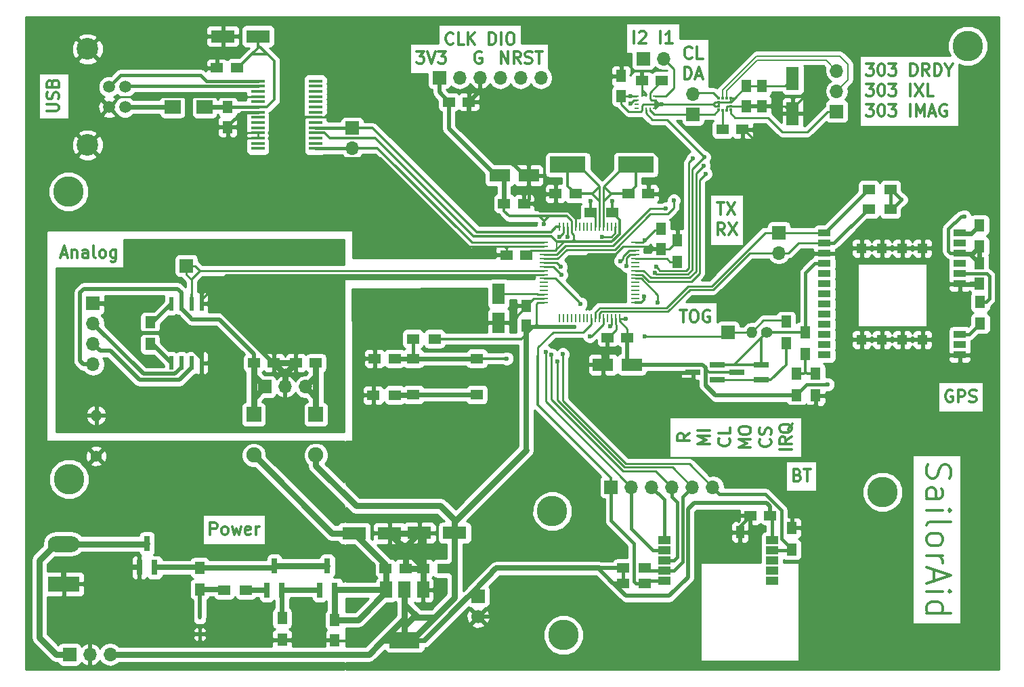
<source format=gbr>
G04 #@! TF.FileFunction,Copper,L1,Top,Signal*
%FSLAX46Y46*%
G04 Gerber Fmt 4.6, Leading zero omitted, Abs format (unit mm)*
G04 Created by KiCad (PCBNEW 4.0.4-stable) date 09/22/17 06:06:28*
%MOMM*%
%LPD*%
G01*
G04 APERTURE LIST*
%ADD10C,0.100000*%
%ADD11C,0.300000*%
%ADD12R,0.250000X1.000000*%
%ADD13R,1.000000X0.250000*%
%ADD14R,1.600000X1.000000*%
%ADD15R,1.000000X1.600000*%
%ADD16R,1.600000X0.900000*%
%ADD17R,1.270000X1.270000*%
%ADD18R,1.700000X1.700000*%
%ADD19O,1.700000X1.700000*%
%ADD20R,1.250000X1.500000*%
%ADD21R,2.000000X1.700000*%
%ADD22R,3.960000X1.980000*%
%ADD23O,3.960000X1.980000*%
%ADD24C,1.520000*%
%ADD25C,2.700000*%
%ADD26C,3.800000*%
%ADD27R,0.800000X1.900000*%
%ADD28R,1.900000X0.800000*%
%ADD29C,1.400000*%
%ADD30O,1.400000X1.400000*%
%ADD31R,1.750000X0.450000*%
%ADD32R,3.800000X2.000000*%
%ADD33R,1.500000X2.000000*%
%ADD34R,0.375000X0.350000*%
%ADD35R,0.350000X0.375000*%
%ADD36R,0.475000X0.250000*%
%ADD37R,0.250000X0.475000*%
%ADD38R,0.550000X1.750000*%
%ADD39R,4.500000X2.000000*%
%ADD40R,1.500000X1.250000*%
%ADD41R,2.600000X1.600000*%
%ADD42R,1.600000X2.600000*%
%ADD43R,3.000000X1.600000*%
%ADD44R,1.600000X3.000000*%
%ADD45R,0.450000X0.600000*%
%ADD46R,1.905000X1.905000*%
%ADD47C,1.905000*%
%ADD48R,1.500000X1.300000*%
%ADD49R,1.300000X1.500000*%
%ADD50C,1.700000*%
%ADD51R,1.550000X1.300000*%
%ADD52C,0.600000*%
%ADD53C,0.250000*%
%ADD54C,0.400000*%
%ADD55C,0.500000*%
%ADD56C,0.600000*%
%ADD57C,0.800000*%
%ADD58C,0.700000*%
%ADD59C,0.200000*%
%ADD60C,0.254000*%
G04 APERTURE END LIST*
D10*
D11*
X141058572Y-135080000D02*
X140915715Y-135008571D01*
X140701429Y-135008571D01*
X140487144Y-135080000D01*
X140344286Y-135222857D01*
X140272858Y-135365714D01*
X140201429Y-135651429D01*
X140201429Y-135865714D01*
X140272858Y-136151429D01*
X140344286Y-136294286D01*
X140487144Y-136437143D01*
X140701429Y-136508571D01*
X140844286Y-136508571D01*
X141058572Y-136437143D01*
X141130001Y-136365714D01*
X141130001Y-135865714D01*
X140844286Y-135865714D01*
X141772858Y-136508571D02*
X141772858Y-135008571D01*
X142344286Y-135008571D01*
X142487144Y-135080000D01*
X142558572Y-135151429D01*
X142630001Y-135294286D01*
X142630001Y-135508571D01*
X142558572Y-135651429D01*
X142487144Y-135722857D01*
X142344286Y-135794286D01*
X141772858Y-135794286D01*
X143201429Y-136437143D02*
X143415715Y-136508571D01*
X143772858Y-136508571D01*
X143915715Y-136437143D01*
X143987144Y-136365714D01*
X144058572Y-136222857D01*
X144058572Y-136080000D01*
X143987144Y-135937143D01*
X143915715Y-135865714D01*
X143772858Y-135794286D01*
X143487144Y-135722857D01*
X143344286Y-135651429D01*
X143272858Y-135580000D01*
X143201429Y-135437143D01*
X143201429Y-135294286D01*
X143272858Y-135151429D01*
X143344286Y-135080000D01*
X143487144Y-135008571D01*
X143844286Y-135008571D01*
X144058572Y-135080000D01*
X121725715Y-145632857D02*
X121940001Y-145704286D01*
X122011429Y-145775714D01*
X122082858Y-145918571D01*
X122082858Y-146132857D01*
X122011429Y-146275714D01*
X121940001Y-146347143D01*
X121797143Y-146418571D01*
X121225715Y-146418571D01*
X121225715Y-144918571D01*
X121725715Y-144918571D01*
X121868572Y-144990000D01*
X121940001Y-145061429D01*
X122011429Y-145204286D01*
X122011429Y-145347143D01*
X121940001Y-145490000D01*
X121868572Y-145561429D01*
X121725715Y-145632857D01*
X121225715Y-145632857D01*
X122511429Y-144918571D02*
X123368572Y-144918571D01*
X122940001Y-146418571D02*
X122940001Y-144918571D01*
X27848571Y-100112857D02*
X29062857Y-100112857D01*
X29205714Y-100041429D01*
X29277143Y-99970000D01*
X29348571Y-99827143D01*
X29348571Y-99541429D01*
X29277143Y-99398571D01*
X29205714Y-99327143D01*
X29062857Y-99255714D01*
X27848571Y-99255714D01*
X29277143Y-98612857D02*
X29348571Y-98398571D01*
X29348571Y-98041428D01*
X29277143Y-97898571D01*
X29205714Y-97827142D01*
X29062857Y-97755714D01*
X28920000Y-97755714D01*
X28777143Y-97827142D01*
X28705714Y-97898571D01*
X28634286Y-98041428D01*
X28562857Y-98327142D01*
X28491429Y-98470000D01*
X28420000Y-98541428D01*
X28277143Y-98612857D01*
X28134286Y-98612857D01*
X27991429Y-98541428D01*
X27920000Y-98470000D01*
X27848571Y-98327142D01*
X27848571Y-97970000D01*
X27920000Y-97755714D01*
X28562857Y-96612857D02*
X28634286Y-96398571D01*
X28705714Y-96327143D01*
X28848571Y-96255714D01*
X29062857Y-96255714D01*
X29205714Y-96327143D01*
X29277143Y-96398571D01*
X29348571Y-96541429D01*
X29348571Y-97112857D01*
X27848571Y-97112857D01*
X27848571Y-96612857D01*
X27920000Y-96470000D01*
X27991429Y-96398571D01*
X28134286Y-96327143D01*
X28277143Y-96327143D01*
X28420000Y-96398571D01*
X28491429Y-96470000D01*
X28562857Y-96612857D01*
X28562857Y-97112857D01*
X48295715Y-153088571D02*
X48295715Y-151588571D01*
X48867143Y-151588571D01*
X49010001Y-151660000D01*
X49081429Y-151731429D01*
X49152858Y-151874286D01*
X49152858Y-152088571D01*
X49081429Y-152231429D01*
X49010001Y-152302857D01*
X48867143Y-152374286D01*
X48295715Y-152374286D01*
X50010001Y-153088571D02*
X49867143Y-153017143D01*
X49795715Y-152945714D01*
X49724286Y-152802857D01*
X49724286Y-152374286D01*
X49795715Y-152231429D01*
X49867143Y-152160000D01*
X50010001Y-152088571D01*
X50224286Y-152088571D01*
X50367143Y-152160000D01*
X50438572Y-152231429D01*
X50510001Y-152374286D01*
X50510001Y-152802857D01*
X50438572Y-152945714D01*
X50367143Y-153017143D01*
X50224286Y-153088571D01*
X50010001Y-153088571D01*
X51010001Y-152088571D02*
X51295715Y-153088571D01*
X51581429Y-152374286D01*
X51867144Y-153088571D01*
X52152858Y-152088571D01*
X53295715Y-153017143D02*
X53152858Y-153088571D01*
X52867144Y-153088571D01*
X52724287Y-153017143D01*
X52652858Y-152874286D01*
X52652858Y-152302857D01*
X52724287Y-152160000D01*
X52867144Y-152088571D01*
X53152858Y-152088571D01*
X53295715Y-152160000D01*
X53367144Y-152302857D01*
X53367144Y-152445714D01*
X52652858Y-152588571D01*
X54010001Y-153088571D02*
X54010001Y-152088571D01*
X54010001Y-152374286D02*
X54081429Y-152231429D01*
X54152858Y-152160000D01*
X54295715Y-152088571D01*
X54438572Y-152088571D01*
X29655714Y-118040000D02*
X30370000Y-118040000D01*
X29512857Y-118468571D02*
X30012857Y-116968571D01*
X30512857Y-118468571D01*
X31012857Y-117468571D02*
X31012857Y-118468571D01*
X31012857Y-117611429D02*
X31084285Y-117540000D01*
X31227143Y-117468571D01*
X31441428Y-117468571D01*
X31584285Y-117540000D01*
X31655714Y-117682857D01*
X31655714Y-118468571D01*
X33012857Y-118468571D02*
X33012857Y-117682857D01*
X32941428Y-117540000D01*
X32798571Y-117468571D01*
X32512857Y-117468571D01*
X32370000Y-117540000D01*
X33012857Y-118397143D02*
X32870000Y-118468571D01*
X32512857Y-118468571D01*
X32370000Y-118397143D01*
X32298571Y-118254286D01*
X32298571Y-118111429D01*
X32370000Y-117968571D01*
X32512857Y-117897143D01*
X32870000Y-117897143D01*
X33012857Y-117825714D01*
X33941429Y-118468571D02*
X33798571Y-118397143D01*
X33727143Y-118254286D01*
X33727143Y-116968571D01*
X34727143Y-118468571D02*
X34584285Y-118397143D01*
X34512857Y-118325714D01*
X34441428Y-118182857D01*
X34441428Y-117754286D01*
X34512857Y-117611429D01*
X34584285Y-117540000D01*
X34727143Y-117468571D01*
X34941428Y-117468571D01*
X35084285Y-117540000D01*
X35155714Y-117611429D01*
X35227143Y-117754286D01*
X35227143Y-118182857D01*
X35155714Y-118325714D01*
X35084285Y-118397143D01*
X34941428Y-118468571D01*
X34727143Y-118468571D01*
X36512857Y-117468571D02*
X36512857Y-118682857D01*
X36441428Y-118825714D01*
X36370000Y-118897143D01*
X36227143Y-118968571D01*
X36012857Y-118968571D01*
X35870000Y-118897143D01*
X36512857Y-118397143D02*
X36370000Y-118468571D01*
X36084286Y-118468571D01*
X35941428Y-118397143D01*
X35870000Y-118325714D01*
X35798571Y-118182857D01*
X35798571Y-117754286D01*
X35870000Y-117611429D01*
X35941428Y-117540000D01*
X36084286Y-117468571D01*
X36370000Y-117468571D01*
X36512857Y-117540000D01*
X138015714Y-144332857D02*
X137872857Y-144761428D01*
X137872857Y-145475714D01*
X138015714Y-145761428D01*
X138158571Y-145904285D01*
X138444286Y-146047142D01*
X138730000Y-146047142D01*
X139015714Y-145904285D01*
X139158571Y-145761428D01*
X139301429Y-145475714D01*
X139444286Y-144904285D01*
X139587143Y-144618571D01*
X139730000Y-144475714D01*
X140015714Y-144332857D01*
X140301429Y-144332857D01*
X140587143Y-144475714D01*
X140730000Y-144618571D01*
X140872857Y-144904285D01*
X140872857Y-145618571D01*
X140730000Y-146047142D01*
X137872857Y-148618571D02*
X139444286Y-148618571D01*
X139730000Y-148475714D01*
X139872857Y-148190000D01*
X139872857Y-147618571D01*
X139730000Y-147332857D01*
X138015714Y-148618571D02*
X137872857Y-148332857D01*
X137872857Y-147618571D01*
X138015714Y-147332857D01*
X138301429Y-147190000D01*
X138587143Y-147190000D01*
X138872857Y-147332857D01*
X139015714Y-147618571D01*
X139015714Y-148332857D01*
X139158571Y-148618571D01*
X137872857Y-150047143D02*
X139872857Y-150047143D01*
X140872857Y-150047143D02*
X140730000Y-149904286D01*
X140587143Y-150047143D01*
X140730000Y-150190000D01*
X140872857Y-150047143D01*
X140587143Y-150047143D01*
X137872857Y-151904285D02*
X138015714Y-151618571D01*
X138301429Y-151475714D01*
X140872857Y-151475714D01*
X137872857Y-153475714D02*
X138015714Y-153190000D01*
X138158571Y-153047143D01*
X138444286Y-152904286D01*
X139301429Y-152904286D01*
X139587143Y-153047143D01*
X139730000Y-153190000D01*
X139872857Y-153475714D01*
X139872857Y-153904286D01*
X139730000Y-154190000D01*
X139587143Y-154332857D01*
X139301429Y-154475714D01*
X138444286Y-154475714D01*
X138158571Y-154332857D01*
X138015714Y-154190000D01*
X137872857Y-153904286D01*
X137872857Y-153475714D01*
X137872857Y-155761429D02*
X139872857Y-155761429D01*
X139301429Y-155761429D02*
X139587143Y-155904286D01*
X139730000Y-156047143D01*
X139872857Y-156332857D01*
X139872857Y-156618572D01*
X138730000Y-157475715D02*
X138730000Y-158904286D01*
X137872857Y-157190000D02*
X140872857Y-158190000D01*
X137872857Y-159190000D01*
X137872857Y-160190001D02*
X139872857Y-160190001D01*
X140872857Y-160190001D02*
X140730000Y-160047144D01*
X140587143Y-160190001D01*
X140730000Y-160332858D01*
X140872857Y-160190001D01*
X140587143Y-160190001D01*
X137872857Y-162904286D02*
X140872857Y-162904286D01*
X138015714Y-162904286D02*
X137872857Y-162618572D01*
X137872857Y-162047143D01*
X138015714Y-161761429D01*
X138158571Y-161618572D01*
X138444286Y-161475715D01*
X139301429Y-161475715D01*
X139587143Y-161618572D01*
X139730000Y-161761429D01*
X139872857Y-162047143D01*
X139872857Y-162618572D01*
X139730000Y-162904286D01*
X84657715Y-94150571D02*
X84657715Y-92650571D01*
X85514858Y-94150571D01*
X85514858Y-92650571D01*
X87086287Y-94150571D02*
X86586287Y-93436286D01*
X86229144Y-94150571D02*
X86229144Y-92650571D01*
X86800572Y-92650571D01*
X86943430Y-92722000D01*
X87014858Y-92793429D01*
X87086287Y-92936286D01*
X87086287Y-93150571D01*
X87014858Y-93293429D01*
X86943430Y-93364857D01*
X86800572Y-93436286D01*
X86229144Y-93436286D01*
X87657715Y-94079143D02*
X87872001Y-94150571D01*
X88229144Y-94150571D01*
X88372001Y-94079143D01*
X88443430Y-94007714D01*
X88514858Y-93864857D01*
X88514858Y-93722000D01*
X88443430Y-93579143D01*
X88372001Y-93507714D01*
X88229144Y-93436286D01*
X87943430Y-93364857D01*
X87800572Y-93293429D01*
X87729144Y-93222000D01*
X87657715Y-93079143D01*
X87657715Y-92936286D01*
X87729144Y-92793429D01*
X87800572Y-92722000D01*
X87943430Y-92650571D01*
X88300572Y-92650571D01*
X88514858Y-92722000D01*
X88943429Y-92650571D02*
X89800572Y-92650571D01*
X89372001Y-94150571D02*
X89372001Y-92650571D01*
X82180857Y-92722000D02*
X82038000Y-92650571D01*
X81823714Y-92650571D01*
X81609429Y-92722000D01*
X81466571Y-92864857D01*
X81395143Y-93007714D01*
X81323714Y-93293429D01*
X81323714Y-93507714D01*
X81395143Y-93793429D01*
X81466571Y-93936286D01*
X81609429Y-94079143D01*
X81823714Y-94150571D01*
X81966571Y-94150571D01*
X82180857Y-94079143D01*
X82252286Y-94007714D01*
X82252286Y-93507714D01*
X81966571Y-93507714D01*
X78667857Y-91635714D02*
X78596428Y-91707143D01*
X78382142Y-91778571D01*
X78239285Y-91778571D01*
X78025000Y-91707143D01*
X77882142Y-91564286D01*
X77810714Y-91421429D01*
X77739285Y-91135714D01*
X77739285Y-90921429D01*
X77810714Y-90635714D01*
X77882142Y-90492857D01*
X78025000Y-90350000D01*
X78239285Y-90278571D01*
X78382142Y-90278571D01*
X78596428Y-90350000D01*
X78667857Y-90421429D01*
X80025000Y-91778571D02*
X79310714Y-91778571D01*
X79310714Y-90278571D01*
X80525000Y-91778571D02*
X80525000Y-90278571D01*
X81382143Y-91778571D02*
X80739286Y-90921429D01*
X81382143Y-90278571D02*
X80525000Y-91135714D01*
X83167857Y-91778571D02*
X83167857Y-90278571D01*
X83525000Y-90278571D01*
X83739285Y-90350000D01*
X83882143Y-90492857D01*
X83953571Y-90635714D01*
X84025000Y-90921429D01*
X84025000Y-91135714D01*
X83953571Y-91421429D01*
X83882143Y-91564286D01*
X83739285Y-91707143D01*
X83525000Y-91778571D01*
X83167857Y-91778571D01*
X84667857Y-91778571D02*
X84667857Y-90278571D01*
X85667857Y-90278571D02*
X85953571Y-90278571D01*
X86096429Y-90350000D01*
X86239286Y-90492857D01*
X86310714Y-90778571D01*
X86310714Y-91278571D01*
X86239286Y-91564286D01*
X86096429Y-91707143D01*
X85953571Y-91778571D01*
X85667857Y-91778571D01*
X85525000Y-91707143D01*
X85382143Y-91564286D01*
X85310714Y-91278571D01*
X85310714Y-90778571D01*
X85382143Y-90492857D01*
X85525000Y-90350000D01*
X85667857Y-90278571D01*
X74088858Y-92650571D02*
X75017429Y-92650571D01*
X74517429Y-93222000D01*
X74731715Y-93222000D01*
X74874572Y-93293429D01*
X74946001Y-93364857D01*
X75017429Y-93507714D01*
X75017429Y-93864857D01*
X74946001Y-94007714D01*
X74874572Y-94079143D01*
X74731715Y-94150571D01*
X74303143Y-94150571D01*
X74160286Y-94079143D01*
X74088858Y-94007714D01*
X75446000Y-92650571D02*
X75946000Y-94150571D01*
X76446000Y-92650571D01*
X76803143Y-92650571D02*
X77731714Y-92650571D01*
X77231714Y-93222000D01*
X77446000Y-93222000D01*
X77588857Y-93293429D01*
X77660286Y-93364857D01*
X77731714Y-93507714D01*
X77731714Y-93864857D01*
X77660286Y-94007714D01*
X77588857Y-94079143D01*
X77446000Y-94150571D01*
X77017428Y-94150571D01*
X76874571Y-94079143D01*
X76803143Y-94007714D01*
X101274858Y-91610571D02*
X101274858Y-90110571D01*
X101917715Y-90253429D02*
X101989144Y-90182000D01*
X102132001Y-90110571D01*
X102489144Y-90110571D01*
X102632001Y-90182000D01*
X102703430Y-90253429D01*
X102774858Y-90396286D01*
X102774858Y-90539143D01*
X102703430Y-90753429D01*
X101846287Y-91610571D01*
X102774858Y-91610571D01*
X104560572Y-91610571D02*
X104560572Y-90110571D01*
X106060572Y-91610571D02*
X105203429Y-91610571D01*
X105632001Y-91610571D02*
X105632001Y-90110571D01*
X105489144Y-90324857D01*
X105346286Y-90467714D01*
X105203429Y-90539143D01*
X108497143Y-93400714D02*
X108425714Y-93472143D01*
X108211428Y-93543571D01*
X108068571Y-93543571D01*
X107854286Y-93472143D01*
X107711428Y-93329286D01*
X107640000Y-93186429D01*
X107568571Y-92900714D01*
X107568571Y-92686429D01*
X107640000Y-92400714D01*
X107711428Y-92257857D01*
X107854286Y-92115000D01*
X108068571Y-92043571D01*
X108211428Y-92043571D01*
X108425714Y-92115000D01*
X108497143Y-92186429D01*
X109854286Y-93543571D02*
X109140000Y-93543571D01*
X109140000Y-92043571D01*
X107604286Y-96093571D02*
X107604286Y-94593571D01*
X107961429Y-94593571D01*
X108175714Y-94665000D01*
X108318572Y-94807857D01*
X108390000Y-94950714D01*
X108461429Y-95236429D01*
X108461429Y-95450714D01*
X108390000Y-95736429D01*
X108318572Y-95879286D01*
X108175714Y-96022143D01*
X107961429Y-96093571D01*
X107604286Y-96093571D01*
X109032857Y-95665000D02*
X109747143Y-95665000D01*
X108890000Y-96093571D02*
X109390000Y-94593571D01*
X109890000Y-96093571D01*
X130262286Y-94164571D02*
X131190857Y-94164571D01*
X130690857Y-94736000D01*
X130905143Y-94736000D01*
X131048000Y-94807429D01*
X131119429Y-94878857D01*
X131190857Y-95021714D01*
X131190857Y-95378857D01*
X131119429Y-95521714D01*
X131048000Y-95593143D01*
X130905143Y-95664571D01*
X130476571Y-95664571D01*
X130333714Y-95593143D01*
X130262286Y-95521714D01*
X132119428Y-94164571D02*
X132262285Y-94164571D01*
X132405142Y-94236000D01*
X132476571Y-94307429D01*
X132548000Y-94450286D01*
X132619428Y-94736000D01*
X132619428Y-95093143D01*
X132548000Y-95378857D01*
X132476571Y-95521714D01*
X132405142Y-95593143D01*
X132262285Y-95664571D01*
X132119428Y-95664571D01*
X131976571Y-95593143D01*
X131905142Y-95521714D01*
X131833714Y-95378857D01*
X131762285Y-95093143D01*
X131762285Y-94736000D01*
X131833714Y-94450286D01*
X131905142Y-94307429D01*
X131976571Y-94236000D01*
X132119428Y-94164571D01*
X133119428Y-94164571D02*
X134047999Y-94164571D01*
X133547999Y-94736000D01*
X133762285Y-94736000D01*
X133905142Y-94807429D01*
X133976571Y-94878857D01*
X134047999Y-95021714D01*
X134047999Y-95378857D01*
X133976571Y-95521714D01*
X133905142Y-95593143D01*
X133762285Y-95664571D01*
X133333713Y-95664571D01*
X133190856Y-95593143D01*
X133119428Y-95521714D01*
X135833713Y-95664571D02*
X135833713Y-94164571D01*
X136190856Y-94164571D01*
X136405141Y-94236000D01*
X136547999Y-94378857D01*
X136619427Y-94521714D01*
X136690856Y-94807429D01*
X136690856Y-95021714D01*
X136619427Y-95307429D01*
X136547999Y-95450286D01*
X136405141Y-95593143D01*
X136190856Y-95664571D01*
X135833713Y-95664571D01*
X138190856Y-95664571D02*
X137690856Y-94950286D01*
X137333713Y-95664571D02*
X137333713Y-94164571D01*
X137905141Y-94164571D01*
X138047999Y-94236000D01*
X138119427Y-94307429D01*
X138190856Y-94450286D01*
X138190856Y-94664571D01*
X138119427Y-94807429D01*
X138047999Y-94878857D01*
X137905141Y-94950286D01*
X137333713Y-94950286D01*
X138833713Y-95664571D02*
X138833713Y-94164571D01*
X139190856Y-94164571D01*
X139405141Y-94236000D01*
X139547999Y-94378857D01*
X139619427Y-94521714D01*
X139690856Y-94807429D01*
X139690856Y-95021714D01*
X139619427Y-95307429D01*
X139547999Y-95450286D01*
X139405141Y-95593143D01*
X139190856Y-95664571D01*
X138833713Y-95664571D01*
X140619427Y-94950286D02*
X140619427Y-95664571D01*
X140119427Y-94164571D02*
X140619427Y-94950286D01*
X141119427Y-94164571D01*
X130262286Y-96714571D02*
X131190857Y-96714571D01*
X130690857Y-97286000D01*
X130905143Y-97286000D01*
X131048000Y-97357429D01*
X131119429Y-97428857D01*
X131190857Y-97571714D01*
X131190857Y-97928857D01*
X131119429Y-98071714D01*
X131048000Y-98143143D01*
X130905143Y-98214571D01*
X130476571Y-98214571D01*
X130333714Y-98143143D01*
X130262286Y-98071714D01*
X132119428Y-96714571D02*
X132262285Y-96714571D01*
X132405142Y-96786000D01*
X132476571Y-96857429D01*
X132548000Y-97000286D01*
X132619428Y-97286000D01*
X132619428Y-97643143D01*
X132548000Y-97928857D01*
X132476571Y-98071714D01*
X132405142Y-98143143D01*
X132262285Y-98214571D01*
X132119428Y-98214571D01*
X131976571Y-98143143D01*
X131905142Y-98071714D01*
X131833714Y-97928857D01*
X131762285Y-97643143D01*
X131762285Y-97286000D01*
X131833714Y-97000286D01*
X131905142Y-96857429D01*
X131976571Y-96786000D01*
X132119428Y-96714571D01*
X133119428Y-96714571D02*
X134047999Y-96714571D01*
X133547999Y-97286000D01*
X133762285Y-97286000D01*
X133905142Y-97357429D01*
X133976571Y-97428857D01*
X134047999Y-97571714D01*
X134047999Y-97928857D01*
X133976571Y-98071714D01*
X133905142Y-98143143D01*
X133762285Y-98214571D01*
X133333713Y-98214571D01*
X133190856Y-98143143D01*
X133119428Y-98071714D01*
X135833713Y-98214571D02*
X135833713Y-96714571D01*
X136405142Y-96714571D02*
X137405142Y-98214571D01*
X137405142Y-96714571D02*
X136405142Y-98214571D01*
X138690856Y-98214571D02*
X137976570Y-98214571D01*
X137976570Y-96714571D01*
X130262286Y-99264571D02*
X131190857Y-99264571D01*
X130690857Y-99836000D01*
X130905143Y-99836000D01*
X131048000Y-99907429D01*
X131119429Y-99978857D01*
X131190857Y-100121714D01*
X131190857Y-100478857D01*
X131119429Y-100621714D01*
X131048000Y-100693143D01*
X130905143Y-100764571D01*
X130476571Y-100764571D01*
X130333714Y-100693143D01*
X130262286Y-100621714D01*
X132119428Y-99264571D02*
X132262285Y-99264571D01*
X132405142Y-99336000D01*
X132476571Y-99407429D01*
X132548000Y-99550286D01*
X132619428Y-99836000D01*
X132619428Y-100193143D01*
X132548000Y-100478857D01*
X132476571Y-100621714D01*
X132405142Y-100693143D01*
X132262285Y-100764571D01*
X132119428Y-100764571D01*
X131976571Y-100693143D01*
X131905142Y-100621714D01*
X131833714Y-100478857D01*
X131762285Y-100193143D01*
X131762285Y-99836000D01*
X131833714Y-99550286D01*
X131905142Y-99407429D01*
X131976571Y-99336000D01*
X132119428Y-99264571D01*
X133119428Y-99264571D02*
X134047999Y-99264571D01*
X133547999Y-99836000D01*
X133762285Y-99836000D01*
X133905142Y-99907429D01*
X133976571Y-99978857D01*
X134047999Y-100121714D01*
X134047999Y-100478857D01*
X133976571Y-100621714D01*
X133905142Y-100693143D01*
X133762285Y-100764571D01*
X133333713Y-100764571D01*
X133190856Y-100693143D01*
X133119428Y-100621714D01*
X135833713Y-100764571D02*
X135833713Y-99264571D01*
X136547999Y-100764571D02*
X136547999Y-99264571D01*
X137047999Y-100336000D01*
X137547999Y-99264571D01*
X137547999Y-100764571D01*
X138190856Y-100336000D02*
X138905142Y-100336000D01*
X138047999Y-100764571D02*
X138547999Y-99264571D01*
X139047999Y-100764571D01*
X140333713Y-99336000D02*
X140190856Y-99264571D01*
X139976570Y-99264571D01*
X139762285Y-99336000D01*
X139619427Y-99478857D01*
X139547999Y-99621714D01*
X139476570Y-99907429D01*
X139476570Y-100121714D01*
X139547999Y-100407429D01*
X139619427Y-100550286D01*
X139762285Y-100693143D01*
X139976570Y-100764571D01*
X140119427Y-100764571D01*
X140333713Y-100693143D01*
X140405142Y-100621714D01*
X140405142Y-100121714D01*
X140119427Y-100121714D01*
X106995714Y-125018571D02*
X107852857Y-125018571D01*
X107424286Y-126518571D02*
X107424286Y-125018571D01*
X108638571Y-125018571D02*
X108924285Y-125018571D01*
X109067143Y-125090000D01*
X109210000Y-125232857D01*
X109281428Y-125518571D01*
X109281428Y-126018571D01*
X109210000Y-126304286D01*
X109067143Y-126447143D01*
X108924285Y-126518571D01*
X108638571Y-126518571D01*
X108495714Y-126447143D01*
X108352857Y-126304286D01*
X108281428Y-126018571D01*
X108281428Y-125518571D01*
X108352857Y-125232857D01*
X108495714Y-125090000D01*
X108638571Y-125018571D01*
X110710000Y-125090000D02*
X110567143Y-125018571D01*
X110352857Y-125018571D01*
X110138572Y-125090000D01*
X109995714Y-125232857D01*
X109924286Y-125375714D01*
X109852857Y-125661429D01*
X109852857Y-125875714D01*
X109924286Y-126161429D01*
X109995714Y-126304286D01*
X110138572Y-126447143D01*
X110352857Y-126518571D01*
X110495714Y-126518571D01*
X110710000Y-126447143D01*
X110781429Y-126375714D01*
X110781429Y-125875714D01*
X110495714Y-125875714D01*
X111697143Y-111563571D02*
X112554286Y-111563571D01*
X112125715Y-113063571D02*
X112125715Y-111563571D01*
X112911429Y-111563571D02*
X113911429Y-113063571D01*
X113911429Y-111563571D02*
X112911429Y-113063571D01*
X112590001Y-115613571D02*
X112090001Y-114899286D01*
X111732858Y-115613571D02*
X111732858Y-114113571D01*
X112304286Y-114113571D01*
X112447144Y-114185000D01*
X112518572Y-114256429D01*
X112590001Y-114399286D01*
X112590001Y-114613571D01*
X112518572Y-114756429D01*
X112447144Y-114827857D01*
X112304286Y-114899286D01*
X111732858Y-114899286D01*
X113090001Y-114113571D02*
X114090001Y-115613571D01*
X114090001Y-114113571D02*
X113090001Y-115613571D01*
X108203571Y-140435714D02*
X107489286Y-140935714D01*
X108203571Y-141292857D02*
X106703571Y-141292857D01*
X106703571Y-140721429D01*
X106775000Y-140578571D01*
X106846429Y-140507143D01*
X106989286Y-140435714D01*
X107203571Y-140435714D01*
X107346429Y-140507143D01*
X107417857Y-140578571D01*
X107489286Y-140721429D01*
X107489286Y-141292857D01*
X110753571Y-141757143D02*
X109253571Y-141757143D01*
X110325000Y-141257143D01*
X109253571Y-140757143D01*
X110753571Y-140757143D01*
X110753571Y-140042857D02*
X109253571Y-140042857D01*
X113160714Y-141042857D02*
X113232143Y-141114286D01*
X113303571Y-141328572D01*
X113303571Y-141471429D01*
X113232143Y-141685714D01*
X113089286Y-141828572D01*
X112946429Y-141900000D01*
X112660714Y-141971429D01*
X112446429Y-141971429D01*
X112160714Y-141900000D01*
X112017857Y-141828572D01*
X111875000Y-141685714D01*
X111803571Y-141471429D01*
X111803571Y-141328572D01*
X111875000Y-141114286D01*
X111946429Y-141042857D01*
X113303571Y-139685714D02*
X113303571Y-140400000D01*
X111803571Y-140400000D01*
X115853571Y-142185714D02*
X114353571Y-142185714D01*
X115425000Y-141685714D01*
X114353571Y-141185714D01*
X115853571Y-141185714D01*
X114353571Y-140185714D02*
X114353571Y-139900000D01*
X114425000Y-139757142D01*
X114567857Y-139614285D01*
X114853571Y-139542857D01*
X115353571Y-139542857D01*
X115639286Y-139614285D01*
X115782143Y-139757142D01*
X115853571Y-139900000D01*
X115853571Y-140185714D01*
X115782143Y-140328571D01*
X115639286Y-140471428D01*
X115353571Y-140542857D01*
X114853571Y-140542857D01*
X114567857Y-140471428D01*
X114425000Y-140328571D01*
X114353571Y-140185714D01*
X118260714Y-141149999D02*
X118332143Y-141221428D01*
X118403571Y-141435714D01*
X118403571Y-141578571D01*
X118332143Y-141792856D01*
X118189286Y-141935714D01*
X118046429Y-142007142D01*
X117760714Y-142078571D01*
X117546429Y-142078571D01*
X117260714Y-142007142D01*
X117117857Y-141935714D01*
X116975000Y-141792856D01*
X116903571Y-141578571D01*
X116903571Y-141435714D01*
X116975000Y-141221428D01*
X117046429Y-141149999D01*
X118332143Y-140578571D02*
X118403571Y-140364285D01*
X118403571Y-140007142D01*
X118332143Y-139864285D01*
X118260714Y-139792856D01*
X118117857Y-139721428D01*
X117975000Y-139721428D01*
X117832143Y-139792856D01*
X117760714Y-139864285D01*
X117689286Y-140007142D01*
X117617857Y-140292856D01*
X117546429Y-140435714D01*
X117475000Y-140507142D01*
X117332143Y-140578571D01*
X117189286Y-140578571D01*
X117046429Y-140507142D01*
X116975000Y-140435714D01*
X116903571Y-140292856D01*
X116903571Y-139935714D01*
X116975000Y-139721428D01*
X120953571Y-142435714D02*
X119453571Y-142435714D01*
X120953571Y-140864285D02*
X120239286Y-141364285D01*
X120953571Y-141721428D02*
X119453571Y-141721428D01*
X119453571Y-141150000D01*
X119525000Y-141007142D01*
X119596429Y-140935714D01*
X119739286Y-140864285D01*
X119953571Y-140864285D01*
X120096429Y-140935714D01*
X120167857Y-141007142D01*
X120239286Y-141150000D01*
X120239286Y-141721428D01*
X121096429Y-139221428D02*
X121025000Y-139364285D01*
X120882143Y-139507142D01*
X120667857Y-139721428D01*
X120596429Y-139864285D01*
X120596429Y-140007142D01*
X120953571Y-139935714D02*
X120882143Y-140078571D01*
X120739286Y-140221428D01*
X120453571Y-140292857D01*
X119953571Y-140292857D01*
X119667857Y-140221428D01*
X119525000Y-140078571D01*
X119453571Y-139935714D01*
X119453571Y-139650000D01*
X119525000Y-139507142D01*
X119667857Y-139364285D01*
X119953571Y-139292857D01*
X120453571Y-139292857D01*
X120739286Y-139364285D01*
X120882143Y-139507142D01*
X120953571Y-139650000D01*
X120953571Y-139935714D01*
D12*
X99450000Y-114600000D03*
X98950000Y-114600000D03*
X98450000Y-114600000D03*
X97950000Y-114600000D03*
X97450000Y-114600000D03*
X96950000Y-114600000D03*
X96450000Y-114600000D03*
X95950000Y-114600000D03*
X95450000Y-114600000D03*
X94950000Y-114600000D03*
X94450000Y-114600000D03*
X93950000Y-114600000D03*
X93450000Y-114600000D03*
X92950000Y-114600000D03*
X92450000Y-114600000D03*
X91950000Y-114600000D03*
D13*
X90000000Y-116550000D03*
X90000000Y-117050000D03*
X90000000Y-117550000D03*
X90000000Y-118050000D03*
X90000000Y-118550000D03*
X90000000Y-119050000D03*
X90000000Y-119550000D03*
X90000000Y-120050000D03*
X90000000Y-120550000D03*
X90000000Y-121050000D03*
X90000000Y-121550000D03*
X90000000Y-122050000D03*
X90000000Y-122550000D03*
X90000000Y-123050000D03*
X90000000Y-123550000D03*
X90000000Y-124050000D03*
D12*
X91950000Y-126000000D03*
X92450000Y-126000000D03*
X92950000Y-126000000D03*
X93450000Y-126000000D03*
X93950000Y-126000000D03*
X94450000Y-126000000D03*
X94950000Y-126000000D03*
X95450000Y-126000000D03*
X95950000Y-126000000D03*
X96450000Y-126000000D03*
X96950000Y-126000000D03*
X97450000Y-126000000D03*
X97950000Y-126000000D03*
X98450000Y-126000000D03*
X98950000Y-126000000D03*
X99450000Y-126000000D03*
D13*
X101400000Y-124050000D03*
X101400000Y-123550000D03*
X101400000Y-123050000D03*
X101400000Y-122550000D03*
X101400000Y-122050000D03*
X101400000Y-121550000D03*
X101400000Y-121050000D03*
X101400000Y-120550000D03*
X101400000Y-120050000D03*
X101400000Y-119550000D03*
X101400000Y-119050000D03*
X101400000Y-118550000D03*
X101400000Y-118050000D03*
X101400000Y-117550000D03*
X101400000Y-117050000D03*
X101400000Y-116550000D03*
D14*
X118530000Y-158860000D03*
X118530000Y-157590000D03*
X118530000Y-156320000D03*
X118530000Y-155050000D03*
X118530000Y-153780000D03*
X105030000Y-153780000D03*
X105030000Y-155050000D03*
X105030000Y-156320000D03*
X105030000Y-157590000D03*
X105030000Y-158860000D03*
D15*
X114530000Y-152780000D03*
D16*
X125085000Y-130595000D03*
X125085000Y-129325000D03*
X125085000Y-128055000D03*
X125085000Y-126785000D03*
X125085000Y-125515000D03*
X125085000Y-124245000D03*
X125085000Y-122975000D03*
X125085000Y-121705000D03*
X125085000Y-120435000D03*
X125085000Y-119165000D03*
X125085000Y-117895000D03*
X125085000Y-116625000D03*
X125085000Y-115355000D03*
X141995000Y-130595000D03*
X141995000Y-129325000D03*
X141995000Y-128055000D03*
X141995000Y-121705000D03*
X141995000Y-120435000D03*
X141995000Y-119165000D03*
X141995000Y-117895000D03*
X141995000Y-116625000D03*
X141995000Y-115325000D03*
D17*
X129730000Y-128690000D03*
X132270000Y-128690000D03*
X134810000Y-128690000D03*
X137350000Y-128690000D03*
X129730000Y-117260000D03*
X132270000Y-117260000D03*
X134810000Y-117260000D03*
X137350000Y-117260000D03*
D18*
X119380000Y-115316000D03*
D19*
X119380000Y-117856000D03*
D20*
X99650000Y-98240000D03*
X99650000Y-95740000D03*
D21*
X43575000Y-99600000D03*
X47575000Y-99600000D03*
D22*
X29972000Y-159258000D03*
D23*
X29972000Y-154258000D03*
D24*
X37650000Y-97080000D03*
X37650000Y-99620000D03*
X35650000Y-99620000D03*
X35650000Y-97080000D03*
D25*
X32950000Y-92350000D03*
X32950000Y-104350000D03*
D18*
X76930000Y-95940000D03*
D19*
X79470000Y-95940000D03*
X82010000Y-95940000D03*
X84550000Y-95940000D03*
X87090000Y-95940000D03*
X89630000Y-95940000D03*
D26*
X30590000Y-110180000D03*
X92450000Y-165660000D03*
X30610000Y-146130000D03*
X132350000Y-147740000D03*
X91050000Y-150150000D03*
X143002000Y-91948000D03*
D18*
X33650000Y-124160000D03*
D19*
X33650000Y-126700000D03*
X33650000Y-129240000D03*
X33650000Y-131780000D03*
D27*
X39436000Y-157202000D03*
X41336000Y-157202000D03*
X40386000Y-154202000D03*
X55372000Y-160020000D03*
X57272000Y-160020000D03*
X56322000Y-157020000D03*
X61976000Y-160020000D03*
X63876000Y-160020000D03*
X62926000Y-157020000D03*
D28*
X117150000Y-133740000D03*
X117150000Y-131840000D03*
X114150000Y-132790000D03*
X111650000Y-133740000D03*
X111650000Y-131840000D03*
X108650000Y-132790000D03*
D29*
X117890000Y-127760000D03*
D30*
X115990000Y-127760000D03*
D31*
X61425000Y-104800000D03*
X61425000Y-104150000D03*
X61425000Y-103500000D03*
X61425000Y-102850000D03*
X61425000Y-102200000D03*
X61425000Y-101550000D03*
X61425000Y-100900000D03*
X61425000Y-100250000D03*
X61425000Y-99600000D03*
X61425000Y-98950000D03*
X61425000Y-98300000D03*
X61425000Y-97650000D03*
X61425000Y-97000000D03*
X61425000Y-96350000D03*
X54225000Y-96350000D03*
X54225000Y-97000000D03*
X54225000Y-97650000D03*
X54225000Y-98300000D03*
X54225000Y-98950000D03*
X54225000Y-99600000D03*
X54225000Y-100250000D03*
X54225000Y-100900000D03*
X54225000Y-101550000D03*
X54225000Y-102200000D03*
X54225000Y-102850000D03*
X54225000Y-103500000D03*
X54225000Y-104150000D03*
X54225000Y-104800000D03*
D32*
X72593000Y-166295000D03*
D33*
X72593000Y-159995000D03*
X70293000Y-159995000D03*
X74893000Y-159995000D03*
D34*
X111837500Y-98970000D03*
X111837500Y-99470000D03*
X113362500Y-98970000D03*
X113362500Y-99470000D03*
X111837500Y-99970000D03*
X113362500Y-99970000D03*
X111837500Y-98470000D03*
X113362500Y-98470000D03*
D35*
X112350000Y-99982500D03*
X112850000Y-99982500D03*
X112850000Y-98457500D03*
X112350000Y-98457500D03*
D36*
X103920000Y-99725000D03*
X103920000Y-99225000D03*
X103920000Y-98725000D03*
X103920000Y-98225000D03*
X101595000Y-98725000D03*
X101595000Y-99725000D03*
X101595000Y-99225000D03*
X101595000Y-98225000D03*
D37*
X103260000Y-99890000D03*
X102760000Y-99890000D03*
X102260000Y-99890000D03*
X102260000Y-98070000D03*
X102760000Y-98070000D03*
X103260000Y-98070000D03*
D38*
X43395000Y-131600000D03*
X44665000Y-131600000D03*
X45935000Y-131600000D03*
X47205000Y-131600000D03*
X47205000Y-124200000D03*
X45935000Y-124200000D03*
X44665000Y-124200000D03*
X43395000Y-124200000D03*
D39*
X101500000Y-106825000D03*
X93000000Y-106825000D03*
D40*
X87525000Y-111675000D03*
X85025000Y-111675000D03*
X100550000Y-110450000D03*
X103050000Y-110450000D03*
X93950000Y-110450000D03*
X91450000Y-110450000D03*
D41*
X84500000Y-108175000D03*
X88100000Y-108175000D03*
D42*
X84350000Y-123000000D03*
X84350000Y-126600000D03*
D20*
X50475000Y-99600000D03*
X50475000Y-102100000D03*
D43*
X54275000Y-90750000D03*
X49875000Y-90750000D03*
D40*
X51625000Y-94725000D03*
X49125000Y-94725000D03*
D41*
X101000000Y-131825000D03*
X97400000Y-131825000D03*
D40*
X97950000Y-128425000D03*
X100450000Y-128425000D03*
D20*
X63875000Y-163775000D03*
X63875000Y-166275000D03*
X104648000Y-117348000D03*
X104648000Y-114848000D03*
D40*
X70190000Y-157310000D03*
X72690000Y-157310000D03*
X85325000Y-118110000D03*
X87825000Y-118110000D03*
D20*
X87800000Y-124450000D03*
X87800000Y-126950000D03*
D40*
X53750000Y-131600000D03*
X56250000Y-131600000D03*
D43*
X66300000Y-152900000D03*
X70700000Y-152900000D03*
D40*
X61500000Y-131600000D03*
X59000000Y-131600000D03*
D43*
X78850000Y-152875000D03*
X74450000Y-152875000D03*
D40*
X77430000Y-157320000D03*
X74930000Y-157320000D03*
X118310000Y-150710000D03*
X115810000Y-150710000D03*
D20*
X144470000Y-119190000D03*
X144470000Y-121690000D03*
D40*
X112340000Y-102400000D03*
X114840000Y-102400000D03*
D44*
X121110000Y-96030000D03*
X121110000Y-100430000D03*
D20*
X117290000Y-96970000D03*
X117290000Y-99470000D03*
X115340000Y-96970000D03*
X115340000Y-99470000D03*
D40*
X104760000Y-96330000D03*
X102260000Y-96330000D03*
X80625000Y-98965000D03*
X78125000Y-98965000D03*
D45*
X47000000Y-163425000D03*
X47000000Y-165525000D03*
D46*
X53725000Y-138070000D03*
D47*
X53725000Y-143150000D03*
D46*
X61500000Y-138060000D03*
D47*
X61500000Y-143140000D03*
D18*
X108640000Y-100510000D03*
D19*
X108640000Y-97970000D03*
D18*
X66025000Y-102235000D03*
D19*
X66025000Y-104775000D03*
D18*
X102410000Y-93540000D03*
D19*
X104950000Y-93540000D03*
D18*
X98410000Y-147150000D03*
D19*
X100950000Y-147150000D03*
X103490000Y-147150000D03*
X106030000Y-147150000D03*
X108570000Y-147150000D03*
X111110000Y-147150000D03*
D18*
X30695000Y-168075000D03*
D19*
X33235000Y-168075000D03*
X35775000Y-168075000D03*
D18*
X113030000Y-127780000D03*
X126610000Y-100150000D03*
D19*
X126610000Y-97610000D03*
X126610000Y-95070000D03*
D18*
X45300000Y-119450000D03*
X55110000Y-134600000D03*
D19*
X57650000Y-134600000D03*
X60190000Y-134600000D03*
D48*
X95850000Y-112825000D03*
X98550000Y-112825000D03*
D49*
X106680000Y-118952000D03*
X106680000Y-116252000D03*
X46990000Y-157226000D03*
X46990000Y-159926000D03*
D48*
X52738000Y-160020000D03*
X50038000Y-160020000D03*
D49*
X57275000Y-166250000D03*
X57275000Y-163550000D03*
D48*
X102620000Y-157280000D03*
X99920000Y-157280000D03*
D49*
X144550000Y-123980000D03*
X144550000Y-126680000D03*
X144460000Y-114370000D03*
X144460000Y-117070000D03*
D48*
X102620000Y-159170000D03*
X99920000Y-159170000D03*
D49*
X120990000Y-152250000D03*
X120990000Y-154950000D03*
D48*
X133320000Y-112370000D03*
X130620000Y-112370000D03*
D49*
X40775000Y-129250000D03*
X40775000Y-126550000D03*
D48*
X133330000Y-109940000D03*
X130630000Y-109940000D03*
D49*
X122720000Y-130460000D03*
X122720000Y-127760000D03*
X120280000Y-129140000D03*
X120280000Y-126440000D03*
X123980000Y-135690000D03*
X123980000Y-132990000D03*
X121570000Y-135680000D03*
X121570000Y-132980000D03*
D40*
X71334000Y-131064000D03*
X68834000Y-131064000D03*
D50*
X81788000Y-163342000D03*
D18*
X81788000Y-160782000D03*
D48*
X73650000Y-128600000D03*
X76350000Y-128600000D03*
X68674000Y-135636000D03*
X71374000Y-135636000D03*
D29*
X34036000Y-143256000D03*
D30*
X34036000Y-138176000D03*
D51*
X73660000Y-135564000D03*
X73660000Y-131064000D03*
X81620000Y-131064000D03*
X81620000Y-135564000D03*
D52*
X84750000Y-98650000D03*
X99350000Y-121400000D03*
X96500000Y-121450000D03*
X94250000Y-119250000D03*
X89450000Y-111650000D03*
X84350000Y-126600000D03*
X124300000Y-104450000D03*
X94472647Y-131672151D03*
X106426000Y-133620000D03*
X107211244Y-112685009D03*
X79840000Y-141360000D03*
X87760000Y-152120000D03*
X86320000Y-163610000D03*
X42400000Y-92610000D03*
X66700000Y-94680000D03*
X95580000Y-93600000D03*
X122170000Y-111920000D03*
X66660000Y-161770000D03*
X67420000Y-157450000D03*
X66620000Y-166410000D03*
X72550000Y-154750000D03*
X124250000Y-98420000D03*
X89050000Y-127113712D03*
X93843010Y-127113712D03*
X102616000Y-116257000D03*
X142540000Y-113290000D03*
X134700000Y-111190000D03*
X125510000Y-134310000D03*
X100840000Y-98230000D03*
X104720000Y-99220000D03*
X100250000Y-126070000D03*
X90020000Y-114280000D03*
X98550000Y-111325000D03*
X102498990Y-123295658D03*
X98298000Y-127000000D03*
X95850000Y-111325000D03*
X91650000Y-131450000D03*
X91948000Y-115824000D03*
X92372652Y-130534181D03*
X92964000Y-115824000D03*
X95734252Y-128293748D03*
X102616000Y-128270000D03*
X100330000Y-119497010D03*
X103886000Y-120336979D03*
X110070000Y-105860000D03*
X99568000Y-118872000D03*
X104009741Y-119546595D03*
X108640000Y-106020000D03*
X109982000Y-106934000D03*
X100857498Y-99180000D03*
X110236000Y-107950000D03*
X90217673Y-130277950D03*
X92100000Y-119550000D03*
X92188979Y-120578731D03*
X90950000Y-130600000D03*
X104199021Y-124088990D03*
X85358682Y-131064000D03*
X97282000Y-115824000D03*
X105216949Y-112328949D03*
X106250954Y-111294945D03*
X94595412Y-124194010D03*
D53*
X96500000Y-121450000D02*
X99300000Y-121450000D01*
X99300000Y-121450000D02*
X99350000Y-121400000D01*
X94250000Y-119250000D02*
X96450000Y-121450000D01*
X96450000Y-121450000D02*
X96500000Y-121450000D01*
X101400000Y-117050000D02*
X99900000Y-117050000D01*
X99900000Y-117050000D02*
X99000000Y-117950000D01*
X99000000Y-117950000D02*
X95550000Y-117950000D01*
X95550000Y-117950000D02*
X94250000Y-119250000D01*
D11*
X87525000Y-111675000D02*
X89425000Y-111675000D01*
X89425000Y-111675000D02*
X89450000Y-111650000D01*
D53*
X84300000Y-126650000D02*
X84350000Y-126600000D01*
X84350000Y-126600000D02*
X85775000Y-126600000D01*
X85775000Y-126600000D02*
X87800000Y-124575000D01*
X87800000Y-124575000D02*
X87800000Y-124450000D01*
X87800000Y-124450000D02*
X88700000Y-123550000D01*
X88700000Y-123550000D02*
X90000000Y-123550000D01*
D54*
X94625496Y-131825000D02*
X94472647Y-131672151D01*
X97400000Y-131825000D02*
X94625496Y-131825000D01*
D53*
X104648000Y-117348000D02*
X105684000Y-117348000D01*
X105684000Y-117348000D02*
X106680000Y-116352000D01*
X106680000Y-116352000D02*
X106680000Y-116252000D01*
X104648000Y-117348000D02*
X103773000Y-117348000D01*
X103773000Y-117348000D02*
X103475000Y-117050000D01*
X103475000Y-117050000D02*
X102150000Y-117050000D01*
X102150000Y-117050000D02*
X101400000Y-117050000D01*
D11*
X98095000Y-133620000D02*
X106426000Y-133620000D01*
X106426000Y-133620000D02*
X107990000Y-133620000D01*
D53*
X84475000Y-117050000D02*
X85090000Y-117050000D01*
X85090000Y-117050000D02*
X86106000Y-117050000D01*
X85325000Y-117235000D02*
X85275000Y-117235000D01*
X85275000Y-117235000D02*
X85090000Y-117050000D01*
X85510000Y-117050000D02*
X86106000Y-117050000D01*
X86106000Y-117050000D02*
X90000000Y-117050000D01*
X85325000Y-118110000D02*
X85325000Y-117235000D01*
X85325000Y-117235000D02*
X85510000Y-117050000D01*
X107211244Y-108701242D02*
X107211244Y-112260745D01*
X95580000Y-97069998D02*
X107211244Y-108701242D01*
X95580000Y-93600000D02*
X95580000Y-97069998D01*
X107211244Y-112260745D02*
X107211244Y-112685009D01*
X98075000Y-128425000D02*
X99055024Y-127444976D01*
X97950000Y-128425000D02*
X98075000Y-128425000D01*
X99055024Y-126855024D02*
X98950000Y-126750000D01*
X98950000Y-126750000D02*
X98950000Y-126000000D01*
X99055024Y-127444976D02*
X99055024Y-126855024D01*
D55*
X81788000Y-163342000D02*
X86052000Y-163342000D01*
X86052000Y-163342000D02*
X86320000Y-163610000D01*
D53*
X50875000Y-103500000D02*
X52220000Y-103500000D01*
X52220000Y-103500000D02*
X54225000Y-103500000D01*
X54225000Y-102850000D02*
X52870000Y-102850000D01*
X52870000Y-102850000D02*
X52220000Y-103500000D01*
X54225000Y-102850000D02*
X54225000Y-103500000D01*
X50475000Y-102100000D02*
X50475000Y-103100000D01*
X50475000Y-103100000D02*
X50875000Y-103500000D01*
X54225000Y-98300000D02*
X36970000Y-98300000D01*
X36970000Y-98300000D02*
X35650000Y-99620000D01*
X66700000Y-94680000D02*
X66999999Y-94979999D01*
X66999999Y-94979999D02*
X66999999Y-96450001D01*
X66999999Y-96450001D02*
X62550000Y-100900000D01*
X62550000Y-100900000D02*
X61425000Y-100900000D01*
X122170000Y-111920000D02*
X122170000Y-109605000D01*
X122170000Y-109605000D02*
X114965000Y-102400000D01*
X114965000Y-102400000D02*
X114840000Y-102400000D01*
X93050000Y-112625000D02*
X93950000Y-113525000D01*
X93950000Y-113525000D02*
X93950000Y-114600000D01*
X84475000Y-117050000D02*
X80607122Y-117050000D01*
D11*
X66620000Y-166410000D02*
X64010000Y-166410000D01*
X64010000Y-166410000D02*
X63875000Y-166275000D01*
D54*
X114530000Y-152780000D02*
X114530000Y-151990000D01*
X114530000Y-151990000D02*
X115810000Y-150710000D01*
D56*
X141995000Y-121785000D02*
X144375000Y-121785000D01*
X144375000Y-121785000D02*
X144470000Y-121690000D01*
D11*
X108140000Y-133620000D02*
X108810000Y-134290000D01*
X108810000Y-134290000D02*
X111560000Y-137040000D01*
X108650000Y-133490000D02*
X108650000Y-134130000D01*
X108650000Y-134130000D02*
X108810000Y-134290000D01*
X108650000Y-132790000D02*
X108650000Y-133490000D01*
X107990000Y-133620000D02*
X108140000Y-133620000D01*
X108650000Y-133490000D02*
X108520000Y-133620000D01*
X108520000Y-133620000D02*
X107990000Y-133620000D01*
X97400000Y-131825000D02*
X97400000Y-132925000D01*
X97400000Y-132925000D02*
X98095000Y-133620000D01*
X111560000Y-137040000D02*
X123680000Y-137040000D01*
X123680000Y-137040000D02*
X123980000Y-136740000D01*
X123980000Y-136740000D02*
X123980000Y-135690000D01*
D55*
X80625000Y-98965000D02*
X80625000Y-103225000D01*
X80625000Y-103225000D02*
X83810000Y-106410000D01*
X87600000Y-108175000D02*
X88100000Y-108175000D01*
X83810000Y-106410000D02*
X85835000Y-106410000D01*
X85835000Y-106410000D02*
X87600000Y-108175000D01*
D53*
X121110000Y-100430000D02*
X121110000Y-99730000D01*
X121110000Y-99730000D02*
X122420000Y-98420000D01*
X122420000Y-98420000D02*
X124250000Y-98420000D01*
X102260000Y-97457500D02*
X102260000Y-97140000D01*
X102260000Y-97140000D02*
X102260000Y-96330000D01*
X102260000Y-98070000D02*
X102260000Y-97140000D01*
X102760000Y-98070000D02*
X102760000Y-97957500D01*
X102760000Y-97957500D02*
X102260000Y-97457500D01*
X102760000Y-98070000D02*
X102260000Y-98070000D01*
X117350000Y-99480000D02*
X120160000Y-99480000D01*
X120160000Y-99480000D02*
X121110000Y-100430000D01*
X113362500Y-99470000D02*
X115340000Y-99470000D01*
X112850000Y-99982500D02*
X112850000Y-99545000D01*
X112850000Y-99545000D02*
X112925000Y-99470000D01*
X112925000Y-99470000D02*
X113362500Y-99470000D01*
D57*
X72690000Y-157310000D02*
X72690000Y-154635000D01*
X72690000Y-154635000D02*
X74450000Y-152875000D01*
X74930000Y-157320000D02*
X74930000Y-157130000D01*
X74930000Y-157130000D02*
X70700000Y-152900000D01*
X72690000Y-157310000D02*
X72690000Y-154890000D01*
X72690000Y-154890000D02*
X70700000Y-152900000D01*
X74930000Y-157320000D02*
X74930000Y-153355000D01*
X74930000Y-153355000D02*
X74450000Y-152875000D01*
X74930000Y-157320000D02*
X74930000Y-159958000D01*
X74930000Y-159958000D02*
X74893000Y-159995000D01*
X72690000Y-157310000D02*
X74920000Y-157310000D01*
X74920000Y-157310000D02*
X74930000Y-157320000D01*
X70700000Y-152900000D02*
X71400000Y-152900000D01*
X70700000Y-152900000D02*
X74425000Y-152900000D01*
X74425000Y-152900000D02*
X74450000Y-152875000D01*
D55*
X97950000Y-128425000D02*
X97950000Y-131275000D01*
X97950000Y-131275000D02*
X97400000Y-131825000D01*
D53*
X84625000Y-117050000D02*
X84475000Y-117050000D01*
D55*
X82010000Y-95940000D02*
X82010000Y-97580000D01*
X82010000Y-97580000D02*
X80625000Y-98965000D01*
D11*
X61425000Y-100900000D02*
X60250000Y-100900000D01*
X60250000Y-100900000D02*
X60000000Y-101150000D01*
X60000000Y-101150000D02*
X60000000Y-105425000D01*
X60575000Y-106000000D02*
X69557122Y-106000000D01*
X60000000Y-105425000D02*
X60575000Y-106000000D01*
X69557122Y-106000000D02*
X80607122Y-117050000D01*
X91450000Y-110450000D02*
X91450000Y-111375000D01*
X91450000Y-111375000D02*
X92700000Y-112625000D01*
X92700000Y-112625000D02*
X93050000Y-112625000D01*
X87525000Y-111675000D02*
X88575000Y-111675000D01*
X88575000Y-111675000D02*
X89525000Y-112625000D01*
X89525000Y-112625000D02*
X93050000Y-112625000D01*
D54*
X88100000Y-108175000D02*
X88100000Y-111100000D01*
X88100000Y-111100000D02*
X87525000Y-111675000D01*
X50475000Y-102100000D02*
X50475000Y-101975000D01*
X50475000Y-101975000D02*
X52200000Y-100250000D01*
X52200000Y-100250000D02*
X54225000Y-100250000D01*
D58*
X29972000Y-159258000D02*
X29972000Y-157568000D01*
X29972000Y-157568000D02*
X30338000Y-157202000D01*
X30338000Y-157202000D02*
X39436000Y-157202000D01*
D55*
X89400000Y-127113712D02*
X89050000Y-127113712D01*
X89050000Y-127113712D02*
X88600000Y-127113712D01*
X93843010Y-127113712D02*
X89400000Y-127113712D01*
D53*
X89050000Y-126741000D02*
X89050000Y-126763712D01*
X89050000Y-126763712D02*
X89400000Y-127113712D01*
X89050000Y-126741000D02*
X88677288Y-127113712D01*
D55*
X88600000Y-127113712D02*
X87963712Y-127113712D01*
D59*
X88600000Y-127113712D02*
X88677288Y-127113712D01*
D55*
X87963712Y-127113712D02*
X87800000Y-126950000D01*
D58*
X87775000Y-142545000D02*
X87800000Y-142520000D01*
X87800000Y-142520000D02*
X87800000Y-126950000D01*
D55*
X118310000Y-149585000D02*
X117855000Y-149130000D01*
X108760000Y-149130000D02*
X117855000Y-149130000D01*
X118310000Y-150710000D02*
X118310000Y-149585000D01*
X107990000Y-149900000D02*
X108760000Y-149130000D01*
X107990000Y-158440000D02*
X107990000Y-149900000D01*
X100260000Y-160730000D02*
X105700000Y-160730000D01*
X105700000Y-160730000D02*
X107990000Y-158440000D01*
X98670000Y-159170000D02*
X98700000Y-159170000D01*
X98700000Y-159170000D02*
X100260000Y-160730000D01*
D11*
X76350000Y-128600000D02*
X87191000Y-128600000D01*
D53*
X90000000Y-124050000D02*
X89250000Y-124050000D01*
X89250000Y-124050000D02*
X89050000Y-124250000D01*
X89050000Y-124250000D02*
X89050000Y-126741000D01*
D11*
X87341000Y-128450000D02*
X87775000Y-128016000D01*
X87191000Y-128600000D02*
X87341000Y-128450000D01*
D53*
X87341000Y-128450000D02*
X87800000Y-127991000D01*
X87800000Y-127991000D02*
X87800000Y-126950000D01*
X111150000Y-99220000D02*
X111400000Y-98970000D01*
X111400000Y-98970000D02*
X111837500Y-98970000D01*
X111837500Y-99470000D02*
X111400000Y-99470000D01*
X111400000Y-99470000D02*
X111150000Y-99220000D01*
X111150000Y-99220000D02*
X105144264Y-99220000D01*
X105144264Y-99220000D02*
X104720000Y-99220000D01*
X111837500Y-98970000D02*
X111837500Y-99470000D01*
X88582999Y-127208001D02*
X88677288Y-127113712D01*
D59*
X91621109Y-116474002D02*
X91621109Y-117328891D01*
X91621109Y-117328891D02*
X91400000Y-117550000D01*
D11*
X93980000Y-116474002D02*
X98457766Y-116474002D01*
X98457766Y-116474002D02*
X99450000Y-115481768D01*
X99450000Y-115481768D02*
X99450000Y-115400000D01*
X99450000Y-115400000D02*
X99450000Y-114600000D01*
X93472000Y-116474002D02*
X93980000Y-116474002D01*
X92475998Y-116474002D02*
X93472000Y-116474002D01*
D53*
X93726000Y-116078000D02*
X93726000Y-116220002D01*
X93726000Y-116220002D02*
X93980000Y-116474002D01*
X93726000Y-116078000D02*
X93726000Y-115626000D01*
X93726000Y-116474002D02*
X93726000Y-116078000D01*
X93726000Y-116220002D02*
X93472000Y-116474002D01*
X93726000Y-115626000D02*
X93450000Y-115350000D01*
X93450000Y-115350000D02*
X93450000Y-114600000D01*
X91400000Y-117550000D02*
X92475998Y-116474002D01*
D11*
X62600000Y-102850000D02*
X61425000Y-102850000D01*
X63250000Y-103500000D02*
X62600000Y-102850000D01*
X68875000Y-103500000D02*
X63250000Y-103500000D01*
X81150000Y-115775000D02*
X68875000Y-103500000D01*
X91621109Y-116474002D02*
X90922107Y-115775000D01*
X90922107Y-115775000D02*
X81150000Y-115775000D01*
X92475998Y-116474002D02*
X91621109Y-116474002D01*
D53*
X103900000Y-114973000D02*
X104523000Y-114973000D01*
X104523000Y-114973000D02*
X104648000Y-114848000D01*
X88582999Y-127208001D02*
X87775000Y-128016000D01*
X102323000Y-116550000D02*
X102616000Y-116257000D01*
X102616000Y-116257000D02*
X103900000Y-114973000D01*
X101400000Y-116550000D02*
X102323000Y-116550000D01*
X87825000Y-118110000D02*
X88385000Y-117550000D01*
X88385000Y-117550000D02*
X90000000Y-117550000D01*
X100450000Y-127375000D02*
X100450000Y-127550000D01*
X99450000Y-126000000D02*
X99450000Y-126375000D01*
X99450000Y-126375000D02*
X100450000Y-127375000D01*
X100450000Y-127550000D02*
X100450000Y-128425000D01*
D58*
X75093000Y-166295000D02*
X78232000Y-163156000D01*
X78232000Y-163156000D02*
X82384000Y-159004000D01*
D55*
X81788000Y-160782000D02*
X80438000Y-160782000D01*
X80438000Y-160782000D02*
X78232000Y-162988000D01*
X78232000Y-162988000D02*
X78232000Y-163156000D01*
X81788000Y-160782000D02*
X81788000Y-159432000D01*
X81788000Y-159432000D02*
X83940000Y-157280000D01*
X83940000Y-157280000D02*
X84108000Y-157280000D01*
D58*
X82384000Y-159004000D02*
X84108000Y-157280000D01*
D55*
X81788000Y-159432000D02*
X82216000Y-159004000D01*
X82216000Y-159004000D02*
X82384000Y-159004000D01*
D59*
X113362500Y-98970000D02*
X113362500Y-98470000D01*
D53*
X92900000Y-113250000D02*
X93450000Y-113800000D01*
X93450000Y-113800000D02*
X93450000Y-114600000D01*
X101400000Y-116550000D02*
X101750000Y-116550000D01*
D58*
X84108000Y-157280000D02*
X96290000Y-157280000D01*
X96290000Y-157280000D02*
X96830000Y-157280000D01*
D55*
X99920000Y-159170000D02*
X98670000Y-159170000D01*
X98670000Y-159170000D02*
X96780000Y-157280000D01*
X96780000Y-157280000D02*
X96290000Y-157280000D01*
X96830000Y-157280000D02*
X99920000Y-157280000D01*
D58*
X99820000Y-159170000D02*
X99920000Y-159170000D01*
D56*
X72593000Y-166295000D02*
X75093000Y-166295000D01*
D54*
X99920000Y-159170000D02*
X99920000Y-157280000D01*
X118530000Y-153780000D02*
X118530000Y-150930000D01*
X118530000Y-150930000D02*
X118310000Y-150710000D01*
X142115736Y-113290000D02*
X140570000Y-114835736D01*
X140570000Y-117630000D02*
X140570000Y-114835736D01*
X140795000Y-117855000D02*
X140570000Y-117630000D01*
X140795000Y-117895000D02*
X140795000Y-117855000D01*
X142540000Y-113290000D02*
X142115736Y-113290000D01*
X140795000Y-117895000D02*
X141995000Y-117895000D01*
X133330000Y-109940000D02*
X133450000Y-109940000D01*
X133450000Y-109940000D02*
X134700000Y-111190000D01*
X133320000Y-112370000D02*
X133520000Y-112370000D01*
X133520000Y-112370000D02*
X134700000Y-111190000D01*
X133330000Y-109940000D02*
X133330000Y-112360000D01*
X133330000Y-112360000D02*
X133320000Y-112370000D01*
X122810000Y-134340000D02*
X125480000Y-134340000D01*
X125480000Y-134340000D02*
X125510000Y-134310000D01*
X121570000Y-135680000D02*
X121570000Y-135580000D01*
X121570000Y-135580000D02*
X122810000Y-134340000D01*
D55*
X111720000Y-135680000D02*
X121570000Y-135680000D01*
D11*
X111720000Y-135680000D02*
X111609998Y-135680000D01*
D55*
X110190000Y-132169998D02*
X110190000Y-134440002D01*
X110190000Y-134440002D02*
X111429998Y-135680000D01*
X111429998Y-135680000D02*
X111720000Y-135680000D01*
X101000000Y-131825000D02*
X109845002Y-131825000D01*
X109845002Y-131825000D02*
X110190000Y-132169998D01*
X110190000Y-132169998D02*
X110190000Y-132360002D01*
D56*
X141995000Y-117975000D02*
X143255000Y-117975000D01*
X143255000Y-117975000D02*
X144470000Y-119190000D01*
X141995000Y-117975000D02*
X143555000Y-117975000D01*
X143555000Y-117975000D02*
X144460000Y-117070000D01*
X144470000Y-119190000D02*
X144470000Y-117080000D01*
X144470000Y-117080000D02*
X144460000Y-117070000D01*
X144375000Y-116985000D02*
X144460000Y-117070000D01*
D11*
X110619998Y-132790000D02*
X110190000Y-132360002D01*
X110190000Y-134260002D02*
X110190000Y-132360002D01*
X111609998Y-135680000D02*
X110190000Y-134260002D01*
X114150000Y-132790000D02*
X110619998Y-132790000D01*
D57*
X78850000Y-151470000D02*
X87775000Y-142545000D01*
X78850000Y-160938000D02*
X78850000Y-151470000D01*
D55*
X78125000Y-102300000D02*
X78125000Y-98965000D01*
X78125000Y-102300000D02*
X84000000Y-108175000D01*
X84000000Y-108175000D02*
X84500000Y-108175000D01*
D53*
X102260000Y-99890000D02*
X102260000Y-100002500D01*
X102260000Y-100002500D02*
X102087499Y-100175001D01*
X102087499Y-100175001D02*
X100585001Y-100175001D01*
X100585001Y-100175001D02*
X99650000Y-99240000D01*
X99650000Y-99240000D02*
X99650000Y-98240000D01*
X100840000Y-98230000D02*
X99660000Y-98230000D01*
X99660000Y-98230000D02*
X99650000Y-98240000D01*
X100840000Y-98230000D02*
X101590000Y-98230000D01*
X101590000Y-98230000D02*
X101595000Y-98225000D01*
X102437500Y-99225000D02*
X103920000Y-99225000D01*
X104720000Y-99220000D02*
X103925000Y-99220000D01*
X103925000Y-99220000D02*
X103920000Y-99225000D01*
X104720000Y-99220000D02*
X104415000Y-99220000D01*
X104415000Y-99220000D02*
X103920000Y-98725000D01*
X104720000Y-99220000D02*
X104425000Y-99220000D01*
X104425000Y-99220000D02*
X103920000Y-99725000D01*
X103260000Y-98070000D02*
X103260000Y-97830000D01*
X103260000Y-97830000D02*
X104760000Y-96330000D01*
X103920000Y-98725000D02*
X103427500Y-98725000D01*
X103427500Y-98725000D02*
X103260000Y-98557500D01*
X103260000Y-98557500D02*
X103260000Y-98070000D01*
X102260000Y-99890000D02*
X102260000Y-99402500D01*
X102260000Y-99402500D02*
X102437500Y-99225000D01*
X103920000Y-99725000D02*
X103920000Y-98725000D01*
X117350000Y-96980000D02*
X120160000Y-96980000D01*
X120160000Y-96980000D02*
X121110000Y-96030000D01*
X115340000Y-96970000D02*
X117340000Y-96970000D01*
X115340000Y-96970000D02*
X115340000Y-97010000D01*
X115340000Y-97010000D02*
X113880000Y-98470000D01*
X113880000Y-98470000D02*
X113875000Y-98470000D01*
X113362500Y-98470000D02*
X113875000Y-98470000D01*
D59*
X115340000Y-97095000D02*
X115340000Y-96970000D01*
D53*
X113362500Y-98970000D02*
X113375000Y-98970000D01*
X113375000Y-98970000D02*
X113875000Y-98470000D01*
X111837500Y-98970000D02*
X113362500Y-98970000D01*
X99510000Y-126060000D02*
X100240000Y-126060000D01*
X100240000Y-126060000D02*
X100250000Y-126070000D01*
X99510000Y-126060000D02*
X99450000Y-126000000D01*
D11*
X90820000Y-113250000D02*
X92900000Y-113250000D01*
X89110000Y-113250000D02*
X90820000Y-113250000D01*
D53*
X90820000Y-113250000D02*
X90625736Y-113250000D01*
X90625736Y-113250000D02*
X90020000Y-113855736D01*
D11*
X85675000Y-113250000D02*
X89110000Y-113250000D01*
D53*
X90020000Y-114280000D02*
X90020000Y-113855736D01*
X90020000Y-113855736D02*
X89414264Y-113250000D01*
X89414264Y-113250000D02*
X89110000Y-113250000D01*
X90000000Y-117550000D02*
X91400000Y-117550000D01*
D57*
X78850000Y-160938000D02*
X78850000Y-158040000D01*
X78130000Y-157320000D02*
X78850000Y-158040000D01*
X78850000Y-158040000D02*
X78850000Y-156560000D01*
X77430000Y-157320000D02*
X78130000Y-157320000D01*
X78850000Y-156560000D02*
X78850000Y-152875000D01*
X77430000Y-157320000D02*
X78090000Y-157320000D01*
X78090000Y-157320000D02*
X78850000Y-156560000D01*
X66502962Y-149490000D02*
X77065000Y-149490000D01*
X77065000Y-149490000D02*
X78850000Y-151275000D01*
X78850000Y-152875000D02*
X78850000Y-151275000D01*
X76375000Y-163413000D02*
X78850000Y-160938000D01*
D55*
X100450000Y-128425000D02*
X100450000Y-131275000D01*
X100450000Y-131275000D02*
X101000000Y-131825000D01*
D53*
X89625000Y-124050000D02*
X90000000Y-124050000D01*
D55*
X76930000Y-95940000D02*
X76930000Y-97770000D01*
X76930000Y-97770000D02*
X78125000Y-98965000D01*
D11*
X85025000Y-111675000D02*
X85025000Y-112600000D01*
X85025000Y-112600000D02*
X85675000Y-113250000D01*
X98550000Y-111325000D02*
X98550000Y-112825000D01*
X98550000Y-112825000D02*
X99450000Y-113725000D01*
X99450000Y-113725000D02*
X99450000Y-114600000D01*
D56*
X85025000Y-111675000D02*
X85025000Y-108700000D01*
X85025000Y-108700000D02*
X84500000Y-108175000D01*
D57*
X61500000Y-143140000D02*
X61500000Y-144487038D01*
X61500000Y-144487038D02*
X66502962Y-149490000D01*
X74211000Y-163413000D02*
X73675000Y-163413000D01*
X73675000Y-163413000D02*
X72593000Y-164495000D01*
X72593000Y-164495000D02*
X72593000Y-166295000D01*
X76375000Y-163413000D02*
X73493000Y-166295000D01*
X72593000Y-159995000D02*
X72593000Y-161795000D01*
X72593000Y-161795000D02*
X74211000Y-163413000D01*
X74211000Y-163413000D02*
X76375000Y-163413000D01*
X73493000Y-166295000D02*
X72593000Y-166295000D01*
X35775000Y-168075000D02*
X68113000Y-168075000D01*
X68113000Y-168075000D02*
X69500000Y-166688000D01*
X69500000Y-166688000D02*
X72593000Y-163595000D01*
X69893000Y-166295000D02*
X72593000Y-166295000D01*
X69500000Y-166688000D02*
X69893000Y-166295000D01*
X72593000Y-163595000D02*
X72593000Y-161795000D01*
X72593000Y-159995000D02*
X72593000Y-166295000D01*
D53*
X97450000Y-109625000D02*
X97550000Y-109625000D01*
X97550000Y-109625000D02*
X98375000Y-110450000D01*
X97450000Y-111375000D02*
X97450000Y-109625000D01*
X97450000Y-109625000D02*
X100250000Y-106825000D01*
X100250000Y-106825000D02*
X101500000Y-106825000D01*
X97450000Y-111375000D02*
X98375000Y-110450000D01*
X97450000Y-114600000D02*
X97450000Y-111375000D01*
D11*
X100550000Y-110450000D02*
X98375000Y-110450000D01*
X101500000Y-106825000D02*
X101500000Y-109500000D01*
X101500000Y-109500000D02*
X100550000Y-110450000D01*
D53*
X96950000Y-109525000D02*
X94250000Y-106825000D01*
X94250000Y-106825000D02*
X93000000Y-106825000D01*
X96000000Y-110450000D02*
X96025000Y-110450000D01*
X96025000Y-110450000D02*
X96950000Y-109525000D01*
X96950000Y-111400000D02*
X96950000Y-109525000D01*
X96950000Y-114600000D02*
X96950000Y-111400000D01*
X96950000Y-111400000D02*
X96000000Y-110450000D01*
D11*
X93950000Y-110450000D02*
X96000000Y-110450000D01*
X93000000Y-106825000D02*
X93000000Y-109500000D01*
X93000000Y-109500000D02*
X93950000Y-110450000D01*
D53*
X89200000Y-123050000D02*
X89150000Y-123000000D01*
X89150000Y-123000000D02*
X84350000Y-123000000D01*
X89200000Y-123050000D02*
X90000000Y-123050000D01*
D54*
X50475000Y-99600000D02*
X54225000Y-99600000D01*
D56*
X47575000Y-99600000D02*
X50475000Y-99600000D01*
D11*
X54275000Y-91850000D02*
X55450000Y-93025000D01*
X55450000Y-93025000D02*
X56300000Y-93875000D01*
X51625000Y-94725000D02*
X51750000Y-94725000D01*
X51750000Y-94725000D02*
X53450000Y-93025000D01*
X53450000Y-93025000D02*
X55450000Y-93025000D01*
X54275000Y-90750000D02*
X54275000Y-92200000D01*
X54275000Y-92200000D02*
X51750000Y-94725000D01*
X56300000Y-93875000D02*
X56300000Y-98700000D01*
X55400000Y-99600000D02*
X54225000Y-99600000D01*
X56300000Y-98700000D02*
X55400000Y-99600000D01*
X54275000Y-90750000D02*
X54275000Y-91850000D01*
D55*
X33650000Y-131780000D02*
X32447919Y-131780000D01*
X32447919Y-131780000D02*
X32025000Y-131357081D01*
X32025000Y-131357081D02*
X32025000Y-122825000D01*
X32025000Y-122825000D02*
X32500000Y-122350000D01*
X32500000Y-122350000D02*
X44190000Y-122350000D01*
X44665000Y-122825000D02*
X44665000Y-124200000D01*
X44190000Y-122350000D02*
X44665000Y-122825000D01*
X45815000Y-125965000D02*
X46000000Y-126150000D01*
X53750000Y-131600000D02*
X53750000Y-130475000D01*
X53750000Y-130475000D02*
X49425000Y-126150000D01*
X49425000Y-126150000D02*
X46000000Y-126150000D01*
X45815000Y-125950000D02*
X45815000Y-125965000D01*
X45815000Y-125950000D02*
X44665000Y-124800000D01*
X44665000Y-124800000D02*
X44665000Y-124200000D01*
X53750000Y-131600000D02*
X53625000Y-131600000D01*
D57*
X53750000Y-131600000D02*
X53750000Y-133240000D01*
X53750000Y-133240000D02*
X55110000Y-134600000D01*
X53725000Y-138070000D02*
X53725000Y-135985000D01*
X53725000Y-135985000D02*
X55110000Y-134600000D01*
X53725000Y-138070000D02*
X53725000Y-131625000D01*
X53725000Y-131625000D02*
X53750000Y-131600000D01*
D53*
X90000000Y-120550000D02*
X50255000Y-120550000D01*
X50255000Y-120550000D02*
X47205000Y-123600000D01*
X47205000Y-123600000D02*
X47205000Y-124200000D01*
D55*
X44080000Y-127875000D02*
X47205000Y-131000000D01*
X38715000Y-127875000D02*
X44080000Y-127875000D01*
X47205000Y-131000000D02*
X47205000Y-131600000D01*
X33650000Y-124160000D02*
X35000000Y-124160000D01*
X35000000Y-124160000D02*
X38715000Y-127875000D01*
X56250000Y-131600000D02*
X56125000Y-131600000D01*
X56125000Y-131600000D02*
X48725000Y-124200000D01*
X48725000Y-124200000D02*
X47205000Y-124200000D01*
D57*
X57650000Y-134600000D02*
X57650000Y-132950000D01*
X57650000Y-132950000D02*
X59000000Y-131600000D01*
X57650000Y-134600000D02*
X57650000Y-133000000D01*
X57650000Y-133000000D02*
X56250000Y-131600000D01*
X56250000Y-131600000D02*
X59000000Y-131600000D01*
X61500000Y-131600000D02*
X61500000Y-133290000D01*
X61500000Y-133290000D02*
X60190000Y-134600000D01*
X61500000Y-138060000D02*
X61500000Y-135910000D01*
X61500000Y-135910000D02*
X60190000Y-134600000D01*
X61500000Y-131600000D02*
X61500000Y-138060000D01*
D55*
X47000000Y-163425000D02*
X47000000Y-159936000D01*
X47000000Y-159936000D02*
X46990000Y-159926000D01*
D58*
X46990000Y-159926000D02*
X49944000Y-159926000D01*
X49944000Y-159926000D02*
X50038000Y-160020000D01*
D56*
X37650000Y-99620000D02*
X43555000Y-99620000D01*
X43555000Y-99620000D02*
X43575000Y-99600000D01*
D57*
X29972000Y-154258000D02*
X28982000Y-154258000D01*
X28982000Y-154258000D02*
X26924000Y-156316000D01*
X26924000Y-156316000D02*
X26924000Y-165954000D01*
X26924000Y-165954000D02*
X29045000Y-168075000D01*
X29045000Y-168075000D02*
X30695000Y-168075000D01*
X29972000Y-154258000D02*
X40330000Y-154258000D01*
X40330000Y-154258000D02*
X40386000Y-154202000D01*
D54*
X54225000Y-97000000D02*
X37730000Y-97000000D01*
X37730000Y-97000000D02*
X37650000Y-97080000D01*
X52941988Y-96358012D02*
X52950000Y-96350000D01*
X47801610Y-96358012D02*
X52941988Y-96358012D01*
X37090000Y-95640000D02*
X47083598Y-95640000D01*
X35650000Y-97080000D02*
X37090000Y-95640000D01*
X52950000Y-96350000D02*
X54225000Y-96350000D01*
X47083598Y-95640000D02*
X47801610Y-96358012D01*
D11*
X102498990Y-123719922D02*
X102498990Y-123295658D01*
X102200000Y-124050000D02*
X102498990Y-123751010D01*
X101400000Y-124050000D02*
X102200000Y-124050000D01*
X102498990Y-123751010D02*
X102498990Y-123719922D01*
D53*
X98450000Y-126000000D02*
X98450000Y-126848000D01*
X98450000Y-126848000D02*
X98298000Y-127000000D01*
X96450000Y-114600000D02*
X96450000Y-113425000D01*
X96450000Y-113425000D02*
X95850000Y-112825000D01*
D11*
X95850000Y-112825000D02*
X95850000Y-111325000D01*
D57*
X56322000Y-157020000D02*
X62926000Y-157020000D01*
D58*
X46990000Y-157226000D02*
X56116000Y-157226000D01*
X56116000Y-157226000D02*
X56322000Y-157020000D01*
X41336000Y-157202000D02*
X46966000Y-157202000D01*
X46966000Y-157202000D02*
X46990000Y-157226000D01*
X52738000Y-160020000D02*
X55372000Y-160020000D01*
D56*
X57272000Y-160020000D02*
X57272000Y-163547000D01*
X57272000Y-163547000D02*
X57275000Y-163550000D01*
D58*
X57272000Y-160020000D02*
X61976000Y-160020000D01*
D11*
X117150000Y-133740000D02*
X118400000Y-133740000D01*
X118400000Y-133740000D02*
X120290000Y-131850000D01*
X120290000Y-131850000D02*
X120290000Y-128990000D01*
D53*
X120290000Y-128990000D02*
X120290000Y-129130000D01*
X117700000Y-133740000D02*
X117150000Y-133740000D01*
X117150000Y-133740000D02*
X111650000Y-133740000D01*
D54*
X125085000Y-119165000D02*
X123885000Y-119165000D01*
X122720000Y-120330000D02*
X122720000Y-127760000D01*
X123885000Y-119165000D02*
X122720000Y-120330000D01*
D11*
X117890000Y-127760000D02*
X122720000Y-127760000D01*
X111650000Y-131840000D02*
X113810000Y-131840000D01*
X113810000Y-131840000D02*
X117890000Y-127760000D01*
X117150000Y-131840000D02*
X111650000Y-131840000D01*
X117150000Y-131840000D02*
X117150000Y-128500000D01*
X117150000Y-128500000D02*
X117890000Y-127760000D01*
D53*
X116300000Y-131800000D02*
X117550000Y-131800000D01*
X112600000Y-131800000D02*
X112050000Y-131800000D01*
X106680000Y-118952000D02*
X105780000Y-118952000D01*
X105780000Y-118952000D02*
X105378000Y-118550000D01*
X105378000Y-118550000D02*
X102150000Y-118550000D01*
X102150000Y-118550000D02*
X101400000Y-118550000D01*
X91650000Y-131450000D02*
X91650000Y-136249190D01*
X91650000Y-136249190D02*
X100054832Y-144654022D01*
X100054832Y-144654022D02*
X106074022Y-144654022D01*
X106074022Y-144654022D02*
X108570000Y-147150000D01*
X92450000Y-114600000D02*
X92450000Y-115322000D01*
X92450000Y-115322000D02*
X91948000Y-115824000D01*
D54*
X105030000Y-157590000D02*
X102930000Y-157590000D01*
X102930000Y-157590000D02*
X102620000Y-157280000D01*
X107339989Y-148380011D02*
X108570000Y-147150000D01*
X106230000Y-157590000D02*
X107339989Y-156480011D01*
X107339989Y-156480011D02*
X107339989Y-148380011D01*
X105030000Y-157590000D02*
X106230000Y-157590000D01*
X144550000Y-123980000D02*
X145260000Y-123980000D01*
X145670000Y-120765000D02*
X145670000Y-123570000D01*
X145670000Y-123570000D02*
X145260000Y-123980000D01*
X145340000Y-120435000D02*
X145670000Y-120765000D01*
X141995000Y-120435000D02*
X145340000Y-120435000D01*
X141995000Y-128055000D02*
X143175000Y-128055000D01*
X143175000Y-128055000D02*
X144550000Y-126680000D01*
D56*
X141995000Y-115405000D02*
X143425000Y-115405000D01*
X143425000Y-115405000D02*
X144460000Y-114370000D01*
X144415000Y-114415000D02*
X144460000Y-114370000D01*
D53*
X91186000Y-127762000D02*
X94938000Y-127762000D01*
X94938000Y-127762000D02*
X95950000Y-126750000D01*
X95950000Y-126750000D02*
X95950000Y-126000000D01*
X89265998Y-129682002D02*
X91186000Y-127762000D01*
X89265998Y-130751998D02*
X89265998Y-129682002D01*
D11*
X98410000Y-146000000D02*
X89265998Y-136855998D01*
X98410000Y-147150000D02*
X98410000Y-146000000D01*
X89265998Y-136855998D02*
X89265998Y-130751998D01*
D54*
X101260000Y-158960000D02*
X101260000Y-154177086D01*
X101260000Y-154177086D02*
X98410000Y-151327086D01*
X102620000Y-159170000D02*
X101470000Y-159170000D01*
X101470000Y-159170000D02*
X101260000Y-158960000D01*
X102520000Y-159170000D02*
X102620000Y-159170000D01*
X98410000Y-147150000D02*
X98410000Y-151327086D01*
X105030000Y-158860000D02*
X102930000Y-158860000D01*
X102930000Y-158860000D02*
X102620000Y-159170000D01*
D53*
X92372652Y-130534181D02*
X92372652Y-136335431D01*
X92372652Y-136335431D02*
X100241232Y-144204011D01*
X100241232Y-144204011D02*
X108164011Y-144204011D01*
X108164011Y-144204011D02*
X111110000Y-147150000D01*
X92950000Y-114600000D02*
X92950000Y-115810000D01*
X92950000Y-115810000D02*
X92964000Y-115824000D01*
D54*
X111110000Y-147150000D02*
X111959999Y-147999999D01*
X111959999Y-147999999D02*
X117695001Y-147999999D01*
X117695001Y-147999999D02*
X119740000Y-150044998D01*
X119740000Y-150044998D02*
X119740000Y-153600000D01*
X119740000Y-153600000D02*
X120990000Y-154850000D01*
X120990000Y-154850000D02*
X120990000Y-154950000D01*
X121030000Y-155030000D02*
X118550000Y-155030000D01*
X118550000Y-155030000D02*
X118530000Y-155050000D01*
D53*
X96950000Y-126000000D02*
X96950000Y-125386410D01*
X96950000Y-125386410D02*
X97161411Y-125174999D01*
X97161411Y-125174999D02*
X105525001Y-125174999D01*
X105525001Y-125174999D02*
X108250000Y-122450000D01*
X108250000Y-122450000D02*
X111150000Y-122450000D01*
X111150000Y-122450000D02*
X115744000Y-117856000D01*
X115744000Y-117856000D02*
X116106000Y-117856000D01*
X116106000Y-117856000D02*
X119380000Y-117856000D01*
X119380000Y-117856000D02*
X120582081Y-117856000D01*
X120582081Y-117856000D02*
X121813081Y-116625000D01*
X121813081Y-116625000D02*
X124035000Y-116625000D01*
X124035000Y-116625000D02*
X125085000Y-116625000D01*
D54*
X130620000Y-112370000D02*
X130520000Y-112370000D01*
X130520000Y-112370000D02*
X126265000Y-116625000D01*
X126265000Y-116625000D02*
X125085000Y-116625000D01*
D55*
X40775000Y-129250000D02*
X41045000Y-129250000D01*
X41045000Y-129250000D02*
X43395000Y-131600000D01*
X40775000Y-126550000D02*
X41045000Y-126550000D01*
X41045000Y-126550000D02*
X43395000Y-124200000D01*
X43395000Y-124200000D02*
X43395000Y-124800000D01*
D53*
X96450000Y-125250000D02*
X96450000Y-126000000D01*
X105286000Y-124714000D02*
X96986000Y-124714000D01*
X108000011Y-121999989D02*
X105286000Y-124714000D01*
X110963601Y-121999989D02*
X108000011Y-121999989D01*
X117647590Y-115316000D02*
X110963601Y-121999989D01*
X119380000Y-115316000D02*
X117647590Y-115316000D01*
X96986000Y-124714000D02*
X96450000Y-125250000D01*
X119380000Y-115316000D02*
X125046000Y-115316000D01*
X125046000Y-115316000D02*
X125085000Y-115355000D01*
D54*
X130630000Y-109940000D02*
X130530000Y-109940000D01*
X130530000Y-109940000D02*
X125115000Y-115355000D01*
X125115000Y-115355000D02*
X125085000Y-115355000D01*
D53*
X97450000Y-126000000D02*
X97450000Y-126750000D01*
X97450000Y-126750000D02*
X95906252Y-128293748D01*
X95906252Y-128293748D02*
X95734252Y-128293748D01*
X102616000Y-128270000D02*
X112540000Y-128270000D01*
X112540000Y-128270000D02*
X113030000Y-127780000D01*
X113030000Y-127780000D02*
X115970000Y-127780000D01*
X115970000Y-127780000D02*
X115990000Y-127760000D01*
X117460000Y-126290000D02*
X120290000Y-126290000D01*
X115990000Y-127760000D02*
X117460000Y-126290000D01*
X115980000Y-127770000D02*
X115990000Y-127760000D01*
X45935000Y-121115000D02*
X45865000Y-121115000D01*
X45865000Y-121115000D02*
X45300000Y-120550000D01*
X45300000Y-120550000D02*
X45300000Y-119450000D01*
X45935000Y-123025000D02*
X45935000Y-121115000D01*
X45935000Y-121115000D02*
X47000000Y-120050000D01*
X45300000Y-119450000D02*
X46400000Y-119450000D01*
X46400000Y-119450000D02*
X47000000Y-120050000D01*
X47000000Y-120050000D02*
X90000000Y-120050000D01*
D11*
X45935000Y-124200000D02*
X45935000Y-123025000D01*
X91525000Y-114600000D02*
X90899990Y-115225010D01*
X91950000Y-114600000D02*
X91525000Y-114600000D01*
X90899990Y-115225010D02*
X81592888Y-115225010D01*
X81592888Y-115225010D02*
X68602878Y-102235000D01*
X68602878Y-102235000D02*
X66025000Y-102235000D01*
D54*
X61425000Y-102200000D02*
X65990000Y-102200000D01*
X65990000Y-102200000D02*
X66025000Y-102235000D01*
D53*
X90000000Y-116550000D02*
X80982122Y-116550000D01*
D11*
X66025000Y-104775000D02*
X69207122Y-104775000D01*
X69207122Y-104775000D02*
X80982122Y-116550000D01*
D54*
X61425000Y-104800000D02*
X66000000Y-104800000D01*
X66000000Y-104800000D02*
X66025000Y-104775000D01*
D53*
X100330000Y-118492410D02*
X100330000Y-119072746D01*
X100330000Y-119072746D02*
X100330000Y-119497010D01*
X100772410Y-118050000D02*
X100330000Y-118492410D01*
X101400000Y-118050000D02*
X100772410Y-118050000D01*
X108573978Y-107356022D02*
X108573978Y-119955601D01*
X108017601Y-120511978D02*
X104060999Y-120511978D01*
X108573978Y-119955601D02*
X108017601Y-120511978D01*
X110070000Y-105860000D02*
X108573978Y-107356022D01*
X104060999Y-120511978D02*
X103886000Y-120336979D01*
X110070000Y-105860000D02*
X105410000Y-101200000D01*
X103582500Y-101200000D02*
X105410000Y-101200000D01*
X102760000Y-100377500D02*
X103582500Y-101200000D01*
X102760000Y-99890000D02*
X102760000Y-100377500D01*
X111825000Y-98470000D02*
X111185000Y-97830000D01*
X111185000Y-97830000D02*
X108640000Y-97830000D01*
D59*
X111837500Y-98470000D02*
X111825000Y-98470000D01*
D53*
X111837500Y-99970000D02*
X111297500Y-100510000D01*
X111297500Y-100510000D02*
X108640000Y-100510000D01*
X100636000Y-117550000D02*
X99867999Y-118318001D01*
X99867999Y-118318001D02*
X99867999Y-118572001D01*
X99867999Y-118572001D02*
X99568000Y-118872000D01*
X101400000Y-117550000D02*
X100636000Y-117550000D01*
X107787040Y-120050960D02*
X104514106Y-120050960D01*
X108640000Y-106020000D02*
X108123967Y-106536033D01*
X104309740Y-119846594D02*
X104009741Y-119546595D01*
X104514106Y-120050960D02*
X104309740Y-119846594D01*
X108123967Y-119714033D02*
X107787040Y-120050960D01*
X108123967Y-106536033D02*
X108123967Y-119714033D01*
X108640000Y-100510000D02*
X103767500Y-100510000D01*
X103767500Y-100510000D02*
X103260000Y-100002500D01*
X103260000Y-100002500D02*
X103260000Y-99890000D01*
D59*
X111837500Y-99970000D02*
X111825000Y-99970000D01*
D53*
X112350000Y-99982500D02*
X112350000Y-102390000D01*
X112350000Y-102390000D02*
X112340000Y-102400000D01*
D55*
X33650000Y-126700000D02*
X39925000Y-132975000D01*
X39925000Y-132975000D02*
X43890000Y-132975000D01*
X43890000Y-132975000D02*
X44665000Y-132200000D01*
X44665000Y-132200000D02*
X44665000Y-131600000D01*
X39425000Y-133725000D02*
X44410000Y-133725000D01*
X44410000Y-133725000D02*
X45935000Y-132200000D01*
X45935000Y-132200000D02*
X45935000Y-131600000D01*
X35789999Y-130089999D02*
X39425000Y-133725000D01*
X33650000Y-129240000D02*
X34499999Y-130089999D01*
X34499999Y-130089999D02*
X35789999Y-130089999D01*
D53*
X109682001Y-107233999D02*
X109982000Y-106934000D01*
X109023989Y-120142000D02*
X109023989Y-107892011D01*
X108204000Y-120961989D02*
X109023989Y-120142000D01*
X103341573Y-120961989D02*
X108204000Y-120961989D01*
X102429584Y-120050000D02*
X103341573Y-120961989D01*
X101400000Y-120050000D02*
X102429584Y-120050000D01*
X109023989Y-107892011D02*
X109682001Y-107233999D01*
X101270002Y-98725000D02*
X100857498Y-99137504D01*
X100857498Y-99137504D02*
X100857498Y-99180000D01*
X101595000Y-98725000D02*
X101270002Y-98725000D01*
X102293174Y-120550000D02*
X103155174Y-121412000D01*
X101400000Y-120550000D02*
X102293174Y-120550000D01*
X103155174Y-121412000D02*
X108458000Y-121412000D01*
X108458000Y-121412000D02*
X109474000Y-120396000D01*
X109474000Y-120396000D02*
X109474000Y-108712000D01*
X109474000Y-108712000D02*
X110236000Y-107950000D01*
X103920000Y-98225000D02*
X105255000Y-98225000D01*
X105255000Y-98225000D02*
X106280000Y-97200000D01*
X106280000Y-97200000D02*
X106280000Y-94870000D01*
X106280000Y-94870000D02*
X104950000Y-93540000D01*
X90217673Y-130702214D02*
X90217673Y-130277950D01*
X100950000Y-147150000D02*
X90217673Y-136417673D01*
X90217673Y-136417673D02*
X90217673Y-130702214D01*
X90000000Y-119050000D02*
X91600000Y-119050000D01*
X91600000Y-119050000D02*
X92100000Y-119550000D01*
D54*
X105030000Y-155050000D02*
X103630000Y-155050000D01*
X103630000Y-155050000D02*
X100950000Y-152370000D01*
X100950000Y-152370000D02*
X100950000Y-147150000D01*
X105000000Y-155020000D02*
X105030000Y-155050000D01*
D53*
X90947631Y-136183232D02*
X90947631Y-131936366D01*
X91160248Y-119550000D02*
X91888980Y-120278732D01*
X91888980Y-120278732D02*
X92188979Y-120578731D01*
X90000000Y-119550000D02*
X91160248Y-119550000D01*
X90947631Y-131512102D02*
X90947631Y-130602369D01*
X90947631Y-130602369D02*
X90950000Y-130600000D01*
X90947631Y-131936366D02*
X90947631Y-131512102D01*
X99868432Y-145104033D02*
X90947631Y-136183232D01*
X103984033Y-145104033D02*
X99868432Y-145104033D01*
X106030000Y-147150000D02*
X103984033Y-145104033D01*
D54*
X106680000Y-155870000D02*
X106680000Y-149002081D01*
X106680000Y-149002081D02*
X106030000Y-148352081D01*
X106030000Y-148352081D02*
X106030000Y-147150000D01*
X105030000Y-156320000D02*
X106230001Y-156319999D01*
X106230001Y-156319999D02*
X106680000Y-155870000D01*
D53*
X104199021Y-123924952D02*
X104199021Y-124088990D01*
X104199021Y-123924952D02*
X104199021Y-123099021D01*
X104199021Y-123099021D02*
X102150000Y-121050000D01*
X102150000Y-121050000D02*
X101400000Y-121050000D01*
X104199021Y-123757021D02*
X104199021Y-123924952D01*
X103632000Y-147008000D02*
X103490000Y-147150000D01*
D54*
X105030000Y-153780000D02*
X105030000Y-148690000D01*
X105030000Y-148690000D02*
X103490000Y-147150000D01*
X73660000Y-131064000D02*
X73660000Y-128610000D01*
X73660000Y-128610000D02*
X73650000Y-128600000D01*
D11*
X81620000Y-131064000D02*
X85358682Y-131064000D01*
D53*
X98436002Y-115824000D02*
X97282000Y-115824000D01*
X98950000Y-114600000D02*
X98900001Y-114600000D01*
X98900001Y-114600000D02*
X98900001Y-115360001D01*
X98900001Y-115360001D02*
X98436002Y-115824000D01*
D56*
X81620000Y-131064000D02*
X73660000Y-131064000D01*
X71334000Y-131064000D02*
X73660000Y-131064000D01*
D53*
X104792685Y-112328949D02*
X105216949Y-112328949D01*
X92666847Y-116974978D02*
X98628556Y-116974978D01*
X91591825Y-118050000D02*
X92666847Y-116974978D01*
X90000000Y-118050000D02*
X91591825Y-118050000D01*
X103274585Y-112328949D02*
X104792685Y-112328949D01*
X98628556Y-116974978D02*
X103274585Y-112328949D01*
D59*
X126610000Y-97610000D02*
X128016000Y-96204000D01*
X116586000Y-93218000D02*
X112350000Y-97454000D01*
X128016000Y-96204000D02*
X128016000Y-94234000D01*
X128016000Y-94234000D02*
X127000000Y-93218000D01*
X127000000Y-93218000D02*
X116586000Y-93218000D01*
X112350000Y-97454000D02*
X112350000Y-98457500D01*
D53*
X106250954Y-111719209D02*
X106250954Y-111294945D01*
X105516950Y-112953950D02*
X106250954Y-112219946D01*
X98853246Y-117424988D02*
X103324284Y-112953950D01*
X103324284Y-112953950D02*
X105516950Y-112953950D01*
X91728234Y-118550000D02*
X92853246Y-117424988D01*
X90000000Y-118550000D02*
X91728234Y-118550000D01*
X106250954Y-112219946D02*
X106250954Y-111719209D01*
X92853246Y-117424988D02*
X98853246Y-117424988D01*
X119820000Y-102720000D02*
X122940000Y-102720000D01*
X125510000Y-100150000D02*
X122940000Y-102720000D01*
X126610000Y-100150000D02*
X125510000Y-100150000D01*
X113362500Y-99970000D02*
X113362500Y-100395000D01*
X113362500Y-100395000D02*
X113897500Y-100930000D01*
X118030000Y-100930000D02*
X119820000Y-102720000D01*
X113897500Y-100930000D02*
X118030000Y-100930000D01*
X91451402Y-121050000D02*
X94295413Y-123894011D01*
X94295413Y-123894011D02*
X94595412Y-124194010D01*
X90000000Y-121050000D02*
X91451402Y-121050000D01*
D59*
X116668998Y-93726000D02*
X125266000Y-93726000D01*
X125266000Y-93726000D02*
X126610000Y-95070000D01*
X112850000Y-98457500D02*
X112850000Y-97544998D01*
X112850000Y-97544998D02*
X116668998Y-93726000D01*
D57*
X70190000Y-157310000D02*
X70190000Y-156790000D01*
X70190000Y-156790000D02*
X66300000Y-152900000D01*
X70293000Y-159995000D02*
X70293000Y-157413000D01*
X70293000Y-157413000D02*
X70190000Y-157310000D01*
X53725000Y-143150000D02*
X63475000Y-152900000D01*
X63475000Y-152900000D02*
X66300000Y-152900000D01*
X63875000Y-163775000D02*
X66763000Y-163775000D01*
X66763000Y-163775000D02*
X70293000Y-160245000D01*
X70293000Y-160245000D02*
X70293000Y-159995000D01*
X70293000Y-159995000D02*
X63901000Y-159995000D01*
X63901000Y-159995000D02*
X63876000Y-160020000D01*
X63875000Y-163775000D02*
X63875000Y-160021000D01*
X63875000Y-160021000D02*
X63876000Y-160020000D01*
D58*
X71374000Y-135636000D02*
X73588000Y-135636000D01*
X73588000Y-135636000D02*
X73660000Y-135564000D01*
D56*
X73660000Y-135564000D02*
X81620000Y-135564000D01*
D11*
X122720000Y-132780000D02*
X122930000Y-132990000D01*
X122930000Y-132990000D02*
X123980000Y-132990000D01*
X122720000Y-130460000D02*
X122720000Y-132780000D01*
X122720000Y-132780000D02*
X122520000Y-132980000D01*
X122520000Y-132980000D02*
X121570000Y-132980000D01*
D60*
G36*
X64998000Y-119290000D02*
X47314802Y-119290000D01*
X46937401Y-118912599D01*
X46797440Y-118819080D01*
X46797440Y-118600000D01*
X46753162Y-118364683D01*
X46614090Y-118148559D01*
X46401890Y-118003569D01*
X46150000Y-117952560D01*
X44450000Y-117952560D01*
X44214683Y-117996838D01*
X43998559Y-118135910D01*
X43853569Y-118348110D01*
X43802560Y-118600000D01*
X43802560Y-120300000D01*
X43846838Y-120535317D01*
X43985910Y-120751441D01*
X44198110Y-120896431D01*
X44450000Y-120947440D01*
X44669080Y-120947440D01*
X44762599Y-121087401D01*
X45175000Y-121499802D01*
X45175000Y-122083421D01*
X44815790Y-121724210D01*
X44764116Y-121689683D01*
X44528675Y-121532367D01*
X44472484Y-121521190D01*
X44190000Y-121464999D01*
X44189995Y-121465000D01*
X32500000Y-121465000D01*
X32161325Y-121532367D01*
X31874210Y-121724210D01*
X31874208Y-121724213D01*
X31399210Y-122199210D01*
X31207367Y-122486325D01*
X31207367Y-122486326D01*
X31139999Y-122825000D01*
X31140000Y-122825005D01*
X31140000Y-131357076D01*
X31139999Y-131357081D01*
X31183190Y-131574210D01*
X31207367Y-131695756D01*
X31317996Y-131861325D01*
X31399210Y-131982871D01*
X31822127Y-132405787D01*
X31822129Y-132405790D01*
X32109244Y-132597633D01*
X32165435Y-132608810D01*
X32447919Y-132665001D01*
X32447924Y-132665000D01*
X32460568Y-132665000D01*
X32570853Y-132830054D01*
X33052622Y-133151961D01*
X33620907Y-133265000D01*
X33679093Y-133265000D01*
X34247378Y-133151961D01*
X34729147Y-132830054D01*
X35051054Y-132348285D01*
X35164093Y-131780000D01*
X35051054Y-131211715D01*
X34892886Y-130974999D01*
X35423419Y-130974999D01*
X38799208Y-134350787D01*
X38799210Y-134350790D01*
X39086325Y-134542633D01*
X39142516Y-134553810D01*
X39425000Y-134610001D01*
X39425005Y-134610000D01*
X44409995Y-134610000D01*
X44410000Y-134610001D01*
X44692484Y-134553810D01*
X44748675Y-134542633D01*
X45035790Y-134350790D01*
X46276687Y-133109892D01*
X46445317Y-133078162D01*
X46560815Y-133003841D01*
X46570301Y-133013327D01*
X46803690Y-133110000D01*
X46919250Y-133110000D01*
X47078000Y-132951250D01*
X47078000Y-131727000D01*
X47332000Y-131727000D01*
X47332000Y-132951250D01*
X47490750Y-133110000D01*
X47606310Y-133110000D01*
X47839699Y-133013327D01*
X48018327Y-132834698D01*
X48115000Y-132601309D01*
X48115000Y-131885750D01*
X47956250Y-131727000D01*
X47332000Y-131727000D01*
X47078000Y-131727000D01*
X47058000Y-131727000D01*
X47058000Y-131473000D01*
X47078000Y-131473000D01*
X47078000Y-130248750D01*
X47332000Y-130248750D01*
X47332000Y-131473000D01*
X47956250Y-131473000D01*
X48115000Y-131314250D01*
X48115000Y-130598691D01*
X48018327Y-130365302D01*
X47839699Y-130186673D01*
X47606310Y-130090000D01*
X47490750Y-130090000D01*
X47332000Y-130248750D01*
X47078000Y-130248750D01*
X46919250Y-130090000D01*
X46803690Y-130090000D01*
X46570301Y-130186673D01*
X46560814Y-130196161D01*
X46461890Y-130128569D01*
X46210000Y-130077560D01*
X45660000Y-130077560D01*
X45424683Y-130121838D01*
X45299723Y-130202248D01*
X45191890Y-130128569D01*
X44940000Y-130077560D01*
X44390000Y-130077560D01*
X44154683Y-130121838D01*
X44029723Y-130202248D01*
X43921890Y-130128569D01*
X43670000Y-130077560D01*
X43124139Y-130077560D01*
X42072440Y-129025860D01*
X42072440Y-128500000D01*
X42028162Y-128264683D01*
X41889090Y-128048559D01*
X41676890Y-127903569D01*
X41663803Y-127900919D01*
X41876441Y-127764090D01*
X42021431Y-127551890D01*
X42072440Y-127300000D01*
X42072440Y-126774140D01*
X43124139Y-125722440D01*
X43670000Y-125722440D01*
X43905317Y-125678162D01*
X44030277Y-125597752D01*
X44138110Y-125671431D01*
X44322113Y-125708692D01*
X45159004Y-126545583D01*
X45184262Y-126583385D01*
X45189210Y-126590790D01*
X45374208Y-126775787D01*
X45374210Y-126775790D01*
X45485274Y-126850000D01*
X45661326Y-126967634D01*
X46000000Y-127035001D01*
X46000005Y-127035000D01*
X49058420Y-127035000D01*
X52542784Y-130519363D01*
X52403569Y-130723110D01*
X52352560Y-130975000D01*
X52352560Y-132225000D01*
X52396838Y-132460317D01*
X52535910Y-132676441D01*
X52690000Y-132781726D01*
X52690000Y-135984995D01*
X52689999Y-135985000D01*
X52690000Y-135985005D01*
X52690000Y-136485583D01*
X52537183Y-136514338D01*
X52321059Y-136653410D01*
X52176069Y-136865610D01*
X52125060Y-137117500D01*
X52125060Y-139022500D01*
X52169338Y-139257817D01*
X52308410Y-139473941D01*
X52520610Y-139618931D01*
X52772500Y-139669940D01*
X54677500Y-139669940D01*
X54912817Y-139625662D01*
X55128941Y-139486590D01*
X55273931Y-139274390D01*
X55324940Y-139022500D01*
X55324940Y-137117500D01*
X55280662Y-136882183D01*
X55141590Y-136666059D01*
X54929390Y-136521069D01*
X54760000Y-136486767D01*
X54760000Y-136413712D01*
X55076272Y-136097440D01*
X55960000Y-136097440D01*
X56195317Y-136053162D01*
X56411441Y-135914090D01*
X56556431Y-135701890D01*
X56578301Y-135593893D01*
X56883076Y-135871645D01*
X57293110Y-136041476D01*
X57523000Y-135920155D01*
X57523000Y-134727000D01*
X57503000Y-134727000D01*
X57503000Y-134473000D01*
X57523000Y-134473000D01*
X57523000Y-133279845D01*
X57777000Y-133279845D01*
X57777000Y-134473000D01*
X57797000Y-134473000D01*
X57797000Y-134727000D01*
X57777000Y-134727000D01*
X57777000Y-135920155D01*
X58006890Y-136041476D01*
X58416924Y-135871645D01*
X58845183Y-135481358D01*
X58912298Y-135338447D01*
X59139946Y-135679147D01*
X59621715Y-136001054D01*
X60190000Y-136114093D01*
X60232023Y-136105734D01*
X60465000Y-136338711D01*
X60465000Y-136475583D01*
X60312183Y-136504338D01*
X60096059Y-136643410D01*
X59951069Y-136855610D01*
X59900060Y-137107500D01*
X59900060Y-139012500D01*
X59944338Y-139247817D01*
X60083410Y-139463941D01*
X60295610Y-139608931D01*
X60547500Y-139659940D01*
X62452500Y-139659940D01*
X62687817Y-139615662D01*
X62903941Y-139476590D01*
X63048931Y-139264390D01*
X63099940Y-139012500D01*
X63099940Y-137107500D01*
X63055662Y-136872183D01*
X62916590Y-136656059D01*
X62704390Y-136511069D01*
X62535000Y-136476767D01*
X62535000Y-135910005D01*
X62535001Y-135910000D01*
X62535000Y-135909995D01*
X62535000Y-133290005D01*
X62535001Y-133290000D01*
X62535000Y-133289995D01*
X62535000Y-132796192D01*
X62701441Y-132689090D01*
X62846431Y-132476890D01*
X62897440Y-132225000D01*
X62897440Y-130975000D01*
X62853162Y-130739683D01*
X62714090Y-130523559D01*
X62501890Y-130378569D01*
X62250000Y-130327560D01*
X60750000Y-130327560D01*
X60514683Y-130371838D01*
X60298559Y-130510910D01*
X60252031Y-130579006D01*
X60109698Y-130436673D01*
X59876309Y-130340000D01*
X59285750Y-130340000D01*
X59127000Y-130498750D01*
X59127000Y-131473000D01*
X59147000Y-131473000D01*
X59147000Y-131727000D01*
X59127000Y-131727000D01*
X59127000Y-132701250D01*
X59285750Y-132860000D01*
X59876309Y-132860000D01*
X60109698Y-132763327D01*
X60250936Y-132622090D01*
X60285910Y-132676441D01*
X60465000Y-132798808D01*
X60465000Y-132861289D01*
X60232023Y-133094266D01*
X60190000Y-133085907D01*
X59621715Y-133198946D01*
X59139946Y-133520853D01*
X58912298Y-133861553D01*
X58845183Y-133718642D01*
X58416924Y-133328355D01*
X58006890Y-133158524D01*
X57777000Y-133279845D01*
X57523000Y-133279845D01*
X57293110Y-133158524D01*
X56883076Y-133328355D01*
X56580063Y-133604501D01*
X56563162Y-133514683D01*
X56424090Y-133298559D01*
X56211890Y-133153569D01*
X55960000Y-133102560D01*
X55076272Y-133102560D01*
X54785000Y-132811288D01*
X54785000Y-132796192D01*
X54951441Y-132689090D01*
X54997969Y-132620994D01*
X55140302Y-132763327D01*
X55373691Y-132860000D01*
X55964250Y-132860000D01*
X56123000Y-132701250D01*
X56123000Y-131727000D01*
X56377000Y-131727000D01*
X56377000Y-132701250D01*
X56535750Y-132860000D01*
X57126309Y-132860000D01*
X57359698Y-132763327D01*
X57538327Y-132584699D01*
X57625000Y-132375452D01*
X57711673Y-132584699D01*
X57890302Y-132763327D01*
X58123691Y-132860000D01*
X58714250Y-132860000D01*
X58873000Y-132701250D01*
X58873000Y-131727000D01*
X57773750Y-131727000D01*
X57625000Y-131875750D01*
X57476250Y-131727000D01*
X56377000Y-131727000D01*
X56123000Y-131727000D01*
X56103000Y-131727000D01*
X56103000Y-131473000D01*
X56123000Y-131473000D01*
X56123000Y-130498750D01*
X56377000Y-130498750D01*
X56377000Y-131473000D01*
X57476250Y-131473000D01*
X57625000Y-131324250D01*
X57773750Y-131473000D01*
X58873000Y-131473000D01*
X58873000Y-130498750D01*
X58714250Y-130340000D01*
X58123691Y-130340000D01*
X57890302Y-130436673D01*
X57711673Y-130615301D01*
X57625000Y-130824548D01*
X57538327Y-130615301D01*
X57359698Y-130436673D01*
X57126309Y-130340000D01*
X56535750Y-130340000D01*
X56377000Y-130498750D01*
X56123000Y-130498750D01*
X55964250Y-130340000D01*
X55373691Y-130340000D01*
X55140302Y-130436673D01*
X54999064Y-130577910D01*
X54964090Y-130523559D01*
X54751890Y-130378569D01*
X54610108Y-130349857D01*
X54567633Y-130136326D01*
X54567633Y-130136325D01*
X54375790Y-129849210D01*
X54375787Y-129849208D01*
X50050790Y-125524210D01*
X49763675Y-125332367D01*
X49707484Y-125321190D01*
X49425000Y-125264999D01*
X49424995Y-125265000D01*
X48088618Y-125265000D01*
X48115000Y-125201309D01*
X48115000Y-124485750D01*
X47956250Y-124327000D01*
X47332000Y-124327000D01*
X47332000Y-124347000D01*
X47078000Y-124347000D01*
X47078000Y-124327000D01*
X47058000Y-124327000D01*
X47058000Y-124073000D01*
X47078000Y-124073000D01*
X47078000Y-122848750D01*
X47332000Y-122848750D01*
X47332000Y-124073000D01*
X47956250Y-124073000D01*
X48115000Y-123914250D01*
X48115000Y-123198691D01*
X48018327Y-122965302D01*
X47839699Y-122786673D01*
X47606310Y-122690000D01*
X47490750Y-122690000D01*
X47332000Y-122848750D01*
X47078000Y-122848750D01*
X46919250Y-122690000D01*
X46803690Y-122690000D01*
X46695000Y-122735021D01*
X46695000Y-121429802D01*
X47314802Y-120810000D01*
X88868600Y-120810000D01*
X88873468Y-120821753D01*
X88852560Y-120925000D01*
X88852560Y-121119963D01*
X85427252Y-121120898D01*
X85401890Y-121103569D01*
X85150000Y-121052560D01*
X83550000Y-121052560D01*
X83314683Y-121096838D01*
X83276379Y-121121486D01*
X65135035Y-121126441D01*
X65085628Y-121136460D01*
X65044011Y-121164912D01*
X65016743Y-121207314D01*
X65008070Y-121253374D01*
X64998067Y-140248000D01*
X29002000Y-140248000D01*
X29002000Y-138509331D01*
X32743273Y-138509331D01*
X32969236Y-138978663D01*
X33357604Y-139325797D01*
X33702671Y-139468716D01*
X33909000Y-139345374D01*
X33909000Y-138303000D01*
X34163000Y-138303000D01*
X34163000Y-139345374D01*
X34369329Y-139468716D01*
X34714396Y-139325797D01*
X35102764Y-138978663D01*
X35328727Y-138509331D01*
X35206206Y-138303000D01*
X34163000Y-138303000D01*
X33909000Y-138303000D01*
X32865794Y-138303000D01*
X32743273Y-138509331D01*
X29002000Y-138509331D01*
X29002000Y-137842669D01*
X32743273Y-137842669D01*
X32865794Y-138049000D01*
X33909000Y-138049000D01*
X33909000Y-137006626D01*
X34163000Y-137006626D01*
X34163000Y-138049000D01*
X35206206Y-138049000D01*
X35328727Y-137842669D01*
X35102764Y-137373337D01*
X34714396Y-137026203D01*
X34369329Y-136883284D01*
X34163000Y-137006626D01*
X33909000Y-137006626D01*
X33702671Y-136883284D01*
X33357604Y-137026203D01*
X32969236Y-137373337D01*
X32743273Y-137842669D01*
X29002000Y-137842669D01*
X29002000Y-119775000D01*
X37505000Y-119775000D01*
X37505000Y-116227000D01*
X64998000Y-116227000D01*
X64998000Y-119290000D01*
X64998000Y-119290000D01*
G37*
X64998000Y-119290000D02*
X47314802Y-119290000D01*
X46937401Y-118912599D01*
X46797440Y-118819080D01*
X46797440Y-118600000D01*
X46753162Y-118364683D01*
X46614090Y-118148559D01*
X46401890Y-118003569D01*
X46150000Y-117952560D01*
X44450000Y-117952560D01*
X44214683Y-117996838D01*
X43998559Y-118135910D01*
X43853569Y-118348110D01*
X43802560Y-118600000D01*
X43802560Y-120300000D01*
X43846838Y-120535317D01*
X43985910Y-120751441D01*
X44198110Y-120896431D01*
X44450000Y-120947440D01*
X44669080Y-120947440D01*
X44762599Y-121087401D01*
X45175000Y-121499802D01*
X45175000Y-122083421D01*
X44815790Y-121724210D01*
X44764116Y-121689683D01*
X44528675Y-121532367D01*
X44472484Y-121521190D01*
X44190000Y-121464999D01*
X44189995Y-121465000D01*
X32500000Y-121465000D01*
X32161325Y-121532367D01*
X31874210Y-121724210D01*
X31874208Y-121724213D01*
X31399210Y-122199210D01*
X31207367Y-122486325D01*
X31207367Y-122486326D01*
X31139999Y-122825000D01*
X31140000Y-122825005D01*
X31140000Y-131357076D01*
X31139999Y-131357081D01*
X31183190Y-131574210D01*
X31207367Y-131695756D01*
X31317996Y-131861325D01*
X31399210Y-131982871D01*
X31822127Y-132405787D01*
X31822129Y-132405790D01*
X32109244Y-132597633D01*
X32165435Y-132608810D01*
X32447919Y-132665001D01*
X32447924Y-132665000D01*
X32460568Y-132665000D01*
X32570853Y-132830054D01*
X33052622Y-133151961D01*
X33620907Y-133265000D01*
X33679093Y-133265000D01*
X34247378Y-133151961D01*
X34729147Y-132830054D01*
X35051054Y-132348285D01*
X35164093Y-131780000D01*
X35051054Y-131211715D01*
X34892886Y-130974999D01*
X35423419Y-130974999D01*
X38799208Y-134350787D01*
X38799210Y-134350790D01*
X39086325Y-134542633D01*
X39142516Y-134553810D01*
X39425000Y-134610001D01*
X39425005Y-134610000D01*
X44409995Y-134610000D01*
X44410000Y-134610001D01*
X44692484Y-134553810D01*
X44748675Y-134542633D01*
X45035790Y-134350790D01*
X46276687Y-133109892D01*
X46445317Y-133078162D01*
X46560815Y-133003841D01*
X46570301Y-133013327D01*
X46803690Y-133110000D01*
X46919250Y-133110000D01*
X47078000Y-132951250D01*
X47078000Y-131727000D01*
X47332000Y-131727000D01*
X47332000Y-132951250D01*
X47490750Y-133110000D01*
X47606310Y-133110000D01*
X47839699Y-133013327D01*
X48018327Y-132834698D01*
X48115000Y-132601309D01*
X48115000Y-131885750D01*
X47956250Y-131727000D01*
X47332000Y-131727000D01*
X47078000Y-131727000D01*
X47058000Y-131727000D01*
X47058000Y-131473000D01*
X47078000Y-131473000D01*
X47078000Y-130248750D01*
X47332000Y-130248750D01*
X47332000Y-131473000D01*
X47956250Y-131473000D01*
X48115000Y-131314250D01*
X48115000Y-130598691D01*
X48018327Y-130365302D01*
X47839699Y-130186673D01*
X47606310Y-130090000D01*
X47490750Y-130090000D01*
X47332000Y-130248750D01*
X47078000Y-130248750D01*
X46919250Y-130090000D01*
X46803690Y-130090000D01*
X46570301Y-130186673D01*
X46560814Y-130196161D01*
X46461890Y-130128569D01*
X46210000Y-130077560D01*
X45660000Y-130077560D01*
X45424683Y-130121838D01*
X45299723Y-130202248D01*
X45191890Y-130128569D01*
X44940000Y-130077560D01*
X44390000Y-130077560D01*
X44154683Y-130121838D01*
X44029723Y-130202248D01*
X43921890Y-130128569D01*
X43670000Y-130077560D01*
X43124139Y-130077560D01*
X42072440Y-129025860D01*
X42072440Y-128500000D01*
X42028162Y-128264683D01*
X41889090Y-128048559D01*
X41676890Y-127903569D01*
X41663803Y-127900919D01*
X41876441Y-127764090D01*
X42021431Y-127551890D01*
X42072440Y-127300000D01*
X42072440Y-126774140D01*
X43124139Y-125722440D01*
X43670000Y-125722440D01*
X43905317Y-125678162D01*
X44030277Y-125597752D01*
X44138110Y-125671431D01*
X44322113Y-125708692D01*
X45159004Y-126545583D01*
X45184262Y-126583385D01*
X45189210Y-126590790D01*
X45374208Y-126775787D01*
X45374210Y-126775790D01*
X45485274Y-126850000D01*
X45661326Y-126967634D01*
X46000000Y-127035001D01*
X46000005Y-127035000D01*
X49058420Y-127035000D01*
X52542784Y-130519363D01*
X52403569Y-130723110D01*
X52352560Y-130975000D01*
X52352560Y-132225000D01*
X52396838Y-132460317D01*
X52535910Y-132676441D01*
X52690000Y-132781726D01*
X52690000Y-135984995D01*
X52689999Y-135985000D01*
X52690000Y-135985005D01*
X52690000Y-136485583D01*
X52537183Y-136514338D01*
X52321059Y-136653410D01*
X52176069Y-136865610D01*
X52125060Y-137117500D01*
X52125060Y-139022500D01*
X52169338Y-139257817D01*
X52308410Y-139473941D01*
X52520610Y-139618931D01*
X52772500Y-139669940D01*
X54677500Y-139669940D01*
X54912817Y-139625662D01*
X55128941Y-139486590D01*
X55273931Y-139274390D01*
X55324940Y-139022500D01*
X55324940Y-137117500D01*
X55280662Y-136882183D01*
X55141590Y-136666059D01*
X54929390Y-136521069D01*
X54760000Y-136486767D01*
X54760000Y-136413712D01*
X55076272Y-136097440D01*
X55960000Y-136097440D01*
X56195317Y-136053162D01*
X56411441Y-135914090D01*
X56556431Y-135701890D01*
X56578301Y-135593893D01*
X56883076Y-135871645D01*
X57293110Y-136041476D01*
X57523000Y-135920155D01*
X57523000Y-134727000D01*
X57503000Y-134727000D01*
X57503000Y-134473000D01*
X57523000Y-134473000D01*
X57523000Y-133279845D01*
X57777000Y-133279845D01*
X57777000Y-134473000D01*
X57797000Y-134473000D01*
X57797000Y-134727000D01*
X57777000Y-134727000D01*
X57777000Y-135920155D01*
X58006890Y-136041476D01*
X58416924Y-135871645D01*
X58845183Y-135481358D01*
X58912298Y-135338447D01*
X59139946Y-135679147D01*
X59621715Y-136001054D01*
X60190000Y-136114093D01*
X60232023Y-136105734D01*
X60465000Y-136338711D01*
X60465000Y-136475583D01*
X60312183Y-136504338D01*
X60096059Y-136643410D01*
X59951069Y-136855610D01*
X59900060Y-137107500D01*
X59900060Y-139012500D01*
X59944338Y-139247817D01*
X60083410Y-139463941D01*
X60295610Y-139608931D01*
X60547500Y-139659940D01*
X62452500Y-139659940D01*
X62687817Y-139615662D01*
X62903941Y-139476590D01*
X63048931Y-139264390D01*
X63099940Y-139012500D01*
X63099940Y-137107500D01*
X63055662Y-136872183D01*
X62916590Y-136656059D01*
X62704390Y-136511069D01*
X62535000Y-136476767D01*
X62535000Y-135910005D01*
X62535001Y-135910000D01*
X62535000Y-135909995D01*
X62535000Y-133290005D01*
X62535001Y-133290000D01*
X62535000Y-133289995D01*
X62535000Y-132796192D01*
X62701441Y-132689090D01*
X62846431Y-132476890D01*
X62897440Y-132225000D01*
X62897440Y-130975000D01*
X62853162Y-130739683D01*
X62714090Y-130523559D01*
X62501890Y-130378569D01*
X62250000Y-130327560D01*
X60750000Y-130327560D01*
X60514683Y-130371838D01*
X60298559Y-130510910D01*
X60252031Y-130579006D01*
X60109698Y-130436673D01*
X59876309Y-130340000D01*
X59285750Y-130340000D01*
X59127000Y-130498750D01*
X59127000Y-131473000D01*
X59147000Y-131473000D01*
X59147000Y-131727000D01*
X59127000Y-131727000D01*
X59127000Y-132701250D01*
X59285750Y-132860000D01*
X59876309Y-132860000D01*
X60109698Y-132763327D01*
X60250936Y-132622090D01*
X60285910Y-132676441D01*
X60465000Y-132798808D01*
X60465000Y-132861289D01*
X60232023Y-133094266D01*
X60190000Y-133085907D01*
X59621715Y-133198946D01*
X59139946Y-133520853D01*
X58912298Y-133861553D01*
X58845183Y-133718642D01*
X58416924Y-133328355D01*
X58006890Y-133158524D01*
X57777000Y-133279845D01*
X57523000Y-133279845D01*
X57293110Y-133158524D01*
X56883076Y-133328355D01*
X56580063Y-133604501D01*
X56563162Y-133514683D01*
X56424090Y-133298559D01*
X56211890Y-133153569D01*
X55960000Y-133102560D01*
X55076272Y-133102560D01*
X54785000Y-132811288D01*
X54785000Y-132796192D01*
X54951441Y-132689090D01*
X54997969Y-132620994D01*
X55140302Y-132763327D01*
X55373691Y-132860000D01*
X55964250Y-132860000D01*
X56123000Y-132701250D01*
X56123000Y-131727000D01*
X56377000Y-131727000D01*
X56377000Y-132701250D01*
X56535750Y-132860000D01*
X57126309Y-132860000D01*
X57359698Y-132763327D01*
X57538327Y-132584699D01*
X57625000Y-132375452D01*
X57711673Y-132584699D01*
X57890302Y-132763327D01*
X58123691Y-132860000D01*
X58714250Y-132860000D01*
X58873000Y-132701250D01*
X58873000Y-131727000D01*
X57773750Y-131727000D01*
X57625000Y-131875750D01*
X57476250Y-131727000D01*
X56377000Y-131727000D01*
X56123000Y-131727000D01*
X56103000Y-131727000D01*
X56103000Y-131473000D01*
X56123000Y-131473000D01*
X56123000Y-130498750D01*
X56377000Y-130498750D01*
X56377000Y-131473000D01*
X57476250Y-131473000D01*
X57625000Y-131324250D01*
X57773750Y-131473000D01*
X58873000Y-131473000D01*
X58873000Y-130498750D01*
X58714250Y-130340000D01*
X58123691Y-130340000D01*
X57890302Y-130436673D01*
X57711673Y-130615301D01*
X57625000Y-130824548D01*
X57538327Y-130615301D01*
X57359698Y-130436673D01*
X57126309Y-130340000D01*
X56535750Y-130340000D01*
X56377000Y-130498750D01*
X56123000Y-130498750D01*
X55964250Y-130340000D01*
X55373691Y-130340000D01*
X55140302Y-130436673D01*
X54999064Y-130577910D01*
X54964090Y-130523559D01*
X54751890Y-130378569D01*
X54610108Y-130349857D01*
X54567633Y-130136326D01*
X54567633Y-130136325D01*
X54375790Y-129849210D01*
X54375787Y-129849208D01*
X50050790Y-125524210D01*
X49763675Y-125332367D01*
X49707484Y-125321190D01*
X49425000Y-125264999D01*
X49424995Y-125265000D01*
X48088618Y-125265000D01*
X48115000Y-125201309D01*
X48115000Y-124485750D01*
X47956250Y-124327000D01*
X47332000Y-124327000D01*
X47332000Y-124347000D01*
X47078000Y-124347000D01*
X47078000Y-124327000D01*
X47058000Y-124327000D01*
X47058000Y-124073000D01*
X47078000Y-124073000D01*
X47078000Y-122848750D01*
X47332000Y-122848750D01*
X47332000Y-124073000D01*
X47956250Y-124073000D01*
X48115000Y-123914250D01*
X48115000Y-123198691D01*
X48018327Y-122965302D01*
X47839699Y-122786673D01*
X47606310Y-122690000D01*
X47490750Y-122690000D01*
X47332000Y-122848750D01*
X47078000Y-122848750D01*
X46919250Y-122690000D01*
X46803690Y-122690000D01*
X46695000Y-122735021D01*
X46695000Y-121429802D01*
X47314802Y-120810000D01*
X88868600Y-120810000D01*
X88873468Y-120821753D01*
X88852560Y-120925000D01*
X88852560Y-121119963D01*
X85427252Y-121120898D01*
X85401890Y-121103569D01*
X85150000Y-121052560D01*
X83550000Y-121052560D01*
X83314683Y-121096838D01*
X83276379Y-121121486D01*
X65135035Y-121126441D01*
X65085628Y-121136460D01*
X65044011Y-121164912D01*
X65016743Y-121207314D01*
X65008070Y-121253374D01*
X64998067Y-140248000D01*
X29002000Y-140248000D01*
X29002000Y-138509331D01*
X32743273Y-138509331D01*
X32969236Y-138978663D01*
X33357604Y-139325797D01*
X33702671Y-139468716D01*
X33909000Y-139345374D01*
X33909000Y-138303000D01*
X34163000Y-138303000D01*
X34163000Y-139345374D01*
X34369329Y-139468716D01*
X34714396Y-139325797D01*
X35102764Y-138978663D01*
X35328727Y-138509331D01*
X35206206Y-138303000D01*
X34163000Y-138303000D01*
X33909000Y-138303000D01*
X32865794Y-138303000D01*
X32743273Y-138509331D01*
X29002000Y-138509331D01*
X29002000Y-137842669D01*
X32743273Y-137842669D01*
X32865794Y-138049000D01*
X33909000Y-138049000D01*
X33909000Y-137006626D01*
X34163000Y-137006626D01*
X34163000Y-138049000D01*
X35206206Y-138049000D01*
X35328727Y-137842669D01*
X35102764Y-137373337D01*
X34714396Y-137026203D01*
X34369329Y-136883284D01*
X34163000Y-137006626D01*
X33909000Y-137006626D01*
X33702671Y-136883284D01*
X33357604Y-137026203D01*
X32969236Y-137373337D01*
X32743273Y-137842669D01*
X29002000Y-137842669D01*
X29002000Y-119775000D01*
X37505000Y-119775000D01*
X37505000Y-116227000D01*
X64998000Y-116227000D01*
X64998000Y-119290000D01*
G36*
X42472560Y-123325000D02*
X42472560Y-123870861D01*
X41190860Y-125152560D01*
X40125000Y-125152560D01*
X39889683Y-125196838D01*
X39673559Y-125335910D01*
X39528569Y-125548110D01*
X39477560Y-125800000D01*
X39477560Y-127300000D01*
X39521838Y-127535317D01*
X39660910Y-127751441D01*
X39873110Y-127896431D01*
X39886197Y-127899081D01*
X39673559Y-128035910D01*
X39528569Y-128248110D01*
X39477560Y-128500000D01*
X39477560Y-130000000D01*
X39521838Y-130235317D01*
X39660910Y-130451441D01*
X39873110Y-130596431D01*
X40125000Y-130647440D01*
X41190860Y-130647440D01*
X42472560Y-131929139D01*
X42472560Y-132090000D01*
X40291579Y-132090000D01*
X35120539Y-126918959D01*
X35164093Y-126700000D01*
X35051054Y-126131715D01*
X34729147Y-125649946D01*
X34685223Y-125620597D01*
X34859698Y-125548327D01*
X35038327Y-125369699D01*
X35135000Y-125136310D01*
X35135000Y-124445750D01*
X34976250Y-124287000D01*
X33777000Y-124287000D01*
X33777000Y-124307000D01*
X33523000Y-124307000D01*
X33523000Y-124287000D01*
X33503000Y-124287000D01*
X33503000Y-124033000D01*
X33523000Y-124033000D01*
X33523000Y-124013000D01*
X33777000Y-124013000D01*
X33777000Y-124033000D01*
X34976250Y-124033000D01*
X35135000Y-123874250D01*
X35135000Y-123235000D01*
X42490785Y-123235000D01*
X42472560Y-123325000D01*
X42472560Y-123325000D01*
G37*
X42472560Y-123325000D02*
X42472560Y-123870861D01*
X41190860Y-125152560D01*
X40125000Y-125152560D01*
X39889683Y-125196838D01*
X39673559Y-125335910D01*
X39528569Y-125548110D01*
X39477560Y-125800000D01*
X39477560Y-127300000D01*
X39521838Y-127535317D01*
X39660910Y-127751441D01*
X39873110Y-127896431D01*
X39886197Y-127899081D01*
X39673559Y-128035910D01*
X39528569Y-128248110D01*
X39477560Y-128500000D01*
X39477560Y-130000000D01*
X39521838Y-130235317D01*
X39660910Y-130451441D01*
X39873110Y-130596431D01*
X40125000Y-130647440D01*
X41190860Y-130647440D01*
X42472560Y-131929139D01*
X42472560Y-132090000D01*
X40291579Y-132090000D01*
X35120539Y-126918959D01*
X35164093Y-126700000D01*
X35051054Y-126131715D01*
X34729147Y-125649946D01*
X34685223Y-125620597D01*
X34859698Y-125548327D01*
X35038327Y-125369699D01*
X35135000Y-125136310D01*
X35135000Y-124445750D01*
X34976250Y-124287000D01*
X33777000Y-124287000D01*
X33777000Y-124307000D01*
X33523000Y-124307000D01*
X33523000Y-124287000D01*
X33503000Y-124287000D01*
X33503000Y-124033000D01*
X33523000Y-124033000D01*
X33523000Y-124013000D01*
X33777000Y-124013000D01*
X33777000Y-124033000D01*
X34976250Y-124033000D01*
X35135000Y-123874250D01*
X35135000Y-123235000D01*
X42490785Y-123235000D01*
X42472560Y-123325000D01*
G36*
X146864000Y-169978000D02*
X65267000Y-169978000D01*
X65267000Y-169110000D01*
X68112995Y-169110000D01*
X68113000Y-169110001D01*
X68509077Y-169031215D01*
X68844856Y-168806856D01*
X70102193Y-167549518D01*
X70228910Y-167746441D01*
X70441110Y-167891431D01*
X70693000Y-167942440D01*
X74493000Y-167942440D01*
X74728317Y-167898162D01*
X74944441Y-167759090D01*
X75089431Y-167546890D01*
X75140440Y-167295000D01*
X75140440Y-167270564D01*
X75469943Y-167205021D01*
X75789500Y-166991500D01*
X76618969Y-166162031D01*
X89914561Y-166162031D01*
X90299678Y-167094086D01*
X91012163Y-167807816D01*
X91943545Y-168194559D01*
X92952031Y-168195439D01*
X93884086Y-167810322D01*
X94597816Y-167097837D01*
X94984559Y-166166455D01*
X94985439Y-165157969D01*
X94600322Y-164225914D01*
X93887837Y-163512184D01*
X92956455Y-163125441D01*
X91947969Y-163124561D01*
X91015914Y-163509678D01*
X90302184Y-164222163D01*
X89915441Y-165153545D01*
X89914561Y-166162031D01*
X76618969Y-166162031D01*
X78395042Y-164385958D01*
X80923647Y-164385958D01*
X81003920Y-164637259D01*
X81559279Y-164838718D01*
X82149458Y-164812315D01*
X82572080Y-164637259D01*
X82652353Y-164385958D01*
X81788000Y-163521605D01*
X80923647Y-164385958D01*
X78395042Y-164385958D01*
X79667721Y-163113279D01*
X80291282Y-163113279D01*
X80317685Y-163703458D01*
X80492741Y-164126080D01*
X80744042Y-164206353D01*
X81608395Y-163342000D01*
X81967605Y-163342000D01*
X82831958Y-164206353D01*
X83083259Y-164126080D01*
X83284718Y-163570721D01*
X83258315Y-162980542D01*
X83083259Y-162557920D01*
X82831958Y-162477647D01*
X81967605Y-163342000D01*
X81608395Y-163342000D01*
X80744042Y-162477647D01*
X80492741Y-162557920D01*
X80291282Y-163113279D01*
X79667721Y-163113279D01*
X80606776Y-162174224D01*
X80686110Y-162228431D01*
X80930100Y-162277840D01*
X80923647Y-162298042D01*
X81788000Y-163162395D01*
X82652353Y-162298042D01*
X82645934Y-162277947D01*
X82873317Y-162235162D01*
X83089441Y-162096090D01*
X83234431Y-161883890D01*
X83285440Y-161632000D01*
X83285440Y-159932000D01*
X83241162Y-159696683D01*
X83179752Y-159601248D01*
X84516000Y-158265000D01*
X96513420Y-158265000D01*
X98044208Y-159795787D01*
X98044210Y-159795790D01*
X98134619Y-159856199D01*
X99634208Y-161355787D01*
X99634210Y-161355790D01*
X99921325Y-161547633D01*
X100260000Y-161615001D01*
X100260005Y-161615000D01*
X105699995Y-161615000D01*
X105700000Y-161615001D01*
X105982484Y-161558810D01*
X106038675Y-161547633D01*
X106325790Y-161355790D01*
X106325791Y-161355789D01*
X108615787Y-159065792D01*
X108615790Y-159065790D01*
X108807633Y-158778675D01*
X108837792Y-158627057D01*
X108875001Y-158440000D01*
X108875000Y-158439995D01*
X108875000Y-153065750D01*
X113395000Y-153065750D01*
X113395000Y-153706309D01*
X113491673Y-153939698D01*
X113670301Y-154118327D01*
X113903690Y-154215000D01*
X114244250Y-154215000D01*
X114403000Y-154056250D01*
X114403000Y-152907000D01*
X114657000Y-152907000D01*
X114657000Y-154056250D01*
X114815750Y-154215000D01*
X115156310Y-154215000D01*
X115389699Y-154118327D01*
X115568327Y-153939698D01*
X115665000Y-153706309D01*
X115665000Y-153065750D01*
X115506250Y-152907000D01*
X114657000Y-152907000D01*
X114403000Y-152907000D01*
X113553750Y-152907000D01*
X113395000Y-153065750D01*
X108875000Y-153065750D01*
X108875000Y-151853691D01*
X113395000Y-151853691D01*
X113395000Y-152494250D01*
X113553750Y-152653000D01*
X114403000Y-152653000D01*
X114403000Y-152633000D01*
X114657000Y-152633000D01*
X114657000Y-152653000D01*
X115506250Y-152653000D01*
X115665000Y-152494250D01*
X115665000Y-151853691D01*
X115657841Y-151836409D01*
X115683000Y-151811250D01*
X115683000Y-150837000D01*
X114583750Y-150837000D01*
X114425000Y-150995750D01*
X114425000Y-151345000D01*
X114402998Y-151345000D01*
X114402998Y-151503748D01*
X114244250Y-151345000D01*
X113903690Y-151345000D01*
X113670301Y-151441673D01*
X113491673Y-151620302D01*
X113395000Y-151853691D01*
X108875000Y-151853691D01*
X108875000Y-150266580D01*
X109126579Y-150015000D01*
X114425000Y-150015000D01*
X114425000Y-150424250D01*
X114583750Y-150583000D01*
X115683000Y-150583000D01*
X115683000Y-150563000D01*
X115937000Y-150563000D01*
X115937000Y-150583000D01*
X115957000Y-150583000D01*
X115957000Y-150837000D01*
X115937000Y-150837000D01*
X115937000Y-151811250D01*
X116095750Y-151970000D01*
X116686309Y-151970000D01*
X116919698Y-151873327D01*
X117060936Y-151732090D01*
X117095910Y-151786441D01*
X117308110Y-151931431D01*
X117560000Y-151982440D01*
X117695000Y-151982440D01*
X117695000Y-152639146D01*
X117494683Y-152676838D01*
X117278559Y-152815910D01*
X117133569Y-153028110D01*
X117082560Y-153280000D01*
X117082560Y-154280000D01*
X117108895Y-154419956D01*
X117082560Y-154550000D01*
X117082560Y-155550000D01*
X117108895Y-155689956D01*
X117082560Y-155820000D01*
X117082560Y-156603000D01*
X109670000Y-156603000D01*
X109623841Y-156611685D01*
X109581447Y-156638965D01*
X109553006Y-156680590D01*
X109543000Y-156730000D01*
X109543000Y-168820000D01*
X109551685Y-168866159D01*
X109578965Y-168908553D01*
X109620590Y-168936994D01*
X109670000Y-168947000D01*
X121780000Y-168947000D01*
X121826159Y-168938315D01*
X121868553Y-168911035D01*
X121896994Y-168869410D01*
X121907000Y-168820000D01*
X121907000Y-156730000D01*
X121898315Y-156683841D01*
X121871035Y-156641447D01*
X121829410Y-156613006D01*
X121780000Y-156603000D01*
X119977440Y-156603000D01*
X119977440Y-156220813D01*
X120088110Y-156296431D01*
X120340000Y-156347440D01*
X121640000Y-156347440D01*
X121875317Y-156303162D01*
X122091441Y-156164090D01*
X122236431Y-155951890D01*
X122287440Y-155700000D01*
X122287440Y-154200000D01*
X122243162Y-153964683D01*
X122104090Y-153748559D01*
X121891890Y-153603569D01*
X121858510Y-153596809D01*
X121999699Y-153538327D01*
X122178327Y-153359698D01*
X122275000Y-153126309D01*
X122275000Y-152535750D01*
X122116250Y-152377000D01*
X121117000Y-152377000D01*
X121117000Y-152397000D01*
X120863000Y-152397000D01*
X120863000Y-152377000D01*
X120843000Y-152377000D01*
X120843000Y-152123000D01*
X120863000Y-152123000D01*
X120863000Y-151023750D01*
X121117000Y-151023750D01*
X121117000Y-152123000D01*
X122116250Y-152123000D01*
X122275000Y-151964250D01*
X122275000Y-151373691D01*
X122178327Y-151140302D01*
X121999699Y-150961673D01*
X121766310Y-150865000D01*
X121275750Y-150865000D01*
X121117000Y-151023750D01*
X120863000Y-151023750D01*
X120704250Y-150865000D01*
X120575000Y-150865000D01*
X120575000Y-150044998D01*
X120511439Y-149725457D01*
X120330434Y-149454564D01*
X119117901Y-148242031D01*
X129814561Y-148242031D01*
X130199678Y-149174086D01*
X130912163Y-149887816D01*
X131843545Y-150274559D01*
X132852031Y-150275439D01*
X133784086Y-149890322D01*
X134497816Y-149177837D01*
X134884559Y-148246455D01*
X134885439Y-147237969D01*
X134500322Y-146305914D01*
X133787837Y-145592184D01*
X132856455Y-145205441D01*
X131847969Y-145204561D01*
X130915914Y-145589678D01*
X130202184Y-146302163D01*
X129815441Y-147233545D01*
X129814561Y-148242031D01*
X119117901Y-148242031D01*
X118285435Y-147409565D01*
X118119723Y-147298840D01*
X118014542Y-147228560D01*
X117695001Y-147164999D01*
X112595000Y-147164999D01*
X112595000Y-147120907D01*
X112481961Y-146552622D01*
X112160054Y-146070853D01*
X111678285Y-145748946D01*
X111110000Y-145635907D01*
X110743592Y-145708790D01*
X108939802Y-143905000D01*
X120233572Y-143905000D01*
X120233572Y-147725000D01*
X124146429Y-147725000D01*
X124146429Y-143905000D01*
X120233572Y-143905000D01*
X108939802Y-143905000D01*
X108701412Y-143666610D01*
X108454850Y-143501863D01*
X108164011Y-143444011D01*
X100556034Y-143444011D01*
X95484165Y-138372142D01*
X105690000Y-138372142D01*
X105690000Y-143427857D01*
X122260000Y-143427857D01*
X122260000Y-143126428D01*
X136045000Y-143126428D01*
X136045000Y-164253572D01*
X142115000Y-164253572D01*
X142115000Y-143126428D01*
X136045000Y-143126428D01*
X122260000Y-143126428D01*
X122260000Y-138372142D01*
X105690000Y-138372142D01*
X95484165Y-138372142D01*
X93132652Y-136020629D01*
X93132652Y-132110750D01*
X95465000Y-132110750D01*
X95465000Y-132751310D01*
X95561673Y-132984699D01*
X95740302Y-133163327D01*
X95973691Y-133260000D01*
X97114250Y-133260000D01*
X97273000Y-133101250D01*
X97273000Y-131952000D01*
X95623750Y-131952000D01*
X95465000Y-132110750D01*
X93132652Y-132110750D01*
X93132652Y-131096644D01*
X93164844Y-131064508D01*
X93233697Y-130898690D01*
X95465000Y-130898690D01*
X95465000Y-131539250D01*
X95623750Y-131698000D01*
X97273000Y-131698000D01*
X97273000Y-130548750D01*
X97114250Y-130390000D01*
X95973691Y-130390000D01*
X95740302Y-130486673D01*
X95561673Y-130665301D01*
X95465000Y-130898690D01*
X93233697Y-130898690D01*
X93307490Y-130720980D01*
X93307814Y-130349014D01*
X93165769Y-130005238D01*
X92902979Y-129741989D01*
X92559451Y-129599343D01*
X92187485Y-129599019D01*
X91843709Y-129741064D01*
X91628329Y-129956068D01*
X91480327Y-129807808D01*
X91136799Y-129665162D01*
X90926909Y-129664979D01*
X90748000Y-129485758D01*
X90598940Y-129423862D01*
X91500802Y-128522000D01*
X94816892Y-128522000D01*
X94941135Y-128822691D01*
X95203925Y-129085940D01*
X95547453Y-129228586D01*
X95919419Y-129228910D01*
X96263195Y-129086865D01*
X96526444Y-128824075D01*
X96565000Y-128731222D01*
X96565000Y-129176310D01*
X96661673Y-129409699D01*
X96840302Y-129588327D01*
X97073691Y-129685000D01*
X97664250Y-129685000D01*
X97823000Y-129526250D01*
X97823000Y-128552000D01*
X97803000Y-128552000D01*
X97803000Y-128298000D01*
X97823000Y-128298000D01*
X97823000Y-128278000D01*
X98077000Y-128278000D01*
X98077000Y-128298000D01*
X98097000Y-128298000D01*
X98097000Y-128552000D01*
X98077000Y-128552000D01*
X98077000Y-129526250D01*
X98235750Y-129685000D01*
X98826309Y-129685000D01*
X99059698Y-129588327D01*
X99200936Y-129447090D01*
X99235910Y-129501441D01*
X99448110Y-129646431D01*
X99565000Y-129670102D01*
X99565000Y-130402962D01*
X99464683Y-130421838D01*
X99248559Y-130560910D01*
X99202031Y-130629006D01*
X99059698Y-130486673D01*
X98826309Y-130390000D01*
X97685750Y-130390000D01*
X97527000Y-130548750D01*
X97527000Y-131698000D01*
X97547000Y-131698000D01*
X97547000Y-131952000D01*
X97527000Y-131952000D01*
X97527000Y-133101250D01*
X97685750Y-133260000D01*
X98826309Y-133260000D01*
X99059698Y-133163327D01*
X99200936Y-133022090D01*
X99235910Y-133076441D01*
X99448110Y-133221431D01*
X99700000Y-133272440D01*
X102300000Y-133272440D01*
X102535317Y-133228162D01*
X102751441Y-133089090D01*
X102760555Y-133075750D01*
X107065000Y-133075750D01*
X107065000Y-133316310D01*
X107161673Y-133549699D01*
X107340302Y-133728327D01*
X107573691Y-133825000D01*
X108364250Y-133825000D01*
X108523000Y-133666250D01*
X108523000Y-132917000D01*
X107223750Y-132917000D01*
X107065000Y-133075750D01*
X102760555Y-133075750D01*
X102896431Y-132876890D01*
X102930227Y-132710000D01*
X108797000Y-132710000D01*
X108797000Y-132917000D01*
X108777000Y-132917000D01*
X108777000Y-133666250D01*
X108935750Y-133825000D01*
X109305000Y-133825000D01*
X109305000Y-134439997D01*
X109304999Y-134440002D01*
X109361190Y-134722486D01*
X109372367Y-134778677D01*
X109479825Y-134939500D01*
X109564210Y-135065792D01*
X110804206Y-136305787D01*
X110804208Y-136305790D01*
X111091323Y-136497633D01*
X111147514Y-136508810D01*
X111429998Y-136565001D01*
X111430003Y-136565000D01*
X120297962Y-136565000D01*
X120316838Y-136665317D01*
X120455910Y-136881441D01*
X120668110Y-137026431D01*
X120920000Y-137077440D01*
X122220000Y-137077440D01*
X122455317Y-137033162D01*
X122671441Y-136894090D01*
X122770637Y-136748912D01*
X122791673Y-136799698D01*
X122970301Y-136978327D01*
X123203690Y-137075000D01*
X123694250Y-137075000D01*
X123853000Y-136916250D01*
X123853000Y-135817000D01*
X124107000Y-135817000D01*
X124107000Y-136916250D01*
X124265750Y-137075000D01*
X124756310Y-137075000D01*
X124989699Y-136978327D01*
X125168327Y-136799698D01*
X125265000Y-136566309D01*
X125265000Y-135975750D01*
X125106250Y-135817000D01*
X124107000Y-135817000D01*
X123853000Y-135817000D01*
X123833000Y-135817000D01*
X123833000Y-135563000D01*
X123853000Y-135563000D01*
X123853000Y-135543000D01*
X124107000Y-135543000D01*
X124107000Y-135563000D01*
X125106250Y-135563000D01*
X125265000Y-135404250D01*
X125265000Y-135220671D01*
X125323201Y-135244838D01*
X125695167Y-135245162D01*
X126038943Y-135103117D01*
X126302192Y-134840327D01*
X126444838Y-134496799D01*
X126445162Y-134124833D01*
X126391517Y-133995000D01*
X139280715Y-133995000D01*
X139280715Y-137815000D01*
X144979286Y-137815000D01*
X144979286Y-133995000D01*
X139280715Y-133995000D01*
X126391517Y-133995000D01*
X126303117Y-133781057D01*
X126040327Y-133517808D01*
X125696799Y-133375162D01*
X125324833Y-133374838D01*
X125277440Y-133394420D01*
X125277440Y-132240000D01*
X125233162Y-132004683D01*
X125094090Y-131788559D01*
X124953415Y-131692440D01*
X125885000Y-131692440D01*
X126120317Y-131648162D01*
X126336441Y-131509090D01*
X126481431Y-131296890D01*
X126532440Y-131045000D01*
X126532440Y-130880750D01*
X140560000Y-130880750D01*
X140560000Y-131171310D01*
X140656673Y-131404699D01*
X140835302Y-131583327D01*
X141068691Y-131680000D01*
X141709250Y-131680000D01*
X141868000Y-131521250D01*
X141868000Y-130722000D01*
X142122000Y-130722000D01*
X142122000Y-131521250D01*
X142280750Y-131680000D01*
X142921309Y-131680000D01*
X143154698Y-131583327D01*
X143333327Y-131404699D01*
X143430000Y-131171310D01*
X143430000Y-130880750D01*
X143271250Y-130722000D01*
X142122000Y-130722000D01*
X141868000Y-130722000D01*
X140718750Y-130722000D01*
X140560000Y-130880750D01*
X126532440Y-130880750D01*
X126532440Y-130145000D01*
X126496352Y-129953208D01*
X126532440Y-129775000D01*
X126532440Y-128975750D01*
X128460000Y-128975750D01*
X128460000Y-129451310D01*
X128556673Y-129684699D01*
X128735302Y-129863327D01*
X128968691Y-129960000D01*
X129444250Y-129960000D01*
X129603000Y-129801250D01*
X129603000Y-128817000D01*
X129857000Y-128817000D01*
X129857000Y-129801250D01*
X130015750Y-129960000D01*
X130491309Y-129960000D01*
X130724698Y-129863327D01*
X130903327Y-129684699D01*
X131000000Y-129451310D01*
X131096673Y-129684699D01*
X131275302Y-129863327D01*
X131508691Y-129960000D01*
X131984250Y-129960000D01*
X132143000Y-129801250D01*
X132143000Y-128817000D01*
X132397000Y-128817000D01*
X132397000Y-129801250D01*
X132555750Y-129960000D01*
X133031309Y-129960000D01*
X133264698Y-129863327D01*
X133443327Y-129684699D01*
X133540000Y-129451310D01*
X133636673Y-129684699D01*
X133815302Y-129863327D01*
X134048691Y-129960000D01*
X134524250Y-129960000D01*
X134683000Y-129801250D01*
X134683000Y-128817000D01*
X134937000Y-128817000D01*
X134937000Y-129801250D01*
X135095750Y-129960000D01*
X135571309Y-129960000D01*
X135804698Y-129863327D01*
X135983327Y-129684699D01*
X136080000Y-129451310D01*
X136176673Y-129684699D01*
X136355302Y-129863327D01*
X136588691Y-129960000D01*
X137064250Y-129960000D01*
X137223000Y-129801250D01*
X137223000Y-128817000D01*
X137477000Y-128817000D01*
X137477000Y-129801250D01*
X137635750Y-129960000D01*
X138111309Y-129960000D01*
X138344698Y-129863327D01*
X138523327Y-129684699D01*
X138620000Y-129451310D01*
X138620000Y-128975750D01*
X138461250Y-128817000D01*
X137477000Y-128817000D01*
X137223000Y-128817000D01*
X136238750Y-128817000D01*
X136080000Y-128975750D01*
X135921250Y-128817000D01*
X134937000Y-128817000D01*
X134683000Y-128817000D01*
X133698750Y-128817000D01*
X133540000Y-128975750D01*
X133381250Y-128817000D01*
X132397000Y-128817000D01*
X132143000Y-128817000D01*
X131158750Y-128817000D01*
X131000000Y-128975750D01*
X130841250Y-128817000D01*
X129857000Y-128817000D01*
X129603000Y-128817000D01*
X128618750Y-128817000D01*
X128460000Y-128975750D01*
X126532440Y-128975750D01*
X126532440Y-128875000D01*
X126496352Y-128683208D01*
X126532440Y-128505000D01*
X126532440Y-127928690D01*
X128460000Y-127928690D01*
X128460000Y-128404250D01*
X128618750Y-128563000D01*
X129603000Y-128563000D01*
X129603000Y-127578750D01*
X129857000Y-127578750D01*
X129857000Y-128563000D01*
X130841250Y-128563000D01*
X131000000Y-128404250D01*
X131158750Y-128563000D01*
X132143000Y-128563000D01*
X132143000Y-127578750D01*
X132397000Y-127578750D01*
X132397000Y-128563000D01*
X133381250Y-128563000D01*
X133540000Y-128404250D01*
X133698750Y-128563000D01*
X134683000Y-128563000D01*
X134683000Y-127578750D01*
X134937000Y-127578750D01*
X134937000Y-128563000D01*
X135921250Y-128563000D01*
X136080000Y-128404250D01*
X136238750Y-128563000D01*
X137223000Y-128563000D01*
X137223000Y-127578750D01*
X137477000Y-127578750D01*
X137477000Y-128563000D01*
X138461250Y-128563000D01*
X138620000Y-128404250D01*
X138620000Y-127928690D01*
X138523327Y-127695301D01*
X138344698Y-127516673D01*
X138111309Y-127420000D01*
X137635750Y-127420000D01*
X137477000Y-127578750D01*
X137223000Y-127578750D01*
X137064250Y-127420000D01*
X136588691Y-127420000D01*
X136355302Y-127516673D01*
X136176673Y-127695301D01*
X136080000Y-127928690D01*
X135983327Y-127695301D01*
X135804698Y-127516673D01*
X135571309Y-127420000D01*
X135095750Y-127420000D01*
X134937000Y-127578750D01*
X134683000Y-127578750D01*
X134524250Y-127420000D01*
X134048691Y-127420000D01*
X133815302Y-127516673D01*
X133636673Y-127695301D01*
X133540000Y-127928690D01*
X133443327Y-127695301D01*
X133264698Y-127516673D01*
X133031309Y-127420000D01*
X132555750Y-127420000D01*
X132397000Y-127578750D01*
X132143000Y-127578750D01*
X131984250Y-127420000D01*
X131508691Y-127420000D01*
X131275302Y-127516673D01*
X131096673Y-127695301D01*
X131000000Y-127928690D01*
X130903327Y-127695301D01*
X130724698Y-127516673D01*
X130491309Y-127420000D01*
X130015750Y-127420000D01*
X129857000Y-127578750D01*
X129603000Y-127578750D01*
X129444250Y-127420000D01*
X128968691Y-127420000D01*
X128735302Y-127516673D01*
X128556673Y-127695301D01*
X128460000Y-127928690D01*
X126532440Y-127928690D01*
X126532440Y-127605000D01*
X126496352Y-127413208D01*
X126532440Y-127235000D01*
X126532440Y-126335000D01*
X126496352Y-126143208D01*
X126532440Y-125965000D01*
X126532440Y-125065000D01*
X126496352Y-124873208D01*
X126532440Y-124695000D01*
X126532440Y-123795000D01*
X126496352Y-123603208D01*
X126532440Y-123425000D01*
X126532440Y-122525000D01*
X126496352Y-122333208D01*
X126532440Y-122155000D01*
X126532440Y-121255000D01*
X126496352Y-121063208D01*
X126532440Y-120885000D01*
X126532440Y-119985000D01*
X126496352Y-119793208D01*
X126532440Y-119615000D01*
X126532440Y-119310000D01*
X129163000Y-119310000D01*
X129163000Y-127000000D01*
X129171685Y-127046159D01*
X129198965Y-127088553D01*
X129240590Y-127116994D01*
X129290000Y-127127000D01*
X137830000Y-127127000D01*
X137876159Y-127118315D01*
X137918553Y-127091035D01*
X137946994Y-127049410D01*
X137957000Y-127000000D01*
X137957000Y-121990750D01*
X140560000Y-121990750D01*
X140560000Y-122281310D01*
X140656673Y-122514699D01*
X140835302Y-122693327D01*
X141068691Y-122790000D01*
X141709250Y-122790000D01*
X141868000Y-122631250D01*
X141868000Y-121832000D01*
X140718750Y-121832000D01*
X140560000Y-121990750D01*
X137957000Y-121990750D01*
X137957000Y-119310000D01*
X137948315Y-119263841D01*
X137921035Y-119221447D01*
X137879410Y-119193006D01*
X137830000Y-119183000D01*
X129290000Y-119183000D01*
X129243841Y-119191685D01*
X129201447Y-119218965D01*
X129173006Y-119260590D01*
X129163000Y-119310000D01*
X126532440Y-119310000D01*
X126532440Y-118715000D01*
X126497024Y-118526779D01*
X126520000Y-118471310D01*
X126520000Y-118180750D01*
X126361250Y-118022000D01*
X125212000Y-118022000D01*
X125212000Y-118042000D01*
X124958000Y-118042000D01*
X124958000Y-118022000D01*
X123808750Y-118022000D01*
X123650000Y-118180750D01*
X123650000Y-118376745D01*
X123565459Y-118393561D01*
X123331332Y-118550000D01*
X123294566Y-118574566D01*
X122129566Y-119739566D01*
X121948561Y-120010459D01*
X121885000Y-120330000D01*
X121885000Y-126397370D01*
X121834683Y-126406838D01*
X121618559Y-126545910D01*
X121577440Y-126606090D01*
X121577440Y-125690000D01*
X121533162Y-125454683D01*
X121394090Y-125238559D01*
X121181890Y-125093569D01*
X120930000Y-125042560D01*
X119630000Y-125042560D01*
X119394683Y-125086838D01*
X119178559Y-125225910D01*
X119033569Y-125438110D01*
X119014961Y-125530000D01*
X117460000Y-125530000D01*
X117169161Y-125587852D01*
X116922599Y-125752599D01*
X116211368Y-126463830D01*
X116016154Y-126425000D01*
X115963846Y-126425000D01*
X115452964Y-126526621D01*
X115019858Y-126816012D01*
X114883558Y-127020000D01*
X114527440Y-127020000D01*
X114527440Y-126930000D01*
X114483162Y-126694683D01*
X114344090Y-126478559D01*
X114131890Y-126333569D01*
X113880000Y-126282560D01*
X112180000Y-126282560D01*
X111944683Y-126326838D01*
X111728559Y-126465910D01*
X111702143Y-126504571D01*
X111702143Y-124005000D01*
X107769802Y-124005000D01*
X108564802Y-123210000D01*
X111150000Y-123210000D01*
X111440839Y-123152148D01*
X111687401Y-122987401D01*
X116058802Y-118616000D01*
X118107046Y-118616000D01*
X118300853Y-118906054D01*
X118782622Y-119227961D01*
X119350907Y-119341000D01*
X119409093Y-119341000D01*
X119977378Y-119227961D01*
X120459147Y-118906054D01*
X120663818Y-118599741D01*
X120872920Y-118558148D01*
X121119482Y-118393401D01*
X122127883Y-117385000D01*
X123650000Y-117385000D01*
X123650000Y-117609250D01*
X123808750Y-117768000D01*
X124958000Y-117768000D01*
X124958000Y-117748000D01*
X125212000Y-117748000D01*
X125212000Y-117768000D01*
X126361250Y-117768000D01*
X126520000Y-117609250D01*
X126520000Y-117545750D01*
X128460000Y-117545750D01*
X128460000Y-118021310D01*
X128556673Y-118254699D01*
X128735302Y-118433327D01*
X128968691Y-118530000D01*
X129444250Y-118530000D01*
X129603000Y-118371250D01*
X129603000Y-117387000D01*
X129857000Y-117387000D01*
X129857000Y-118371250D01*
X130015750Y-118530000D01*
X130491309Y-118530000D01*
X130724698Y-118433327D01*
X130903327Y-118254699D01*
X131000000Y-118021310D01*
X131096673Y-118254699D01*
X131275302Y-118433327D01*
X131508691Y-118530000D01*
X131984250Y-118530000D01*
X132143000Y-118371250D01*
X132143000Y-117387000D01*
X132397000Y-117387000D01*
X132397000Y-118371250D01*
X132555750Y-118530000D01*
X133031309Y-118530000D01*
X133264698Y-118433327D01*
X133443327Y-118254699D01*
X133540000Y-118021310D01*
X133636673Y-118254699D01*
X133815302Y-118433327D01*
X134048691Y-118530000D01*
X134524250Y-118530000D01*
X134683000Y-118371250D01*
X134683000Y-117387000D01*
X134937000Y-117387000D01*
X134937000Y-118371250D01*
X135095750Y-118530000D01*
X135571309Y-118530000D01*
X135804698Y-118433327D01*
X135983327Y-118254699D01*
X136080000Y-118021310D01*
X136176673Y-118254699D01*
X136355302Y-118433327D01*
X136588691Y-118530000D01*
X137064250Y-118530000D01*
X137223000Y-118371250D01*
X137223000Y-117387000D01*
X137477000Y-117387000D01*
X137477000Y-118371250D01*
X137635750Y-118530000D01*
X138111309Y-118530000D01*
X138344698Y-118433327D01*
X138523327Y-118254699D01*
X138620000Y-118021310D01*
X138620000Y-117545750D01*
X138461250Y-117387000D01*
X137477000Y-117387000D01*
X137223000Y-117387000D01*
X136238750Y-117387000D01*
X136080000Y-117545750D01*
X135921250Y-117387000D01*
X134937000Y-117387000D01*
X134683000Y-117387000D01*
X133698750Y-117387000D01*
X133540000Y-117545750D01*
X133381250Y-117387000D01*
X132397000Y-117387000D01*
X132143000Y-117387000D01*
X131158750Y-117387000D01*
X131000000Y-117545750D01*
X130841250Y-117387000D01*
X129857000Y-117387000D01*
X129603000Y-117387000D01*
X128618750Y-117387000D01*
X128460000Y-117545750D01*
X126520000Y-117545750D01*
X126520000Y-117409277D01*
X126584541Y-117396439D01*
X126855434Y-117215434D01*
X127572178Y-116498690D01*
X128460000Y-116498690D01*
X128460000Y-116974250D01*
X128618750Y-117133000D01*
X129603000Y-117133000D01*
X129603000Y-116148750D01*
X129857000Y-116148750D01*
X129857000Y-117133000D01*
X130841250Y-117133000D01*
X131000000Y-116974250D01*
X131158750Y-117133000D01*
X132143000Y-117133000D01*
X132143000Y-116148750D01*
X132397000Y-116148750D01*
X132397000Y-117133000D01*
X133381250Y-117133000D01*
X133540000Y-116974250D01*
X133698750Y-117133000D01*
X134683000Y-117133000D01*
X134683000Y-116148750D01*
X134937000Y-116148750D01*
X134937000Y-117133000D01*
X135921250Y-117133000D01*
X136080000Y-116974250D01*
X136238750Y-117133000D01*
X137223000Y-117133000D01*
X137223000Y-116148750D01*
X137477000Y-116148750D01*
X137477000Y-117133000D01*
X138461250Y-117133000D01*
X138620000Y-116974250D01*
X138620000Y-116498690D01*
X138523327Y-116265301D01*
X138344698Y-116086673D01*
X138111309Y-115990000D01*
X137635750Y-115990000D01*
X137477000Y-116148750D01*
X137223000Y-116148750D01*
X137064250Y-115990000D01*
X136588691Y-115990000D01*
X136355302Y-116086673D01*
X136176673Y-116265301D01*
X136080000Y-116498690D01*
X135983327Y-116265301D01*
X135804698Y-116086673D01*
X135571309Y-115990000D01*
X135095750Y-115990000D01*
X134937000Y-116148750D01*
X134683000Y-116148750D01*
X134524250Y-115990000D01*
X134048691Y-115990000D01*
X133815302Y-116086673D01*
X133636673Y-116265301D01*
X133540000Y-116498690D01*
X133443327Y-116265301D01*
X133264698Y-116086673D01*
X133031309Y-115990000D01*
X132555750Y-115990000D01*
X132397000Y-116148750D01*
X132143000Y-116148750D01*
X131984250Y-115990000D01*
X131508691Y-115990000D01*
X131275302Y-116086673D01*
X131096673Y-116265301D01*
X131000000Y-116498690D01*
X130903327Y-116265301D01*
X130724698Y-116086673D01*
X130491309Y-115990000D01*
X130015750Y-115990000D01*
X129857000Y-116148750D01*
X129603000Y-116148750D01*
X129444250Y-115990000D01*
X128968691Y-115990000D01*
X128735302Y-116086673D01*
X128556673Y-116265301D01*
X128460000Y-116498690D01*
X127572178Y-116498690D01*
X129235132Y-114835736D01*
X139735000Y-114835736D01*
X139735000Y-117630000D01*
X139798561Y-117949541D01*
X139931541Y-118148559D01*
X139979566Y-118220434D01*
X140124019Y-118364887D01*
X140204566Y-118485434D01*
X140475459Y-118666439D01*
X140554221Y-118682106D01*
X140547560Y-118715000D01*
X140547560Y-119615000D01*
X140583648Y-119806792D01*
X140547560Y-119985000D01*
X140547560Y-120885000D01*
X140582976Y-121073221D01*
X140560000Y-121128690D01*
X140560000Y-121419250D01*
X140718750Y-121578000D01*
X141868000Y-121578000D01*
X141868000Y-121558000D01*
X142122000Y-121558000D01*
X142122000Y-121578000D01*
X143271250Y-121578000D01*
X143327500Y-121521750D01*
X143368750Y-121563000D01*
X144343000Y-121563000D01*
X144343000Y-121543000D01*
X144597000Y-121543000D01*
X144597000Y-121563000D01*
X144617000Y-121563000D01*
X144617000Y-121817000D01*
X144597000Y-121817000D01*
X144597000Y-121837000D01*
X144343000Y-121837000D01*
X144343000Y-121817000D01*
X143368750Y-121817000D01*
X143312500Y-121873250D01*
X143271250Y-121832000D01*
X142122000Y-121832000D01*
X142122000Y-122631250D01*
X142280750Y-122790000D01*
X142921309Y-122790000D01*
X143154698Y-122693327D01*
X143231005Y-122617020D01*
X143306673Y-122799698D01*
X143377250Y-122870275D01*
X143303569Y-122978110D01*
X143252560Y-123230000D01*
X143252560Y-124730000D01*
X143296838Y-124965317D01*
X143435910Y-125181441D01*
X143648110Y-125326431D01*
X143661197Y-125329081D01*
X143448559Y-125465910D01*
X143303569Y-125678110D01*
X143252560Y-125930000D01*
X143252560Y-126796572D01*
X143041628Y-127007504D01*
X142795000Y-126957560D01*
X141195000Y-126957560D01*
X140959683Y-127001838D01*
X140743559Y-127140910D01*
X140598569Y-127353110D01*
X140547560Y-127605000D01*
X140547560Y-128505000D01*
X140583648Y-128696792D01*
X140547560Y-128875000D01*
X140547560Y-129775000D01*
X140582976Y-129963221D01*
X140560000Y-130018690D01*
X140560000Y-130309250D01*
X140718750Y-130468000D01*
X141868000Y-130468000D01*
X141868000Y-130448000D01*
X142122000Y-130448000D01*
X142122000Y-130468000D01*
X143271250Y-130468000D01*
X143430000Y-130309250D01*
X143430000Y-130018690D01*
X143405211Y-129958844D01*
X143442440Y-129775000D01*
X143442440Y-128875000D01*
X143435512Y-128838181D01*
X143494541Y-128826439D01*
X143765434Y-128645434D01*
X144333428Y-128077440D01*
X145200000Y-128077440D01*
X145435317Y-128033162D01*
X145651441Y-127894090D01*
X145796431Y-127681890D01*
X145847440Y-127430000D01*
X145847440Y-125930000D01*
X145803162Y-125694683D01*
X145664090Y-125478559D01*
X145451890Y-125333569D01*
X145438803Y-125330919D01*
X145651441Y-125194090D01*
X145796431Y-124981890D01*
X145847440Y-124730000D01*
X145847440Y-124572435D01*
X145850434Y-124570434D01*
X146260434Y-124160434D01*
X146441440Y-123889540D01*
X146505000Y-123570000D01*
X146505000Y-120765000D01*
X146441439Y-120445459D01*
X146260434Y-120174566D01*
X145930434Y-119844566D01*
X145873692Y-119806652D01*
X145742440Y-119718952D01*
X145742440Y-118440000D01*
X145698162Y-118204683D01*
X145658166Y-118142528D01*
X145706431Y-118071890D01*
X145757440Y-117820000D01*
X145757440Y-116320000D01*
X145713162Y-116084683D01*
X145574090Y-115868559D01*
X145361890Y-115723569D01*
X145348803Y-115720919D01*
X145561441Y-115584090D01*
X145706431Y-115371890D01*
X145757440Y-115120000D01*
X145757440Y-113620000D01*
X145713162Y-113384683D01*
X145574090Y-113168559D01*
X145361890Y-113023569D01*
X145110000Y-112972560D01*
X143810000Y-112972560D01*
X143574683Y-113016838D01*
X143467343Y-113085909D01*
X143333117Y-112761057D01*
X143070327Y-112497808D01*
X142726799Y-112355162D01*
X142354833Y-112354838D01*
X142109345Y-112456271D01*
X141796195Y-112518561D01*
X141532254Y-112694921D01*
X141525302Y-112699566D01*
X139979566Y-114245302D01*
X139798561Y-114516195D01*
X139735000Y-114835736D01*
X129235132Y-114835736D01*
X130403428Y-113667440D01*
X131370000Y-113667440D01*
X131605317Y-113623162D01*
X131821441Y-113484090D01*
X131966431Y-113271890D01*
X131969081Y-113258803D01*
X132105910Y-113471441D01*
X132318110Y-113616431D01*
X132570000Y-113667440D01*
X134070000Y-113667440D01*
X134305317Y-113623162D01*
X134521441Y-113484090D01*
X134666431Y-113271890D01*
X134717440Y-113020000D01*
X134717440Y-112353428D01*
X134988333Y-112082535D01*
X135228943Y-111983117D01*
X135492192Y-111720327D01*
X135634838Y-111376799D01*
X135635162Y-111004833D01*
X135493117Y-110661057D01*
X135230327Y-110397808D01*
X134988090Y-110297222D01*
X134727440Y-110036572D01*
X134727440Y-109290000D01*
X134683162Y-109054683D01*
X134544090Y-108838559D01*
X134331890Y-108693569D01*
X134080000Y-108642560D01*
X132580000Y-108642560D01*
X132344683Y-108686838D01*
X132128559Y-108825910D01*
X131983569Y-109038110D01*
X131980919Y-109051197D01*
X131844090Y-108838559D01*
X131631890Y-108693569D01*
X131380000Y-108642560D01*
X129880000Y-108642560D01*
X129644683Y-108686838D01*
X129428559Y-108825910D01*
X129283569Y-109038110D01*
X129232560Y-109290000D01*
X129232560Y-110056572D01*
X125031572Y-114257560D01*
X124285000Y-114257560D01*
X124049683Y-114301838D01*
X123833559Y-114440910D01*
X123754921Y-114556000D01*
X120877440Y-114556000D01*
X120877440Y-114466000D01*
X120833162Y-114230683D01*
X120694090Y-114014559D01*
X120481890Y-113869569D01*
X120230000Y-113818560D01*
X118530000Y-113818560D01*
X118294683Y-113862838D01*
X118078559Y-114001910D01*
X117933569Y-114214110D01*
X117882560Y-114466000D01*
X117882560Y-114556000D01*
X117647590Y-114556000D01*
X117356751Y-114613852D01*
X117110189Y-114778599D01*
X110648799Y-121239989D01*
X109704813Y-121239989D01*
X110011401Y-120933401D01*
X110176148Y-120686839D01*
X110234000Y-120396000D01*
X110234000Y-110550000D01*
X110740715Y-110550000D01*
X110740715Y-116920000D01*
X114939286Y-116920000D01*
X114939286Y-110550000D01*
X110740715Y-110550000D01*
X110234000Y-110550000D01*
X110234000Y-109026802D01*
X110375680Y-108885122D01*
X110421167Y-108885162D01*
X110764943Y-108743117D01*
X111028192Y-108480327D01*
X111170838Y-108136799D01*
X111171162Y-107764833D01*
X111029117Y-107421057D01*
X110861770Y-107253417D01*
X110916838Y-107120799D01*
X110917162Y-106748833D01*
X110796236Y-106456168D01*
X110862192Y-106390327D01*
X111004838Y-106046799D01*
X111005162Y-105674833D01*
X110863117Y-105331057D01*
X110600327Y-105067808D01*
X110256799Y-104925162D01*
X110209923Y-104925121D01*
X106554802Y-101270000D01*
X107142560Y-101270000D01*
X107142560Y-101360000D01*
X107186838Y-101595317D01*
X107325910Y-101811441D01*
X107538110Y-101956431D01*
X107790000Y-102007440D01*
X109490000Y-102007440D01*
X109725317Y-101963162D01*
X109941441Y-101824090D01*
X110086431Y-101611890D01*
X110137440Y-101360000D01*
X110137440Y-101270000D01*
X111202135Y-101270000D01*
X111138559Y-101310910D01*
X110993569Y-101523110D01*
X110942560Y-101775000D01*
X110942560Y-103025000D01*
X110986838Y-103260317D01*
X111125910Y-103476441D01*
X111338110Y-103621431D01*
X111590000Y-103672440D01*
X113090000Y-103672440D01*
X113325317Y-103628162D01*
X113541441Y-103489090D01*
X113587969Y-103420994D01*
X113730302Y-103563327D01*
X113963691Y-103660000D01*
X114554250Y-103660000D01*
X114713000Y-103501250D01*
X114713000Y-102527000D01*
X114967000Y-102527000D01*
X114967000Y-103501250D01*
X115125750Y-103660000D01*
X115716309Y-103660000D01*
X115949698Y-103563327D01*
X116128327Y-103384699D01*
X116225000Y-103151310D01*
X116225000Y-102685750D01*
X116066250Y-102527000D01*
X114967000Y-102527000D01*
X114713000Y-102527000D01*
X114693000Y-102527000D01*
X114693000Y-102273000D01*
X114713000Y-102273000D01*
X114713000Y-102253000D01*
X114967000Y-102253000D01*
X114967000Y-102273000D01*
X116066250Y-102273000D01*
X116225000Y-102114250D01*
X116225000Y-101690000D01*
X117715198Y-101690000D01*
X119282599Y-103257401D01*
X119529160Y-103422148D01*
X119820000Y-103480000D01*
X122940000Y-103480000D01*
X123230839Y-103422148D01*
X123477401Y-103257401D01*
X125290997Y-101443805D01*
X125295910Y-101451441D01*
X125508110Y-101596431D01*
X125760000Y-101647440D01*
X127460000Y-101647440D01*
X127695317Y-101603162D01*
X127911441Y-101464090D01*
X128056431Y-101251890D01*
X128107440Y-101000000D01*
X128107440Y-99300000D01*
X128063162Y-99064683D01*
X127924090Y-98848559D01*
X127711890Y-98703569D01*
X127644459Y-98689914D01*
X127689147Y-98660054D01*
X128011054Y-98178285D01*
X128124093Y-97610000D01*
X128045344Y-97214103D01*
X128535723Y-96723724D01*
X128695051Y-96485272D01*
X128710110Y-96409566D01*
X128751000Y-96204000D01*
X128751000Y-94234000D01*
X128695051Y-93952728D01*
X128535723Y-93714277D01*
X127972446Y-93151000D01*
X129413000Y-93151000D01*
X129413000Y-102071000D01*
X141897284Y-102071000D01*
X141897284Y-94234140D01*
X142495545Y-94482559D01*
X143504031Y-94483439D01*
X144436086Y-94098322D01*
X145149816Y-93385837D01*
X145536559Y-92454455D01*
X145537439Y-91445969D01*
X145152322Y-90513914D01*
X144439837Y-89800184D01*
X143508455Y-89413441D01*
X142499969Y-89412561D01*
X141567914Y-89797678D01*
X140854184Y-90510163D01*
X140467441Y-91441545D01*
X140466561Y-92450031D01*
X140756195Y-93151000D01*
X129413000Y-93151000D01*
X127972446Y-93151000D01*
X127519723Y-92698277D01*
X127281272Y-92538949D01*
X127000000Y-92483000D01*
X116586000Y-92483000D01*
X116304728Y-92538949D01*
X116066277Y-92698276D01*
X111830277Y-96934277D01*
X111670949Y-97172728D01*
X111655938Y-97248190D01*
X111475839Y-97127852D01*
X111185000Y-97070000D01*
X110667857Y-97070000D01*
X110667857Y-91030000D01*
X106981286Y-91030000D01*
X106981286Y-89097000D01*
X100282715Y-89097000D01*
X100282715Y-92917000D01*
X100912560Y-92917000D01*
X100912560Y-94390000D01*
X100956838Y-94625317D01*
X101095910Y-94841441D01*
X101308110Y-94986431D01*
X101560000Y-95037440D01*
X103260000Y-95037440D01*
X103495317Y-94993162D01*
X103711441Y-94854090D01*
X103856431Y-94641890D01*
X103870086Y-94574459D01*
X103899946Y-94619147D01*
X104381715Y-94941054D01*
X104950000Y-95054093D01*
X105316408Y-94981210D01*
X105392758Y-95057560D01*
X104010000Y-95057560D01*
X103774683Y-95101838D01*
X103558559Y-95240910D01*
X103512031Y-95309006D01*
X103369698Y-95166673D01*
X103136309Y-95070000D01*
X102545750Y-95070000D01*
X102387000Y-95228750D01*
X102387000Y-96203000D01*
X102407000Y-96203000D01*
X102407000Y-96457000D01*
X102387000Y-96457000D01*
X102387000Y-96477000D01*
X102133000Y-96477000D01*
X102133000Y-96457000D01*
X102113000Y-96457000D01*
X102113000Y-96203000D01*
X102133000Y-96203000D01*
X102133000Y-95228750D01*
X101974250Y-95070000D01*
X101383691Y-95070000D01*
X101150302Y-95166673D01*
X100971673Y-95345301D01*
X100875000Y-95578690D01*
X100875000Y-95612998D01*
X100751252Y-95612998D01*
X100910000Y-95454250D01*
X100910000Y-94863691D01*
X100813327Y-94630302D01*
X100634699Y-94451673D01*
X100401310Y-94355000D01*
X99935750Y-94355000D01*
X99777000Y-94513750D01*
X99777000Y-95613000D01*
X99797000Y-95613000D01*
X99797000Y-95867000D01*
X99777000Y-95867000D01*
X99777000Y-95887000D01*
X99523000Y-95887000D01*
X99523000Y-95867000D01*
X98548750Y-95867000D01*
X98390000Y-96025750D01*
X98390000Y-96616309D01*
X98486673Y-96849698D01*
X98627910Y-96990936D01*
X98573559Y-97025910D01*
X98428569Y-97238110D01*
X98377560Y-97490000D01*
X98377560Y-98990000D01*
X98421838Y-99225317D01*
X98560910Y-99441441D01*
X98773110Y-99586431D01*
X99018154Y-99636054D01*
X99112599Y-99777401D01*
X100047600Y-100712402D01*
X100294162Y-100877149D01*
X100585001Y-100935001D01*
X102087499Y-100935001D01*
X102218604Y-100908922D01*
X102222599Y-100914901D01*
X103045099Y-101737401D01*
X103291661Y-101902148D01*
X103582500Y-101960000D01*
X105095198Y-101960000D01*
X108288686Y-105153488D01*
X108111057Y-105226883D01*
X107847808Y-105489673D01*
X107705162Y-105833201D01*
X107705121Y-105880077D01*
X107586566Y-105998632D01*
X107421819Y-106245194D01*
X107363967Y-106536033D01*
X107363967Y-114867000D01*
X106965750Y-114867000D01*
X106807000Y-115025750D01*
X106807000Y-116125000D01*
X106827000Y-116125000D01*
X106827000Y-116379000D01*
X106807000Y-116379000D01*
X106807000Y-116399000D01*
X106553000Y-116399000D01*
X106553000Y-116379000D01*
X106533000Y-116379000D01*
X106533000Y-116125000D01*
X106553000Y-116125000D01*
X106553000Y-115025750D01*
X106394250Y-114867000D01*
X105920440Y-114867000D01*
X105920440Y-114098000D01*
X105876162Y-113862683D01*
X105750554Y-113667483D01*
X105807789Y-113656098D01*
X106054351Y-113491351D01*
X106788355Y-112757347D01*
X106953102Y-112510786D01*
X106983095Y-112360000D01*
X107010954Y-112219946D01*
X107010954Y-111857408D01*
X107043146Y-111825272D01*
X107185792Y-111481744D01*
X107186116Y-111109778D01*
X107044071Y-110766002D01*
X106781281Y-110502753D01*
X106437753Y-110360107D01*
X106065787Y-110359783D01*
X105722011Y-110501828D01*
X105458762Y-110764618D01*
X105316116Y-111108146D01*
X105315867Y-111394034D01*
X105031782Y-111393787D01*
X104688006Y-111535832D01*
X104654831Y-111568949D01*
X104204076Y-111568949D01*
X104338327Y-111434699D01*
X104435000Y-111201310D01*
X104435000Y-110735750D01*
X104276250Y-110577000D01*
X103177000Y-110577000D01*
X103177000Y-110597000D01*
X102923000Y-110597000D01*
X102923000Y-110577000D01*
X102903000Y-110577000D01*
X102903000Y-110323000D01*
X102923000Y-110323000D01*
X102923000Y-109348750D01*
X103177000Y-109348750D01*
X103177000Y-110323000D01*
X104276250Y-110323000D01*
X104435000Y-110164250D01*
X104435000Y-109698690D01*
X104338327Y-109465301D01*
X104159698Y-109286673D01*
X103926309Y-109190000D01*
X103335750Y-109190000D01*
X103177000Y-109348750D01*
X102923000Y-109348750D01*
X102764250Y-109190000D01*
X102285000Y-109190000D01*
X102285000Y-108472440D01*
X103750000Y-108472440D01*
X103985317Y-108428162D01*
X104201441Y-108289090D01*
X104346431Y-108076890D01*
X104397440Y-107825000D01*
X104397440Y-105825000D01*
X104353162Y-105589683D01*
X104214090Y-105373559D01*
X104001890Y-105228569D01*
X103750000Y-105177560D01*
X99250000Y-105177560D01*
X99014683Y-105221838D01*
X98798559Y-105360910D01*
X98653569Y-105573110D01*
X98602560Y-105825000D01*
X98602560Y-107397638D01*
X97250000Y-108750198D01*
X95897440Y-107397638D01*
X95897440Y-105825000D01*
X95853162Y-105589683D01*
X95714090Y-105373559D01*
X95501890Y-105228569D01*
X95250000Y-105177560D01*
X90750000Y-105177560D01*
X90514683Y-105221838D01*
X90298559Y-105360910D01*
X90153569Y-105573110D01*
X90102560Y-105825000D01*
X90102560Y-107825000D01*
X90146838Y-108060317D01*
X90285910Y-108276441D01*
X90498110Y-108421431D01*
X90750000Y-108472440D01*
X92215000Y-108472440D01*
X92215000Y-109190000D01*
X91735750Y-109190000D01*
X91577000Y-109348750D01*
X91577000Y-110323000D01*
X91597000Y-110323000D01*
X91597000Y-110577000D01*
X91577000Y-110577000D01*
X91577000Y-111551250D01*
X91735750Y-111710000D01*
X92326309Y-111710000D01*
X92559698Y-111613327D01*
X92700936Y-111472090D01*
X92735910Y-111526441D01*
X92948110Y-111671431D01*
X93200000Y-111722440D01*
X94640681Y-111722440D01*
X94503569Y-111923110D01*
X94452560Y-112175000D01*
X94452560Y-113452560D01*
X94325000Y-113452560D01*
X94219295Y-113472450D01*
X94201310Y-113465000D01*
X94171250Y-113465000D01*
X94150938Y-113485312D01*
X94137858Y-113487773D01*
X93987401Y-113262599D01*
X93526273Y-112801471D01*
X93455079Y-112694921D01*
X93200406Y-112524755D01*
X92900000Y-112465000D01*
X88893974Y-112465000D01*
X88910000Y-112426310D01*
X88910000Y-111960750D01*
X88751250Y-111802000D01*
X87652000Y-111802000D01*
X87652000Y-111822000D01*
X87398000Y-111822000D01*
X87398000Y-111802000D01*
X87378000Y-111802000D01*
X87378000Y-111548000D01*
X87398000Y-111548000D01*
X87398000Y-110573750D01*
X87652000Y-110573750D01*
X87652000Y-111548000D01*
X88751250Y-111548000D01*
X88910000Y-111389250D01*
X88910000Y-110923690D01*
X88832153Y-110735750D01*
X90065000Y-110735750D01*
X90065000Y-111201310D01*
X90161673Y-111434699D01*
X90340302Y-111613327D01*
X90573691Y-111710000D01*
X91164250Y-111710000D01*
X91323000Y-111551250D01*
X91323000Y-110577000D01*
X90223750Y-110577000D01*
X90065000Y-110735750D01*
X88832153Y-110735750D01*
X88813327Y-110690301D01*
X88634698Y-110511673D01*
X88401309Y-110415000D01*
X87810750Y-110415000D01*
X87652000Y-110573750D01*
X87398000Y-110573750D01*
X87239250Y-110415000D01*
X86648691Y-110415000D01*
X86415302Y-110511673D01*
X86274064Y-110652910D01*
X86239090Y-110598559D01*
X86026890Y-110453569D01*
X85960000Y-110440023D01*
X85960000Y-109698690D01*
X90065000Y-109698690D01*
X90065000Y-110164250D01*
X90223750Y-110323000D01*
X91323000Y-110323000D01*
X91323000Y-109348750D01*
X91164250Y-109190000D01*
X90573691Y-109190000D01*
X90340302Y-109286673D01*
X90161673Y-109465301D01*
X90065000Y-109698690D01*
X85960000Y-109698690D01*
X85960000Y-109592334D01*
X86035317Y-109578162D01*
X86251441Y-109439090D01*
X86297969Y-109370994D01*
X86440302Y-109513327D01*
X86673691Y-109610000D01*
X87814250Y-109610000D01*
X87973000Y-109451250D01*
X87973000Y-108302000D01*
X88227000Y-108302000D01*
X88227000Y-109451250D01*
X88385750Y-109610000D01*
X89526309Y-109610000D01*
X89759698Y-109513327D01*
X89938327Y-109334699D01*
X90035000Y-109101310D01*
X90035000Y-108460750D01*
X89876250Y-108302000D01*
X88227000Y-108302000D01*
X87973000Y-108302000D01*
X87953000Y-108302000D01*
X87953000Y-108048000D01*
X87973000Y-108048000D01*
X87973000Y-106898750D01*
X88227000Y-106898750D01*
X88227000Y-108048000D01*
X89876250Y-108048000D01*
X90035000Y-107889250D01*
X90035000Y-107248690D01*
X89938327Y-107015301D01*
X89759698Y-106836673D01*
X89526309Y-106740000D01*
X88385750Y-106740000D01*
X88227000Y-106898750D01*
X87973000Y-106898750D01*
X87814250Y-106740000D01*
X86673691Y-106740000D01*
X86440302Y-106836673D01*
X86299064Y-106977910D01*
X86264090Y-106923559D01*
X86051890Y-106778569D01*
X85800000Y-106727560D01*
X83804139Y-106727560D01*
X79010000Y-101933420D01*
X79010000Y-100212038D01*
X79110317Y-100193162D01*
X79326441Y-100054090D01*
X79372969Y-99985994D01*
X79515302Y-100128327D01*
X79748691Y-100225000D01*
X80339250Y-100225000D01*
X80498000Y-100066250D01*
X80498000Y-99092000D01*
X80752000Y-99092000D01*
X80752000Y-100066250D01*
X80910750Y-100225000D01*
X81501309Y-100225000D01*
X81734698Y-100128327D01*
X81913327Y-99949699D01*
X82010000Y-99716310D01*
X82010000Y-99250750D01*
X81851250Y-99092000D01*
X80752000Y-99092000D01*
X80498000Y-99092000D01*
X80478000Y-99092000D01*
X80478000Y-98838000D01*
X80498000Y-98838000D01*
X80498000Y-97863750D01*
X80752000Y-97863750D01*
X80752000Y-98838000D01*
X81851250Y-98838000D01*
X82010000Y-98679250D01*
X82010000Y-98213690D01*
X81913327Y-97980301D01*
X81734698Y-97801673D01*
X81501309Y-97705000D01*
X80910750Y-97705000D01*
X80752000Y-97863750D01*
X80498000Y-97863750D01*
X80339250Y-97705000D01*
X79748691Y-97705000D01*
X79515302Y-97801673D01*
X79374064Y-97942910D01*
X79339090Y-97888559D01*
X79126890Y-97743569D01*
X78875000Y-97692560D01*
X78104140Y-97692560D01*
X77838089Y-97426510D01*
X78015317Y-97393162D01*
X78231441Y-97254090D01*
X78376431Y-97041890D01*
X78390086Y-96974459D01*
X78419946Y-97019147D01*
X78901715Y-97341054D01*
X79470000Y-97454093D01*
X80038285Y-97341054D01*
X80520054Y-97019147D01*
X80747702Y-96678447D01*
X80814817Y-96821358D01*
X81243076Y-97211645D01*
X81653110Y-97381476D01*
X81883000Y-97260155D01*
X81883000Y-96067000D01*
X81863000Y-96067000D01*
X81863000Y-95813000D01*
X81883000Y-95813000D01*
X81883000Y-95793000D01*
X82137000Y-95793000D01*
X82137000Y-95813000D01*
X82157000Y-95813000D01*
X82157000Y-96067000D01*
X82137000Y-96067000D01*
X82137000Y-97260155D01*
X82366890Y-97381476D01*
X82776924Y-97211645D01*
X83205183Y-96821358D01*
X83272298Y-96678447D01*
X83499946Y-97019147D01*
X83981715Y-97341054D01*
X84550000Y-97454093D01*
X85118285Y-97341054D01*
X85600054Y-97019147D01*
X85820000Y-96689974D01*
X86039946Y-97019147D01*
X86521715Y-97341054D01*
X87090000Y-97454093D01*
X87658285Y-97341054D01*
X88140054Y-97019147D01*
X88360000Y-96689974D01*
X88579946Y-97019147D01*
X89061715Y-97341054D01*
X89630000Y-97454093D01*
X90198285Y-97341054D01*
X90680054Y-97019147D01*
X91001961Y-96537378D01*
X91115000Y-95969093D01*
X91115000Y-95910907D01*
X91001961Y-95342622D01*
X90681951Y-94863691D01*
X98390000Y-94863691D01*
X98390000Y-95454250D01*
X98548750Y-95613000D01*
X99523000Y-95613000D01*
X99523000Y-94513750D01*
X99364250Y-94355000D01*
X98898690Y-94355000D01*
X98665301Y-94451673D01*
X98486673Y-94630302D01*
X98390000Y-94863691D01*
X90681951Y-94863691D01*
X90680054Y-94860853D01*
X90578429Y-94792950D01*
X90578429Y-91637000D01*
X87231429Y-91637000D01*
X87231429Y-89265000D01*
X76818571Y-89265000D01*
X76818571Y-91637000D01*
X73239572Y-91637000D01*
X73239572Y-95457000D01*
X75432560Y-95457000D01*
X75432560Y-96790000D01*
X75476838Y-97025317D01*
X75615910Y-97241441D01*
X75828110Y-97386431D01*
X76045000Y-97430352D01*
X76045000Y-97769995D01*
X76044999Y-97770000D01*
X76090121Y-97996838D01*
X76112367Y-98108675D01*
X76273614Y-98350000D01*
X76304210Y-98395790D01*
X76727560Y-98819140D01*
X76727560Y-99590000D01*
X76771838Y-99825317D01*
X76910910Y-100041441D01*
X77123110Y-100186431D01*
X77240000Y-100210102D01*
X77240000Y-102299995D01*
X77239999Y-102300000D01*
X77290631Y-102554540D01*
X77307367Y-102638675D01*
X77408769Y-102790434D01*
X77499210Y-102925790D01*
X82552560Y-107979139D01*
X82552560Y-108975000D01*
X82596838Y-109210317D01*
X82735910Y-109426441D01*
X82948110Y-109571431D01*
X83200000Y-109622440D01*
X84090000Y-109622440D01*
X84090000Y-110437370D01*
X84039683Y-110446838D01*
X83823559Y-110585910D01*
X83678569Y-110798110D01*
X83627560Y-111050000D01*
X83627560Y-112300000D01*
X83671838Y-112535317D01*
X83810910Y-112751441D01*
X84023110Y-112896431D01*
X84275000Y-112947440D01*
X84331181Y-112947440D01*
X84469921Y-113155079D01*
X85119921Y-113805079D01*
X85374594Y-113975245D01*
X85675000Y-114035000D01*
X89109329Y-114035000D01*
X89085162Y-114093201D01*
X89084860Y-114440010D01*
X81918046Y-114440010D01*
X69157957Y-101679921D01*
X68903285Y-101509755D01*
X68602878Y-101450000D01*
X67522440Y-101450000D01*
X67522440Y-101385000D01*
X67478162Y-101149683D01*
X67339090Y-100933559D01*
X67126890Y-100788569D01*
X66875000Y-100737560D01*
X65175000Y-100737560D01*
X64939683Y-100781838D01*
X64723559Y-100920910D01*
X64578569Y-101133110D01*
X64531610Y-101365000D01*
X62947440Y-101365000D01*
X62947440Y-101325000D01*
X62934020Y-101253677D01*
X62935000Y-101251310D01*
X62935000Y-101171250D01*
X62914688Y-101150938D01*
X62903162Y-101089683D01*
X62779671Y-100897773D01*
X62896431Y-100726890D01*
X62911558Y-100652192D01*
X62935000Y-100628750D01*
X62935000Y-100548690D01*
X62933333Y-100544665D01*
X62947440Y-100475000D01*
X62947440Y-100025000D01*
X62927933Y-99921329D01*
X62947440Y-99825000D01*
X62947440Y-99375000D01*
X62927933Y-99271329D01*
X62947440Y-99175000D01*
X62947440Y-98725000D01*
X62927933Y-98621329D01*
X62947440Y-98525000D01*
X62947440Y-98075000D01*
X62927933Y-97971329D01*
X62947440Y-97875000D01*
X62947440Y-97425000D01*
X62927933Y-97321329D01*
X62947440Y-97225000D01*
X62947440Y-96775000D01*
X62927933Y-96671329D01*
X62947440Y-96575000D01*
X62947440Y-96125000D01*
X62903162Y-95889683D01*
X62764090Y-95673559D01*
X62551890Y-95528569D01*
X62300000Y-95477560D01*
X60550000Y-95477560D01*
X60314683Y-95521838D01*
X60098559Y-95660910D01*
X59953569Y-95873110D01*
X59902560Y-96125000D01*
X59902560Y-96575000D01*
X59922067Y-96678671D01*
X59902560Y-96775000D01*
X59902560Y-97225000D01*
X59922067Y-97328671D01*
X59902560Y-97425000D01*
X59902560Y-97875000D01*
X59922067Y-97978671D01*
X59902560Y-98075000D01*
X59902560Y-98525000D01*
X59922067Y-98628671D01*
X59902560Y-98725000D01*
X59902560Y-99175000D01*
X59922067Y-99278671D01*
X59902560Y-99375000D01*
X59902560Y-99825000D01*
X59922067Y-99928671D01*
X59902560Y-100025000D01*
X59902560Y-100475000D01*
X59915980Y-100546323D01*
X59915000Y-100548690D01*
X59915000Y-100628750D01*
X59935312Y-100649062D01*
X59946838Y-100710317D01*
X60070329Y-100902227D01*
X59953569Y-101073110D01*
X59938442Y-101147808D01*
X59915000Y-101171250D01*
X59915000Y-101251310D01*
X59916667Y-101255335D01*
X59902560Y-101325000D01*
X59902560Y-101775000D01*
X59922067Y-101878671D01*
X59902560Y-101975000D01*
X59902560Y-102425000D01*
X59922067Y-102528671D01*
X59902560Y-102625000D01*
X59902560Y-103075000D01*
X59922067Y-103178671D01*
X59902560Y-103275000D01*
X59902560Y-103725000D01*
X59922067Y-103828671D01*
X59902560Y-103925000D01*
X59902560Y-104375000D01*
X59922067Y-104478671D01*
X59902560Y-104575000D01*
X59902560Y-105025000D01*
X59946838Y-105260317D01*
X60085910Y-105476441D01*
X60298110Y-105621431D01*
X60550000Y-105672440D01*
X62300000Y-105672440D01*
X62498976Y-105635000D01*
X64818863Y-105635000D01*
X64945853Y-105825054D01*
X65427622Y-106146961D01*
X65995907Y-106260000D01*
X66054093Y-106260000D01*
X66622378Y-106146961D01*
X67104147Y-105825054D01*
X67281250Y-105560000D01*
X68881964Y-105560000D01*
X80427043Y-117105079D01*
X80681716Y-117275245D01*
X80982122Y-117335000D01*
X81107805Y-117310000D01*
X83960168Y-117310000D01*
X83940000Y-117358690D01*
X83940000Y-117824250D01*
X84098750Y-117983000D01*
X85198000Y-117983000D01*
X85198000Y-117963000D01*
X85452000Y-117963000D01*
X85452000Y-117983000D01*
X85472000Y-117983000D01*
X85472000Y-118237000D01*
X85452000Y-118237000D01*
X85452000Y-118257000D01*
X85198000Y-118257000D01*
X85198000Y-118237000D01*
X84098750Y-118237000D01*
X83940000Y-118395750D01*
X83940000Y-118491546D01*
X66117000Y-118512848D01*
X66117000Y-115160000D01*
X66106994Y-115110590D01*
X66078553Y-115068965D01*
X66036159Y-115041685D01*
X65989967Y-115033000D01*
X27919967Y-115043000D01*
X27870559Y-115053019D01*
X27828942Y-115081471D01*
X27801673Y-115123872D01*
X27793000Y-115169951D01*
X27783000Y-141329951D01*
X27792987Y-141379365D01*
X27821412Y-141421001D01*
X27863796Y-141448297D01*
X27910102Y-141457000D01*
X65013000Y-141427102D01*
X65013000Y-146536327D01*
X62680920Y-144204247D01*
X62845032Y-144040421D01*
X63087224Y-143457159D01*
X63087775Y-142825612D01*
X62846602Y-142241928D01*
X62400421Y-141794968D01*
X61817159Y-141552776D01*
X61185612Y-141552225D01*
X60601928Y-141793398D01*
X60154968Y-142239579D01*
X59912776Y-142822841D01*
X59912225Y-143454388D01*
X60153398Y-144038072D01*
X60465000Y-144350218D01*
X60465000Y-144487033D01*
X60464999Y-144487038D01*
X60543785Y-144883115D01*
X60768144Y-145218894D01*
X65013000Y-149463749D01*
X65013000Y-151452560D01*
X64800000Y-151452560D01*
X64564683Y-151496838D01*
X64348559Y-151635910D01*
X64203569Y-151848110D01*
X64200149Y-151865000D01*
X63903711Y-151865000D01*
X55312393Y-143273681D01*
X55312775Y-142835612D01*
X55071602Y-142251928D01*
X54625421Y-141804968D01*
X54042159Y-141562776D01*
X53410612Y-141562225D01*
X52826928Y-141803398D01*
X52379968Y-142249579D01*
X52137776Y-142832841D01*
X52137225Y-143464388D01*
X52378398Y-144048072D01*
X52824579Y-144495032D01*
X53407841Y-144737224D01*
X53848897Y-144737609D01*
X62743142Y-153631853D01*
X62743144Y-153631856D01*
X62944429Y-153766349D01*
X63078922Y-153856215D01*
X63475000Y-153935001D01*
X63475005Y-153935000D01*
X64196778Y-153935000D01*
X64196838Y-153935317D01*
X64335910Y-154151441D01*
X64548110Y-154296431D01*
X64800000Y-154347440D01*
X65013000Y-154347440D01*
X65013000Y-158960000D01*
X64902742Y-158960000D01*
X64879162Y-158834683D01*
X64740090Y-158618559D01*
X64527890Y-158473569D01*
X64276000Y-158422560D01*
X63785319Y-158422560D01*
X63922431Y-158221890D01*
X63973440Y-157970000D01*
X63973440Y-156070000D01*
X63929162Y-155834683D01*
X63790090Y-155618559D01*
X63577890Y-155473569D01*
X63326000Y-155422560D01*
X62526000Y-155422560D01*
X62290683Y-155466838D01*
X62074559Y-155605910D01*
X61929569Y-155818110D01*
X61895773Y-155985000D01*
X57353446Y-155985000D01*
X57325162Y-155834683D01*
X57186090Y-155618559D01*
X56973890Y-155473569D01*
X56722000Y-155422560D01*
X55922000Y-155422560D01*
X55686683Y-155466838D01*
X55470559Y-155605910D01*
X55325569Y-155818110D01*
X55274560Y-156070000D01*
X55274560Y-156241000D01*
X48243222Y-156241000D01*
X48243162Y-156240683D01*
X48104090Y-156024559D01*
X47891890Y-155879569D01*
X47640000Y-155828560D01*
X46340000Y-155828560D01*
X46104683Y-155872838D01*
X45888559Y-156011910D01*
X45748427Y-156217000D01*
X42376854Y-156217000D01*
X42339162Y-156016683D01*
X42200090Y-155800559D01*
X41987890Y-155655569D01*
X41736000Y-155604560D01*
X41245319Y-155604560D01*
X41382431Y-155403890D01*
X41433440Y-155152000D01*
X41433440Y-153252000D01*
X41389162Y-153016683D01*
X41250090Y-152800559D01*
X41037890Y-152655569D01*
X40786000Y-152604560D01*
X39986000Y-152604560D01*
X39750683Y-152648838D01*
X39534559Y-152787910D01*
X39389569Y-153000110D01*
X39344433Y-153223000D01*
X32238485Y-153223000D01*
X32162280Y-153108951D01*
X31635092Y-152756696D01*
X31013231Y-152633000D01*
X28930769Y-152633000D01*
X28308908Y-152756696D01*
X27781720Y-153108951D01*
X27429465Y-153636139D01*
X27305769Y-154258000D01*
X27341028Y-154435260D01*
X26192144Y-155584144D01*
X25967785Y-155919923D01*
X25888999Y-156316000D01*
X25889000Y-156316005D01*
X25889000Y-165953995D01*
X25888999Y-165954000D01*
X25967785Y-166350077D01*
X26192144Y-166685856D01*
X28313142Y-168806853D01*
X28313144Y-168806856D01*
X28522886Y-168947000D01*
X28648923Y-169031215D01*
X29045000Y-169110001D01*
X29045005Y-169110000D01*
X29232370Y-169110000D01*
X29241838Y-169160317D01*
X29380910Y-169376441D01*
X29593110Y-169521431D01*
X29845000Y-169572440D01*
X31545000Y-169572440D01*
X31780317Y-169528162D01*
X31996441Y-169389090D01*
X32141431Y-169176890D01*
X32163301Y-169068893D01*
X32468076Y-169346645D01*
X32878110Y-169516476D01*
X33108000Y-169395155D01*
X33108000Y-168202000D01*
X33088000Y-168202000D01*
X33088000Y-167948000D01*
X33108000Y-167948000D01*
X33108000Y-166754845D01*
X32878110Y-166633524D01*
X32468076Y-166803355D01*
X32165063Y-167079501D01*
X32148162Y-166989683D01*
X32009090Y-166773559D01*
X31796890Y-166628569D01*
X31545000Y-166577560D01*
X29845000Y-166577560D01*
X29609683Y-166621838D01*
X29393559Y-166760910D01*
X29312806Y-166879095D01*
X28244462Y-165810750D01*
X46140000Y-165810750D01*
X46140000Y-165951309D01*
X46236673Y-166184698D01*
X46415301Y-166363327D01*
X46648690Y-166460000D01*
X46728750Y-166460000D01*
X46887500Y-166301250D01*
X46887500Y-165652000D01*
X47112500Y-165652000D01*
X47112500Y-166301250D01*
X47271250Y-166460000D01*
X47351310Y-166460000D01*
X47584699Y-166363327D01*
X47763327Y-166184698D01*
X47860000Y-165951309D01*
X47860000Y-165810750D01*
X47701250Y-165652000D01*
X47112500Y-165652000D01*
X46887500Y-165652000D01*
X46298750Y-165652000D01*
X46140000Y-165810750D01*
X28244462Y-165810750D01*
X27959000Y-165525288D01*
X27959000Y-165098691D01*
X46140000Y-165098691D01*
X46140000Y-165239250D01*
X46298750Y-165398000D01*
X46887500Y-165398000D01*
X46887500Y-164748750D01*
X47112500Y-164748750D01*
X47112500Y-165398000D01*
X47701250Y-165398000D01*
X47860000Y-165239250D01*
X47860000Y-165098691D01*
X47763327Y-164865302D01*
X47584699Y-164686673D01*
X47351310Y-164590000D01*
X47271250Y-164590000D01*
X47112500Y-164748750D01*
X46887500Y-164748750D01*
X46728750Y-164590000D01*
X46648690Y-164590000D01*
X46415301Y-164686673D01*
X46236673Y-164865302D01*
X46140000Y-165098691D01*
X27959000Y-165098691D01*
X27959000Y-160883000D01*
X29686250Y-160883000D01*
X29845000Y-160724250D01*
X29845000Y-159385000D01*
X30099000Y-159385000D01*
X30099000Y-160724250D01*
X30257750Y-160883000D01*
X32078310Y-160883000D01*
X32311699Y-160786327D01*
X32490327Y-160607698D01*
X32587000Y-160374309D01*
X32587000Y-159543750D01*
X32428250Y-159385000D01*
X30099000Y-159385000D01*
X29845000Y-159385000D01*
X29825000Y-159385000D01*
X29825000Y-159131000D01*
X29845000Y-159131000D01*
X29845000Y-157791750D01*
X30099000Y-157791750D01*
X30099000Y-159131000D01*
X32428250Y-159131000D01*
X32587000Y-158972250D01*
X32587000Y-158141691D01*
X32490327Y-157908302D01*
X32311699Y-157729673D01*
X32078310Y-157633000D01*
X30257750Y-157633000D01*
X30099000Y-157791750D01*
X29845000Y-157791750D01*
X29686250Y-157633000D01*
X27959000Y-157633000D01*
X27959000Y-157487750D01*
X38401000Y-157487750D01*
X38401000Y-158278309D01*
X38497673Y-158511698D01*
X38676301Y-158690327D01*
X38909690Y-158787000D01*
X39150250Y-158787000D01*
X39309000Y-158628250D01*
X39309000Y-157329000D01*
X38559750Y-157329000D01*
X38401000Y-157487750D01*
X27959000Y-157487750D01*
X27959000Y-156744712D01*
X28578020Y-156125691D01*
X38401000Y-156125691D01*
X38401000Y-156916250D01*
X38559750Y-157075000D01*
X39309000Y-157075000D01*
X39309000Y-155775750D01*
X39150250Y-155617000D01*
X38909690Y-155617000D01*
X38676301Y-155713673D01*
X38497673Y-155892302D01*
X38401000Y-156125691D01*
X28578020Y-156125691D01*
X28838971Y-155864740D01*
X28930769Y-155883000D01*
X31013231Y-155883000D01*
X31635092Y-155759304D01*
X32162280Y-155407049D01*
X32238485Y-155293000D01*
X39365091Y-155293000D01*
X39382838Y-155387317D01*
X39521910Y-155603441D01*
X39648686Y-155690064D01*
X39563000Y-155775750D01*
X39563000Y-157075000D01*
X39583000Y-157075000D01*
X39583000Y-157329000D01*
X39563000Y-157329000D01*
X39563000Y-158628250D01*
X39721750Y-158787000D01*
X39962310Y-158787000D01*
X40195699Y-158690327D01*
X40374327Y-158511698D01*
X40389423Y-158475253D01*
X40471910Y-158603441D01*
X40684110Y-158748431D01*
X40936000Y-158799440D01*
X41736000Y-158799440D01*
X41971317Y-158755162D01*
X42187441Y-158616090D01*
X42332431Y-158403890D01*
X42376352Y-158187000D01*
X45732262Y-158187000D01*
X45736838Y-158211317D01*
X45875910Y-158427441D01*
X46088110Y-158572431D01*
X46101197Y-158575081D01*
X45888559Y-158711910D01*
X45743569Y-158924110D01*
X45692560Y-159176000D01*
X45692560Y-160676000D01*
X45736838Y-160911317D01*
X45875910Y-161127441D01*
X46088110Y-161272431D01*
X46115000Y-161277876D01*
X46115000Y-163425000D01*
X46127560Y-163488143D01*
X46127560Y-163725000D01*
X46171838Y-163960317D01*
X46310910Y-164176441D01*
X46523110Y-164321431D01*
X46775000Y-164372440D01*
X47225000Y-164372440D01*
X47460317Y-164328162D01*
X47676441Y-164189090D01*
X47821431Y-163976890D01*
X47872440Y-163725000D01*
X47872440Y-163488143D01*
X47885000Y-163425000D01*
X47885000Y-161272931D01*
X48091441Y-161140090D01*
X48236431Y-160927890D01*
X48239851Y-160911000D01*
X48688495Y-160911000D01*
X48823910Y-161121441D01*
X49036110Y-161266431D01*
X49288000Y-161317440D01*
X50788000Y-161317440D01*
X51023317Y-161273162D01*
X51239441Y-161134090D01*
X51384431Y-160921890D01*
X51387081Y-160908803D01*
X51523910Y-161121441D01*
X51736110Y-161266431D01*
X51988000Y-161317440D01*
X53488000Y-161317440D01*
X53723317Y-161273162D01*
X53939441Y-161134090D01*
X54027644Y-161005000D01*
X54331146Y-161005000D01*
X54368838Y-161205317D01*
X54507910Y-161421441D01*
X54720110Y-161566431D01*
X54972000Y-161617440D01*
X55772000Y-161617440D01*
X56007317Y-161573162D01*
X56223441Y-161434090D01*
X56322633Y-161288917D01*
X56337000Y-161311244D01*
X56337000Y-162230739D01*
X56173559Y-162335910D01*
X56028569Y-162548110D01*
X55977560Y-162800000D01*
X55977560Y-164300000D01*
X56021838Y-164535317D01*
X56160910Y-164751441D01*
X56373110Y-164896431D01*
X56406490Y-164903191D01*
X56265301Y-164961673D01*
X56086673Y-165140302D01*
X55990000Y-165373691D01*
X55990000Y-165964250D01*
X56148750Y-166123000D01*
X57148000Y-166123000D01*
X57148000Y-166103000D01*
X57402000Y-166103000D01*
X57402000Y-166123000D01*
X58401250Y-166123000D01*
X58560000Y-165964250D01*
X58560000Y-165373691D01*
X58463327Y-165140302D01*
X58284699Y-164961673D01*
X58148713Y-164905346D01*
X58160317Y-164903162D01*
X58376441Y-164764090D01*
X58521431Y-164551890D01*
X58572440Y-164300000D01*
X58572440Y-162800000D01*
X58528162Y-162564683D01*
X58389090Y-162348559D01*
X58207000Y-162224142D01*
X58207000Y-161311797D01*
X58268431Y-161221890D01*
X58312352Y-161005000D01*
X60935146Y-161005000D01*
X60972838Y-161205317D01*
X61111910Y-161421441D01*
X61324110Y-161566431D01*
X61576000Y-161617440D01*
X62376000Y-161617440D01*
X62611317Y-161573162D01*
X62827441Y-161434090D01*
X62840000Y-161415709D01*
X62840000Y-162534243D01*
X62798559Y-162560910D01*
X62653569Y-162773110D01*
X62602560Y-163025000D01*
X62602560Y-164525000D01*
X62646838Y-164760317D01*
X62785910Y-164976441D01*
X62854006Y-165022969D01*
X62711673Y-165165302D01*
X62615000Y-165398691D01*
X62615000Y-165989250D01*
X62773750Y-166148000D01*
X63748000Y-166148000D01*
X63748000Y-166128000D01*
X64002000Y-166128000D01*
X64002000Y-166148000D01*
X64022000Y-166148000D01*
X64022000Y-166402000D01*
X64002000Y-166402000D01*
X64002000Y-166422000D01*
X63748000Y-166422000D01*
X63748000Y-166402000D01*
X62773750Y-166402000D01*
X62615000Y-166560750D01*
X62615000Y-167040000D01*
X58560000Y-167040000D01*
X58560000Y-166535750D01*
X58401250Y-166377000D01*
X57402000Y-166377000D01*
X57402000Y-166397000D01*
X57148000Y-166397000D01*
X57148000Y-166377000D01*
X56148750Y-166377000D01*
X55990000Y-166535750D01*
X55990000Y-167040000D01*
X36854552Y-167040000D01*
X36825054Y-166995853D01*
X36343285Y-166673946D01*
X35775000Y-166560907D01*
X35206715Y-166673946D01*
X34724946Y-166995853D01*
X34497298Y-167336553D01*
X34430183Y-167193642D01*
X34001924Y-166803355D01*
X33591890Y-166633524D01*
X33362000Y-166754845D01*
X33362000Y-167948000D01*
X33382000Y-167948000D01*
X33382000Y-168202000D01*
X33362000Y-168202000D01*
X33362000Y-169395155D01*
X33591890Y-169516476D01*
X34001924Y-169346645D01*
X34430183Y-168956358D01*
X34497298Y-168813447D01*
X34724946Y-169154147D01*
X35206715Y-169476054D01*
X35775000Y-169589093D01*
X36343285Y-169476054D01*
X36825054Y-169154147D01*
X36854552Y-169110000D01*
X65013000Y-169110000D01*
X65013000Y-169978000D01*
X25185000Y-169978000D01*
X25185000Y-150575000D01*
X47303572Y-150575000D01*
X47303572Y-154395000D01*
X55216429Y-154395000D01*
X55216429Y-150575000D01*
X47303572Y-150575000D01*
X25185000Y-150575000D01*
X25185000Y-146632031D01*
X28074561Y-146632031D01*
X28459678Y-147564086D01*
X29172163Y-148277816D01*
X30103545Y-148664559D01*
X31112031Y-148665439D01*
X32044086Y-148280322D01*
X32757816Y-147567837D01*
X33144559Y-146636455D01*
X33145439Y-145627969D01*
X32760322Y-144695914D01*
X32256564Y-144191275D01*
X33280331Y-144191275D01*
X33342169Y-144427042D01*
X33843122Y-144603419D01*
X34373440Y-144574664D01*
X34729831Y-144427042D01*
X34791669Y-144191275D01*
X34036000Y-143435605D01*
X33280331Y-144191275D01*
X32256564Y-144191275D01*
X32047837Y-143982184D01*
X31116455Y-143595441D01*
X30107969Y-143594561D01*
X29175914Y-143979678D01*
X28462184Y-144692163D01*
X28075441Y-145623545D01*
X28074561Y-146632031D01*
X25185000Y-146632031D01*
X25185000Y-143063122D01*
X32688581Y-143063122D01*
X32717336Y-143593440D01*
X32864958Y-143949831D01*
X33100725Y-144011669D01*
X33856395Y-143256000D01*
X34215605Y-143256000D01*
X34971275Y-144011669D01*
X35207042Y-143949831D01*
X35383419Y-143448878D01*
X35354664Y-142918560D01*
X35207042Y-142562169D01*
X34971275Y-142500331D01*
X34215605Y-143256000D01*
X33856395Y-143256000D01*
X33100725Y-142500331D01*
X32864958Y-142562169D01*
X32688581Y-143063122D01*
X25185000Y-143063122D01*
X25185000Y-142320725D01*
X33280331Y-142320725D01*
X34036000Y-143076395D01*
X34791669Y-142320725D01*
X34729831Y-142084958D01*
X34228878Y-141908581D01*
X33698560Y-141937336D01*
X33342169Y-142084958D01*
X33280331Y-142320725D01*
X25185000Y-142320725D01*
X25185000Y-110682031D01*
X28054561Y-110682031D01*
X28439678Y-111614086D01*
X29152163Y-112327816D01*
X30083545Y-112714559D01*
X31092031Y-112715439D01*
X32024086Y-112330322D01*
X32737816Y-111617837D01*
X33124559Y-110686455D01*
X33125439Y-109677969D01*
X32740322Y-108745914D01*
X32027837Y-108032184D01*
X31096455Y-107645441D01*
X30087969Y-107644561D01*
X29155914Y-108029678D01*
X28442184Y-108742163D01*
X28055441Y-109673545D01*
X28054561Y-110682031D01*
X25185000Y-110682031D01*
X25185000Y-105755593D01*
X31724012Y-105755593D01*
X31865478Y-106058782D01*
X32601955Y-106343737D01*
X33391418Y-106325164D01*
X34034522Y-106058782D01*
X34175988Y-105755593D01*
X32950000Y-104529605D01*
X31724012Y-105755593D01*
X25185000Y-105755593D01*
X25185000Y-104001955D01*
X30956263Y-104001955D01*
X30974836Y-104791418D01*
X31241218Y-105434522D01*
X31544407Y-105575988D01*
X32770395Y-104350000D01*
X33129605Y-104350000D01*
X34355593Y-105575988D01*
X34658782Y-105434522D01*
X34943737Y-104698045D01*
X34925164Y-103908582D01*
X34658782Y-103265478D01*
X34355593Y-103124012D01*
X33129605Y-104350000D01*
X32770395Y-104350000D01*
X31544407Y-103124012D01*
X31241218Y-103265478D01*
X30956263Y-104001955D01*
X25185000Y-104001955D01*
X25185000Y-102944407D01*
X31724012Y-102944407D01*
X32950000Y-104170395D01*
X34175988Y-102944407D01*
X34034522Y-102641218D01*
X33374256Y-102385750D01*
X49215000Y-102385750D01*
X49215000Y-102976309D01*
X49311673Y-103209698D01*
X49490301Y-103388327D01*
X49723690Y-103485000D01*
X50189250Y-103485000D01*
X50348000Y-103326250D01*
X50348000Y-102227000D01*
X50602000Y-102227000D01*
X50602000Y-103326250D01*
X50760750Y-103485000D01*
X51226310Y-103485000D01*
X51459699Y-103388327D01*
X51638327Y-103209698D01*
X51735000Y-102976309D01*
X51735000Y-102385750D01*
X51576250Y-102227000D01*
X50602000Y-102227000D01*
X50348000Y-102227000D01*
X49373750Y-102227000D01*
X49215000Y-102385750D01*
X33374256Y-102385750D01*
X33298045Y-102356263D01*
X32508582Y-102374836D01*
X31865478Y-102641218D01*
X31724012Y-102944407D01*
X25185000Y-102944407D01*
X25185000Y-95335000D01*
X26835000Y-95335000D01*
X26835000Y-101105000D01*
X30655000Y-101105000D01*
X30655000Y-100598764D01*
X34850841Y-100598764D01*
X34920059Y-100840742D01*
X35442780Y-101027155D01*
X35997049Y-100999341D01*
X36379941Y-100840742D01*
X36449159Y-100598764D01*
X35650000Y-99799605D01*
X34850841Y-100598764D01*
X30655000Y-100598764D01*
X30655000Y-99412780D01*
X34242845Y-99412780D01*
X34270659Y-99967049D01*
X34429258Y-100349941D01*
X34671236Y-100419159D01*
X35470395Y-99620000D01*
X34671236Y-98820841D01*
X34429258Y-98890059D01*
X34242845Y-99412780D01*
X30655000Y-99412780D01*
X30655000Y-97356265D01*
X34254758Y-97356265D01*
X34466687Y-97869172D01*
X34858764Y-98261934D01*
X35054934Y-98343391D01*
X34920059Y-98399258D01*
X34850841Y-98641236D01*
X35650000Y-99440395D01*
X36449159Y-98641236D01*
X36379941Y-98399258D01*
X36235138Y-98347618D01*
X36439172Y-98263313D01*
X36650024Y-98052829D01*
X36858764Y-98261934D01*
X37070738Y-98349954D01*
X36860828Y-98436687D01*
X36468066Y-98828764D01*
X36359581Y-99090024D01*
X35829605Y-99620000D01*
X36359595Y-100149990D01*
X36466687Y-100409172D01*
X36858764Y-100801934D01*
X37371300Y-101014758D01*
X37926265Y-101015242D01*
X38439172Y-100803313D01*
X38687919Y-100555000D01*
X41947317Y-100555000D01*
X41971838Y-100685317D01*
X42110910Y-100901441D01*
X42323110Y-101046431D01*
X42575000Y-101097440D01*
X44575000Y-101097440D01*
X44810317Y-101053162D01*
X45026441Y-100914090D01*
X45171431Y-100701890D01*
X45222440Y-100450000D01*
X45222440Y-98750000D01*
X45178162Y-98514683D01*
X45039090Y-98298559D01*
X44826890Y-98153569D01*
X44575000Y-98102560D01*
X42575000Y-98102560D01*
X42339683Y-98146838D01*
X42123559Y-98285910D01*
X41978569Y-98498110D01*
X41940723Y-98685000D01*
X38687739Y-98685000D01*
X38441236Y-98438066D01*
X38229262Y-98350046D01*
X38439172Y-98263313D01*
X38831934Y-97871236D01*
X38846981Y-97835000D01*
X52702560Y-97835000D01*
X52702560Y-97875000D01*
X52715980Y-97946323D01*
X52715000Y-97948690D01*
X52715000Y-98028750D01*
X52735312Y-98049062D01*
X52746838Y-98110317D01*
X52870329Y-98302227D01*
X52753569Y-98473110D01*
X52738442Y-98547808D01*
X52715000Y-98571250D01*
X52715000Y-98651310D01*
X52716667Y-98655335D01*
X52702560Y-98725000D01*
X52702560Y-98765000D01*
X51731446Y-98765000D01*
X51703162Y-98614683D01*
X51564090Y-98398559D01*
X51351890Y-98253569D01*
X51100000Y-98202560D01*
X49850000Y-98202560D01*
X49614683Y-98246838D01*
X49398559Y-98385910D01*
X49253569Y-98598110D01*
X49240023Y-98665000D01*
X49206446Y-98665000D01*
X49178162Y-98514683D01*
X49039090Y-98298559D01*
X48826890Y-98153569D01*
X48575000Y-98102560D01*
X46575000Y-98102560D01*
X46339683Y-98146838D01*
X46123559Y-98285910D01*
X45978569Y-98498110D01*
X45927560Y-98750000D01*
X45927560Y-100450000D01*
X45971838Y-100685317D01*
X46110910Y-100901441D01*
X46323110Y-101046431D01*
X46575000Y-101097440D01*
X48575000Y-101097440D01*
X48810317Y-101053162D01*
X49026441Y-100914090D01*
X49171431Y-100701890D01*
X49205227Y-100535000D01*
X49237370Y-100535000D01*
X49246838Y-100585317D01*
X49385910Y-100801441D01*
X49454006Y-100847969D01*
X49311673Y-100990302D01*
X49215000Y-101223691D01*
X49215000Y-101814250D01*
X49373750Y-101973000D01*
X50348000Y-101973000D01*
X50348000Y-101953000D01*
X50602000Y-101953000D01*
X50602000Y-101973000D01*
X51576250Y-101973000D01*
X51735000Y-101814250D01*
X51735000Y-101223691D01*
X51638327Y-100990302D01*
X51497090Y-100849064D01*
X51551441Y-100814090D01*
X51696431Y-100601890D01*
X51730227Y-100435000D01*
X52751161Y-100435000D01*
X52738442Y-100497808D01*
X52715000Y-100521250D01*
X52715000Y-100601310D01*
X52716667Y-100605335D01*
X52702560Y-100675000D01*
X52702560Y-101125000D01*
X52722067Y-101228671D01*
X52702560Y-101325000D01*
X52702560Y-101775000D01*
X52722067Y-101878671D01*
X52702560Y-101975000D01*
X52702560Y-102425000D01*
X52715980Y-102496323D01*
X52715000Y-102498690D01*
X52715000Y-102578750D01*
X52735312Y-102599062D01*
X52746838Y-102660317D01*
X52872059Y-102854916D01*
X52811673Y-102915301D01*
X52734403Y-103101847D01*
X52715000Y-103121250D01*
X52715000Y-103228750D01*
X52734403Y-103248153D01*
X52811673Y-103434699D01*
X52873930Y-103496956D01*
X52753569Y-103673110D01*
X52738442Y-103747808D01*
X52715000Y-103771250D01*
X52715000Y-103851310D01*
X52716667Y-103855335D01*
X52702560Y-103925000D01*
X52702560Y-104375000D01*
X52722067Y-104478671D01*
X52702560Y-104575000D01*
X52702560Y-105025000D01*
X52746838Y-105260317D01*
X52885910Y-105476441D01*
X53098110Y-105621431D01*
X53350000Y-105672440D01*
X55100000Y-105672440D01*
X55335317Y-105628162D01*
X55551441Y-105489090D01*
X55696431Y-105276890D01*
X55747440Y-105025000D01*
X55747440Y-104575000D01*
X55727933Y-104471329D01*
X55747440Y-104375000D01*
X55747440Y-103925000D01*
X55734020Y-103853677D01*
X55735000Y-103851310D01*
X55735000Y-103771250D01*
X55714688Y-103750938D01*
X55703162Y-103689683D01*
X55577941Y-103495084D01*
X55638327Y-103434699D01*
X55715597Y-103248153D01*
X55735000Y-103228750D01*
X55735000Y-103121250D01*
X55715597Y-103101847D01*
X55638327Y-102915301D01*
X55576070Y-102853044D01*
X55696431Y-102676890D01*
X55711558Y-102602192D01*
X55735000Y-102578750D01*
X55735000Y-102498690D01*
X55733333Y-102494665D01*
X55747440Y-102425000D01*
X55747440Y-101975000D01*
X55727933Y-101871329D01*
X55747440Y-101775000D01*
X55747440Y-101325000D01*
X55727933Y-101221329D01*
X55747440Y-101125000D01*
X55747440Y-100675000D01*
X55734020Y-100603677D01*
X55735000Y-100601310D01*
X55735000Y-100521250D01*
X55714688Y-100500938D01*
X55703162Y-100439683D01*
X55662828Y-100377002D01*
X55735000Y-100377002D01*
X55735000Y-100302131D01*
X55955079Y-100155079D01*
X56855079Y-99255079D01*
X57025245Y-99000407D01*
X57085000Y-98700000D01*
X57085000Y-93875005D01*
X57085001Y-93875000D01*
X57025245Y-93574594D01*
X57021569Y-93569093D01*
X56855079Y-93319921D01*
X56855076Y-93319919D01*
X56005079Y-92469921D01*
X55732598Y-92197440D01*
X55775000Y-92197440D01*
X56010317Y-92153162D01*
X56226441Y-92014090D01*
X56371431Y-91801890D01*
X56422440Y-91550000D01*
X56422440Y-89950000D01*
X56378162Y-89714683D01*
X56239090Y-89498559D01*
X56026890Y-89353569D01*
X55775000Y-89302560D01*
X52775000Y-89302560D01*
X52539683Y-89346838D01*
X52323559Y-89485910D01*
X52178569Y-89698110D01*
X52127560Y-89950000D01*
X52127560Y-91550000D01*
X52171838Y-91785317D01*
X52310910Y-92001441D01*
X52523110Y-92146431D01*
X52775000Y-92197440D01*
X53167402Y-92197440D01*
X51912282Y-93452560D01*
X50875000Y-93452560D01*
X50639683Y-93496838D01*
X50423559Y-93635910D01*
X50377031Y-93704006D01*
X50234698Y-93561673D01*
X50001309Y-93465000D01*
X49410750Y-93465000D01*
X49252000Y-93623750D01*
X49252000Y-94598000D01*
X49272000Y-94598000D01*
X49272000Y-94852000D01*
X49252000Y-94852000D01*
X49252000Y-94872000D01*
X48998000Y-94872000D01*
X48998000Y-94852000D01*
X47898750Y-94852000D01*
X47740000Y-95010750D01*
X47740000Y-95115534D01*
X47674032Y-95049566D01*
X47655884Y-95037440D01*
X47403139Y-94868561D01*
X47083598Y-94805000D01*
X37090000Y-94805000D01*
X36770460Y-94868560D01*
X36499566Y-95049566D01*
X35863946Y-95685186D01*
X35373735Y-95684758D01*
X34860828Y-95896687D01*
X34468066Y-96288764D01*
X34255242Y-96801300D01*
X34254758Y-97356265D01*
X30655000Y-97356265D01*
X30655000Y-95335000D01*
X26835000Y-95335000D01*
X25185000Y-95335000D01*
X25185000Y-93755593D01*
X31724012Y-93755593D01*
X31865478Y-94058782D01*
X32601955Y-94343737D01*
X33391418Y-94325164D01*
X34034522Y-94058782D01*
X34074225Y-93973690D01*
X47740000Y-93973690D01*
X47740000Y-94439250D01*
X47898750Y-94598000D01*
X48998000Y-94598000D01*
X48998000Y-93623750D01*
X48839250Y-93465000D01*
X48248691Y-93465000D01*
X48015302Y-93561673D01*
X47836673Y-93740301D01*
X47740000Y-93973690D01*
X34074225Y-93973690D01*
X34175988Y-93755593D01*
X32950000Y-92529605D01*
X31724012Y-93755593D01*
X25185000Y-93755593D01*
X25185000Y-92001955D01*
X30956263Y-92001955D01*
X30974836Y-92791418D01*
X31241218Y-93434522D01*
X31544407Y-93575988D01*
X32770395Y-92350000D01*
X33129605Y-92350000D01*
X34355593Y-93575988D01*
X34658782Y-93434522D01*
X34943737Y-92698045D01*
X34925164Y-91908582D01*
X34658782Y-91265478D01*
X34355593Y-91124012D01*
X33129605Y-92350000D01*
X32770395Y-92350000D01*
X31544407Y-91124012D01*
X31241218Y-91265478D01*
X30956263Y-92001955D01*
X25185000Y-92001955D01*
X25185000Y-90944407D01*
X31724012Y-90944407D01*
X32950000Y-92170395D01*
X34084645Y-91035750D01*
X47740000Y-91035750D01*
X47740000Y-91676310D01*
X47836673Y-91909699D01*
X48015302Y-92088327D01*
X48248691Y-92185000D01*
X49589250Y-92185000D01*
X49748000Y-92026250D01*
X49748000Y-90877000D01*
X50002000Y-90877000D01*
X50002000Y-92026250D01*
X50160750Y-92185000D01*
X51501309Y-92185000D01*
X51734698Y-92088327D01*
X51913327Y-91909699D01*
X52010000Y-91676310D01*
X52010000Y-91035750D01*
X51851250Y-90877000D01*
X50002000Y-90877000D01*
X49748000Y-90877000D01*
X47898750Y-90877000D01*
X47740000Y-91035750D01*
X34084645Y-91035750D01*
X34175988Y-90944407D01*
X34034522Y-90641218D01*
X33298045Y-90356263D01*
X32508582Y-90374836D01*
X31865478Y-90641218D01*
X31724012Y-90944407D01*
X25185000Y-90944407D01*
X25185000Y-89823690D01*
X47740000Y-89823690D01*
X47740000Y-90464250D01*
X47898750Y-90623000D01*
X49748000Y-90623000D01*
X49748000Y-89473750D01*
X50002000Y-89473750D01*
X50002000Y-90623000D01*
X51851250Y-90623000D01*
X52010000Y-90464250D01*
X52010000Y-89823690D01*
X51913327Y-89590301D01*
X51734698Y-89411673D01*
X51501309Y-89315000D01*
X50160750Y-89315000D01*
X50002000Y-89473750D01*
X49748000Y-89473750D01*
X49589250Y-89315000D01*
X48248691Y-89315000D01*
X48015302Y-89411673D01*
X47836673Y-89590301D01*
X47740000Y-89823690D01*
X25185000Y-89823690D01*
X25185000Y-88340000D01*
X146864000Y-88340000D01*
X146864000Y-169978000D01*
X146864000Y-169978000D01*
G37*
X146864000Y-169978000D02*
X65267000Y-169978000D01*
X65267000Y-169110000D01*
X68112995Y-169110000D01*
X68113000Y-169110001D01*
X68509077Y-169031215D01*
X68844856Y-168806856D01*
X70102193Y-167549518D01*
X70228910Y-167746441D01*
X70441110Y-167891431D01*
X70693000Y-167942440D01*
X74493000Y-167942440D01*
X74728317Y-167898162D01*
X74944441Y-167759090D01*
X75089431Y-167546890D01*
X75140440Y-167295000D01*
X75140440Y-167270564D01*
X75469943Y-167205021D01*
X75789500Y-166991500D01*
X76618969Y-166162031D01*
X89914561Y-166162031D01*
X90299678Y-167094086D01*
X91012163Y-167807816D01*
X91943545Y-168194559D01*
X92952031Y-168195439D01*
X93884086Y-167810322D01*
X94597816Y-167097837D01*
X94984559Y-166166455D01*
X94985439Y-165157969D01*
X94600322Y-164225914D01*
X93887837Y-163512184D01*
X92956455Y-163125441D01*
X91947969Y-163124561D01*
X91015914Y-163509678D01*
X90302184Y-164222163D01*
X89915441Y-165153545D01*
X89914561Y-166162031D01*
X76618969Y-166162031D01*
X78395042Y-164385958D01*
X80923647Y-164385958D01*
X81003920Y-164637259D01*
X81559279Y-164838718D01*
X82149458Y-164812315D01*
X82572080Y-164637259D01*
X82652353Y-164385958D01*
X81788000Y-163521605D01*
X80923647Y-164385958D01*
X78395042Y-164385958D01*
X79667721Y-163113279D01*
X80291282Y-163113279D01*
X80317685Y-163703458D01*
X80492741Y-164126080D01*
X80744042Y-164206353D01*
X81608395Y-163342000D01*
X81967605Y-163342000D01*
X82831958Y-164206353D01*
X83083259Y-164126080D01*
X83284718Y-163570721D01*
X83258315Y-162980542D01*
X83083259Y-162557920D01*
X82831958Y-162477647D01*
X81967605Y-163342000D01*
X81608395Y-163342000D01*
X80744042Y-162477647D01*
X80492741Y-162557920D01*
X80291282Y-163113279D01*
X79667721Y-163113279D01*
X80606776Y-162174224D01*
X80686110Y-162228431D01*
X80930100Y-162277840D01*
X80923647Y-162298042D01*
X81788000Y-163162395D01*
X82652353Y-162298042D01*
X82645934Y-162277947D01*
X82873317Y-162235162D01*
X83089441Y-162096090D01*
X83234431Y-161883890D01*
X83285440Y-161632000D01*
X83285440Y-159932000D01*
X83241162Y-159696683D01*
X83179752Y-159601248D01*
X84516000Y-158265000D01*
X96513420Y-158265000D01*
X98044208Y-159795787D01*
X98044210Y-159795790D01*
X98134619Y-159856199D01*
X99634208Y-161355787D01*
X99634210Y-161355790D01*
X99921325Y-161547633D01*
X100260000Y-161615001D01*
X100260005Y-161615000D01*
X105699995Y-161615000D01*
X105700000Y-161615001D01*
X105982484Y-161558810D01*
X106038675Y-161547633D01*
X106325790Y-161355790D01*
X106325791Y-161355789D01*
X108615787Y-159065792D01*
X108615790Y-159065790D01*
X108807633Y-158778675D01*
X108837792Y-158627057D01*
X108875001Y-158440000D01*
X108875000Y-158439995D01*
X108875000Y-153065750D01*
X113395000Y-153065750D01*
X113395000Y-153706309D01*
X113491673Y-153939698D01*
X113670301Y-154118327D01*
X113903690Y-154215000D01*
X114244250Y-154215000D01*
X114403000Y-154056250D01*
X114403000Y-152907000D01*
X114657000Y-152907000D01*
X114657000Y-154056250D01*
X114815750Y-154215000D01*
X115156310Y-154215000D01*
X115389699Y-154118327D01*
X115568327Y-153939698D01*
X115665000Y-153706309D01*
X115665000Y-153065750D01*
X115506250Y-152907000D01*
X114657000Y-152907000D01*
X114403000Y-152907000D01*
X113553750Y-152907000D01*
X113395000Y-153065750D01*
X108875000Y-153065750D01*
X108875000Y-151853691D01*
X113395000Y-151853691D01*
X113395000Y-152494250D01*
X113553750Y-152653000D01*
X114403000Y-152653000D01*
X114403000Y-152633000D01*
X114657000Y-152633000D01*
X114657000Y-152653000D01*
X115506250Y-152653000D01*
X115665000Y-152494250D01*
X115665000Y-151853691D01*
X115657841Y-151836409D01*
X115683000Y-151811250D01*
X115683000Y-150837000D01*
X114583750Y-150837000D01*
X114425000Y-150995750D01*
X114425000Y-151345000D01*
X114402998Y-151345000D01*
X114402998Y-151503748D01*
X114244250Y-151345000D01*
X113903690Y-151345000D01*
X113670301Y-151441673D01*
X113491673Y-151620302D01*
X113395000Y-151853691D01*
X108875000Y-151853691D01*
X108875000Y-150266580D01*
X109126579Y-150015000D01*
X114425000Y-150015000D01*
X114425000Y-150424250D01*
X114583750Y-150583000D01*
X115683000Y-150583000D01*
X115683000Y-150563000D01*
X115937000Y-150563000D01*
X115937000Y-150583000D01*
X115957000Y-150583000D01*
X115957000Y-150837000D01*
X115937000Y-150837000D01*
X115937000Y-151811250D01*
X116095750Y-151970000D01*
X116686309Y-151970000D01*
X116919698Y-151873327D01*
X117060936Y-151732090D01*
X117095910Y-151786441D01*
X117308110Y-151931431D01*
X117560000Y-151982440D01*
X117695000Y-151982440D01*
X117695000Y-152639146D01*
X117494683Y-152676838D01*
X117278559Y-152815910D01*
X117133569Y-153028110D01*
X117082560Y-153280000D01*
X117082560Y-154280000D01*
X117108895Y-154419956D01*
X117082560Y-154550000D01*
X117082560Y-155550000D01*
X117108895Y-155689956D01*
X117082560Y-155820000D01*
X117082560Y-156603000D01*
X109670000Y-156603000D01*
X109623841Y-156611685D01*
X109581447Y-156638965D01*
X109553006Y-156680590D01*
X109543000Y-156730000D01*
X109543000Y-168820000D01*
X109551685Y-168866159D01*
X109578965Y-168908553D01*
X109620590Y-168936994D01*
X109670000Y-168947000D01*
X121780000Y-168947000D01*
X121826159Y-168938315D01*
X121868553Y-168911035D01*
X121896994Y-168869410D01*
X121907000Y-168820000D01*
X121907000Y-156730000D01*
X121898315Y-156683841D01*
X121871035Y-156641447D01*
X121829410Y-156613006D01*
X121780000Y-156603000D01*
X119977440Y-156603000D01*
X119977440Y-156220813D01*
X120088110Y-156296431D01*
X120340000Y-156347440D01*
X121640000Y-156347440D01*
X121875317Y-156303162D01*
X122091441Y-156164090D01*
X122236431Y-155951890D01*
X122287440Y-155700000D01*
X122287440Y-154200000D01*
X122243162Y-153964683D01*
X122104090Y-153748559D01*
X121891890Y-153603569D01*
X121858510Y-153596809D01*
X121999699Y-153538327D01*
X122178327Y-153359698D01*
X122275000Y-153126309D01*
X122275000Y-152535750D01*
X122116250Y-152377000D01*
X121117000Y-152377000D01*
X121117000Y-152397000D01*
X120863000Y-152397000D01*
X120863000Y-152377000D01*
X120843000Y-152377000D01*
X120843000Y-152123000D01*
X120863000Y-152123000D01*
X120863000Y-151023750D01*
X121117000Y-151023750D01*
X121117000Y-152123000D01*
X122116250Y-152123000D01*
X122275000Y-151964250D01*
X122275000Y-151373691D01*
X122178327Y-151140302D01*
X121999699Y-150961673D01*
X121766310Y-150865000D01*
X121275750Y-150865000D01*
X121117000Y-151023750D01*
X120863000Y-151023750D01*
X120704250Y-150865000D01*
X120575000Y-150865000D01*
X120575000Y-150044998D01*
X120511439Y-149725457D01*
X120330434Y-149454564D01*
X119117901Y-148242031D01*
X129814561Y-148242031D01*
X130199678Y-149174086D01*
X130912163Y-149887816D01*
X131843545Y-150274559D01*
X132852031Y-150275439D01*
X133784086Y-149890322D01*
X134497816Y-149177837D01*
X134884559Y-148246455D01*
X134885439Y-147237969D01*
X134500322Y-146305914D01*
X133787837Y-145592184D01*
X132856455Y-145205441D01*
X131847969Y-145204561D01*
X130915914Y-145589678D01*
X130202184Y-146302163D01*
X129815441Y-147233545D01*
X129814561Y-148242031D01*
X119117901Y-148242031D01*
X118285435Y-147409565D01*
X118119723Y-147298840D01*
X118014542Y-147228560D01*
X117695001Y-147164999D01*
X112595000Y-147164999D01*
X112595000Y-147120907D01*
X112481961Y-146552622D01*
X112160054Y-146070853D01*
X111678285Y-145748946D01*
X111110000Y-145635907D01*
X110743592Y-145708790D01*
X108939802Y-143905000D01*
X120233572Y-143905000D01*
X120233572Y-147725000D01*
X124146429Y-147725000D01*
X124146429Y-143905000D01*
X120233572Y-143905000D01*
X108939802Y-143905000D01*
X108701412Y-143666610D01*
X108454850Y-143501863D01*
X108164011Y-143444011D01*
X100556034Y-143444011D01*
X95484165Y-138372142D01*
X105690000Y-138372142D01*
X105690000Y-143427857D01*
X122260000Y-143427857D01*
X122260000Y-143126428D01*
X136045000Y-143126428D01*
X136045000Y-164253572D01*
X142115000Y-164253572D01*
X142115000Y-143126428D01*
X136045000Y-143126428D01*
X122260000Y-143126428D01*
X122260000Y-138372142D01*
X105690000Y-138372142D01*
X95484165Y-138372142D01*
X93132652Y-136020629D01*
X93132652Y-132110750D01*
X95465000Y-132110750D01*
X95465000Y-132751310D01*
X95561673Y-132984699D01*
X95740302Y-133163327D01*
X95973691Y-133260000D01*
X97114250Y-133260000D01*
X97273000Y-133101250D01*
X97273000Y-131952000D01*
X95623750Y-131952000D01*
X95465000Y-132110750D01*
X93132652Y-132110750D01*
X93132652Y-131096644D01*
X93164844Y-131064508D01*
X93233697Y-130898690D01*
X95465000Y-130898690D01*
X95465000Y-131539250D01*
X95623750Y-131698000D01*
X97273000Y-131698000D01*
X97273000Y-130548750D01*
X97114250Y-130390000D01*
X95973691Y-130390000D01*
X95740302Y-130486673D01*
X95561673Y-130665301D01*
X95465000Y-130898690D01*
X93233697Y-130898690D01*
X93307490Y-130720980D01*
X93307814Y-130349014D01*
X93165769Y-130005238D01*
X92902979Y-129741989D01*
X92559451Y-129599343D01*
X92187485Y-129599019D01*
X91843709Y-129741064D01*
X91628329Y-129956068D01*
X91480327Y-129807808D01*
X91136799Y-129665162D01*
X90926909Y-129664979D01*
X90748000Y-129485758D01*
X90598940Y-129423862D01*
X91500802Y-128522000D01*
X94816892Y-128522000D01*
X94941135Y-128822691D01*
X95203925Y-129085940D01*
X95547453Y-129228586D01*
X95919419Y-129228910D01*
X96263195Y-129086865D01*
X96526444Y-128824075D01*
X96565000Y-128731222D01*
X96565000Y-129176310D01*
X96661673Y-129409699D01*
X96840302Y-129588327D01*
X97073691Y-129685000D01*
X97664250Y-129685000D01*
X97823000Y-129526250D01*
X97823000Y-128552000D01*
X97803000Y-128552000D01*
X97803000Y-128298000D01*
X97823000Y-128298000D01*
X97823000Y-128278000D01*
X98077000Y-128278000D01*
X98077000Y-128298000D01*
X98097000Y-128298000D01*
X98097000Y-128552000D01*
X98077000Y-128552000D01*
X98077000Y-129526250D01*
X98235750Y-129685000D01*
X98826309Y-129685000D01*
X99059698Y-129588327D01*
X99200936Y-129447090D01*
X99235910Y-129501441D01*
X99448110Y-129646431D01*
X99565000Y-129670102D01*
X99565000Y-130402962D01*
X99464683Y-130421838D01*
X99248559Y-130560910D01*
X99202031Y-130629006D01*
X99059698Y-130486673D01*
X98826309Y-130390000D01*
X97685750Y-130390000D01*
X97527000Y-130548750D01*
X97527000Y-131698000D01*
X97547000Y-131698000D01*
X97547000Y-131952000D01*
X97527000Y-131952000D01*
X97527000Y-133101250D01*
X97685750Y-133260000D01*
X98826309Y-133260000D01*
X99059698Y-133163327D01*
X99200936Y-133022090D01*
X99235910Y-133076441D01*
X99448110Y-133221431D01*
X99700000Y-133272440D01*
X102300000Y-133272440D01*
X102535317Y-133228162D01*
X102751441Y-133089090D01*
X102760555Y-133075750D01*
X107065000Y-133075750D01*
X107065000Y-133316310D01*
X107161673Y-133549699D01*
X107340302Y-133728327D01*
X107573691Y-133825000D01*
X108364250Y-133825000D01*
X108523000Y-133666250D01*
X108523000Y-132917000D01*
X107223750Y-132917000D01*
X107065000Y-133075750D01*
X102760555Y-133075750D01*
X102896431Y-132876890D01*
X102930227Y-132710000D01*
X108797000Y-132710000D01*
X108797000Y-132917000D01*
X108777000Y-132917000D01*
X108777000Y-133666250D01*
X108935750Y-133825000D01*
X109305000Y-133825000D01*
X109305000Y-134439997D01*
X109304999Y-134440002D01*
X109361190Y-134722486D01*
X109372367Y-134778677D01*
X109479825Y-134939500D01*
X109564210Y-135065792D01*
X110804206Y-136305787D01*
X110804208Y-136305790D01*
X111091323Y-136497633D01*
X111147514Y-136508810D01*
X111429998Y-136565001D01*
X111430003Y-136565000D01*
X120297962Y-136565000D01*
X120316838Y-136665317D01*
X120455910Y-136881441D01*
X120668110Y-137026431D01*
X120920000Y-137077440D01*
X122220000Y-137077440D01*
X122455317Y-137033162D01*
X122671441Y-136894090D01*
X122770637Y-136748912D01*
X122791673Y-136799698D01*
X122970301Y-136978327D01*
X123203690Y-137075000D01*
X123694250Y-137075000D01*
X123853000Y-136916250D01*
X123853000Y-135817000D01*
X124107000Y-135817000D01*
X124107000Y-136916250D01*
X124265750Y-137075000D01*
X124756310Y-137075000D01*
X124989699Y-136978327D01*
X125168327Y-136799698D01*
X125265000Y-136566309D01*
X125265000Y-135975750D01*
X125106250Y-135817000D01*
X124107000Y-135817000D01*
X123853000Y-135817000D01*
X123833000Y-135817000D01*
X123833000Y-135563000D01*
X123853000Y-135563000D01*
X123853000Y-135543000D01*
X124107000Y-135543000D01*
X124107000Y-135563000D01*
X125106250Y-135563000D01*
X125265000Y-135404250D01*
X125265000Y-135220671D01*
X125323201Y-135244838D01*
X125695167Y-135245162D01*
X126038943Y-135103117D01*
X126302192Y-134840327D01*
X126444838Y-134496799D01*
X126445162Y-134124833D01*
X126391517Y-133995000D01*
X139280715Y-133995000D01*
X139280715Y-137815000D01*
X144979286Y-137815000D01*
X144979286Y-133995000D01*
X139280715Y-133995000D01*
X126391517Y-133995000D01*
X126303117Y-133781057D01*
X126040327Y-133517808D01*
X125696799Y-133375162D01*
X125324833Y-133374838D01*
X125277440Y-133394420D01*
X125277440Y-132240000D01*
X125233162Y-132004683D01*
X125094090Y-131788559D01*
X124953415Y-131692440D01*
X125885000Y-131692440D01*
X126120317Y-131648162D01*
X126336441Y-131509090D01*
X126481431Y-131296890D01*
X126532440Y-131045000D01*
X126532440Y-130880750D01*
X140560000Y-130880750D01*
X140560000Y-131171310D01*
X140656673Y-131404699D01*
X140835302Y-131583327D01*
X141068691Y-131680000D01*
X141709250Y-131680000D01*
X141868000Y-131521250D01*
X141868000Y-130722000D01*
X142122000Y-130722000D01*
X142122000Y-131521250D01*
X142280750Y-131680000D01*
X142921309Y-131680000D01*
X143154698Y-131583327D01*
X143333327Y-131404699D01*
X143430000Y-131171310D01*
X143430000Y-130880750D01*
X143271250Y-130722000D01*
X142122000Y-130722000D01*
X141868000Y-130722000D01*
X140718750Y-130722000D01*
X140560000Y-130880750D01*
X126532440Y-130880750D01*
X126532440Y-130145000D01*
X126496352Y-129953208D01*
X126532440Y-129775000D01*
X126532440Y-128975750D01*
X128460000Y-128975750D01*
X128460000Y-129451310D01*
X128556673Y-129684699D01*
X128735302Y-129863327D01*
X128968691Y-129960000D01*
X129444250Y-129960000D01*
X129603000Y-129801250D01*
X129603000Y-128817000D01*
X129857000Y-128817000D01*
X129857000Y-129801250D01*
X130015750Y-129960000D01*
X130491309Y-129960000D01*
X130724698Y-129863327D01*
X130903327Y-129684699D01*
X131000000Y-129451310D01*
X131096673Y-129684699D01*
X131275302Y-129863327D01*
X131508691Y-129960000D01*
X131984250Y-129960000D01*
X132143000Y-129801250D01*
X132143000Y-128817000D01*
X132397000Y-128817000D01*
X132397000Y-129801250D01*
X132555750Y-129960000D01*
X133031309Y-129960000D01*
X133264698Y-129863327D01*
X133443327Y-129684699D01*
X133540000Y-129451310D01*
X133636673Y-129684699D01*
X133815302Y-129863327D01*
X134048691Y-129960000D01*
X134524250Y-129960000D01*
X134683000Y-129801250D01*
X134683000Y-128817000D01*
X134937000Y-128817000D01*
X134937000Y-129801250D01*
X135095750Y-129960000D01*
X135571309Y-129960000D01*
X135804698Y-129863327D01*
X135983327Y-129684699D01*
X136080000Y-129451310D01*
X136176673Y-129684699D01*
X136355302Y-129863327D01*
X136588691Y-129960000D01*
X137064250Y-129960000D01*
X137223000Y-129801250D01*
X137223000Y-128817000D01*
X137477000Y-128817000D01*
X137477000Y-129801250D01*
X137635750Y-129960000D01*
X138111309Y-129960000D01*
X138344698Y-129863327D01*
X138523327Y-129684699D01*
X138620000Y-129451310D01*
X138620000Y-128975750D01*
X138461250Y-128817000D01*
X137477000Y-128817000D01*
X137223000Y-128817000D01*
X136238750Y-128817000D01*
X136080000Y-128975750D01*
X135921250Y-128817000D01*
X134937000Y-128817000D01*
X134683000Y-128817000D01*
X133698750Y-128817000D01*
X133540000Y-128975750D01*
X133381250Y-128817000D01*
X132397000Y-128817000D01*
X132143000Y-128817000D01*
X131158750Y-128817000D01*
X131000000Y-128975750D01*
X130841250Y-128817000D01*
X129857000Y-128817000D01*
X129603000Y-128817000D01*
X128618750Y-128817000D01*
X128460000Y-128975750D01*
X126532440Y-128975750D01*
X126532440Y-128875000D01*
X126496352Y-128683208D01*
X126532440Y-128505000D01*
X126532440Y-127928690D01*
X128460000Y-127928690D01*
X128460000Y-128404250D01*
X128618750Y-128563000D01*
X129603000Y-128563000D01*
X129603000Y-127578750D01*
X129857000Y-127578750D01*
X129857000Y-128563000D01*
X130841250Y-128563000D01*
X131000000Y-128404250D01*
X131158750Y-128563000D01*
X132143000Y-128563000D01*
X132143000Y-127578750D01*
X132397000Y-127578750D01*
X132397000Y-128563000D01*
X133381250Y-128563000D01*
X133540000Y-128404250D01*
X133698750Y-128563000D01*
X134683000Y-128563000D01*
X134683000Y-127578750D01*
X134937000Y-127578750D01*
X134937000Y-128563000D01*
X135921250Y-128563000D01*
X136080000Y-128404250D01*
X136238750Y-128563000D01*
X137223000Y-128563000D01*
X137223000Y-127578750D01*
X137477000Y-127578750D01*
X137477000Y-128563000D01*
X138461250Y-128563000D01*
X138620000Y-128404250D01*
X138620000Y-127928690D01*
X138523327Y-127695301D01*
X138344698Y-127516673D01*
X138111309Y-127420000D01*
X137635750Y-127420000D01*
X137477000Y-127578750D01*
X137223000Y-127578750D01*
X137064250Y-127420000D01*
X136588691Y-127420000D01*
X136355302Y-127516673D01*
X136176673Y-127695301D01*
X136080000Y-127928690D01*
X135983327Y-127695301D01*
X135804698Y-127516673D01*
X135571309Y-127420000D01*
X135095750Y-127420000D01*
X134937000Y-127578750D01*
X134683000Y-127578750D01*
X134524250Y-127420000D01*
X134048691Y-127420000D01*
X133815302Y-127516673D01*
X133636673Y-127695301D01*
X133540000Y-127928690D01*
X133443327Y-127695301D01*
X133264698Y-127516673D01*
X133031309Y-127420000D01*
X132555750Y-127420000D01*
X132397000Y-127578750D01*
X132143000Y-127578750D01*
X131984250Y-127420000D01*
X131508691Y-127420000D01*
X131275302Y-127516673D01*
X131096673Y-127695301D01*
X131000000Y-127928690D01*
X130903327Y-127695301D01*
X130724698Y-127516673D01*
X130491309Y-127420000D01*
X130015750Y-127420000D01*
X129857000Y-127578750D01*
X129603000Y-127578750D01*
X129444250Y-127420000D01*
X128968691Y-127420000D01*
X128735302Y-127516673D01*
X128556673Y-127695301D01*
X128460000Y-127928690D01*
X126532440Y-127928690D01*
X126532440Y-127605000D01*
X126496352Y-127413208D01*
X126532440Y-127235000D01*
X126532440Y-126335000D01*
X126496352Y-126143208D01*
X126532440Y-125965000D01*
X126532440Y-125065000D01*
X126496352Y-124873208D01*
X126532440Y-124695000D01*
X126532440Y-123795000D01*
X126496352Y-123603208D01*
X126532440Y-123425000D01*
X126532440Y-122525000D01*
X126496352Y-122333208D01*
X126532440Y-122155000D01*
X126532440Y-121255000D01*
X126496352Y-121063208D01*
X126532440Y-120885000D01*
X126532440Y-119985000D01*
X126496352Y-119793208D01*
X126532440Y-119615000D01*
X126532440Y-119310000D01*
X129163000Y-119310000D01*
X129163000Y-127000000D01*
X129171685Y-127046159D01*
X129198965Y-127088553D01*
X129240590Y-127116994D01*
X129290000Y-127127000D01*
X137830000Y-127127000D01*
X137876159Y-127118315D01*
X137918553Y-127091035D01*
X137946994Y-127049410D01*
X137957000Y-127000000D01*
X137957000Y-121990750D01*
X140560000Y-121990750D01*
X140560000Y-122281310D01*
X140656673Y-122514699D01*
X140835302Y-122693327D01*
X141068691Y-122790000D01*
X141709250Y-122790000D01*
X141868000Y-122631250D01*
X141868000Y-121832000D01*
X140718750Y-121832000D01*
X140560000Y-121990750D01*
X137957000Y-121990750D01*
X137957000Y-119310000D01*
X137948315Y-119263841D01*
X137921035Y-119221447D01*
X137879410Y-119193006D01*
X137830000Y-119183000D01*
X129290000Y-119183000D01*
X129243841Y-119191685D01*
X129201447Y-119218965D01*
X129173006Y-119260590D01*
X129163000Y-119310000D01*
X126532440Y-119310000D01*
X126532440Y-118715000D01*
X126497024Y-118526779D01*
X126520000Y-118471310D01*
X126520000Y-118180750D01*
X126361250Y-118022000D01*
X125212000Y-118022000D01*
X125212000Y-118042000D01*
X124958000Y-118042000D01*
X124958000Y-118022000D01*
X123808750Y-118022000D01*
X123650000Y-118180750D01*
X123650000Y-118376745D01*
X123565459Y-118393561D01*
X123331332Y-118550000D01*
X123294566Y-118574566D01*
X122129566Y-119739566D01*
X121948561Y-120010459D01*
X121885000Y-120330000D01*
X121885000Y-126397370D01*
X121834683Y-126406838D01*
X121618559Y-126545910D01*
X121577440Y-126606090D01*
X121577440Y-125690000D01*
X121533162Y-125454683D01*
X121394090Y-125238559D01*
X121181890Y-125093569D01*
X120930000Y-125042560D01*
X119630000Y-125042560D01*
X119394683Y-125086838D01*
X119178559Y-125225910D01*
X119033569Y-125438110D01*
X119014961Y-125530000D01*
X117460000Y-125530000D01*
X117169161Y-125587852D01*
X116922599Y-125752599D01*
X116211368Y-126463830D01*
X116016154Y-126425000D01*
X115963846Y-126425000D01*
X115452964Y-126526621D01*
X115019858Y-126816012D01*
X114883558Y-127020000D01*
X114527440Y-127020000D01*
X114527440Y-126930000D01*
X114483162Y-126694683D01*
X114344090Y-126478559D01*
X114131890Y-126333569D01*
X113880000Y-126282560D01*
X112180000Y-126282560D01*
X111944683Y-126326838D01*
X111728559Y-126465910D01*
X111702143Y-126504571D01*
X111702143Y-124005000D01*
X107769802Y-124005000D01*
X108564802Y-123210000D01*
X111150000Y-123210000D01*
X111440839Y-123152148D01*
X111687401Y-122987401D01*
X116058802Y-118616000D01*
X118107046Y-118616000D01*
X118300853Y-118906054D01*
X118782622Y-119227961D01*
X119350907Y-119341000D01*
X119409093Y-119341000D01*
X119977378Y-119227961D01*
X120459147Y-118906054D01*
X120663818Y-118599741D01*
X120872920Y-118558148D01*
X121119482Y-118393401D01*
X122127883Y-117385000D01*
X123650000Y-117385000D01*
X123650000Y-117609250D01*
X123808750Y-117768000D01*
X124958000Y-117768000D01*
X124958000Y-117748000D01*
X125212000Y-117748000D01*
X125212000Y-117768000D01*
X126361250Y-117768000D01*
X126520000Y-117609250D01*
X126520000Y-117545750D01*
X128460000Y-117545750D01*
X128460000Y-118021310D01*
X128556673Y-118254699D01*
X128735302Y-118433327D01*
X128968691Y-118530000D01*
X129444250Y-118530000D01*
X129603000Y-118371250D01*
X129603000Y-117387000D01*
X129857000Y-117387000D01*
X129857000Y-118371250D01*
X130015750Y-118530000D01*
X130491309Y-118530000D01*
X130724698Y-118433327D01*
X130903327Y-118254699D01*
X131000000Y-118021310D01*
X131096673Y-118254699D01*
X131275302Y-118433327D01*
X131508691Y-118530000D01*
X131984250Y-118530000D01*
X132143000Y-118371250D01*
X132143000Y-117387000D01*
X132397000Y-117387000D01*
X132397000Y-118371250D01*
X132555750Y-118530000D01*
X133031309Y-118530000D01*
X133264698Y-118433327D01*
X133443327Y-118254699D01*
X133540000Y-118021310D01*
X133636673Y-118254699D01*
X133815302Y-118433327D01*
X134048691Y-118530000D01*
X134524250Y-118530000D01*
X134683000Y-118371250D01*
X134683000Y-117387000D01*
X134937000Y-117387000D01*
X134937000Y-118371250D01*
X135095750Y-118530000D01*
X135571309Y-118530000D01*
X135804698Y-118433327D01*
X135983327Y-118254699D01*
X136080000Y-118021310D01*
X136176673Y-118254699D01*
X136355302Y-118433327D01*
X136588691Y-118530000D01*
X137064250Y-118530000D01*
X137223000Y-118371250D01*
X137223000Y-117387000D01*
X137477000Y-117387000D01*
X137477000Y-118371250D01*
X137635750Y-118530000D01*
X138111309Y-118530000D01*
X138344698Y-118433327D01*
X138523327Y-118254699D01*
X138620000Y-118021310D01*
X138620000Y-117545750D01*
X138461250Y-117387000D01*
X137477000Y-117387000D01*
X137223000Y-117387000D01*
X136238750Y-117387000D01*
X136080000Y-117545750D01*
X135921250Y-117387000D01*
X134937000Y-117387000D01*
X134683000Y-117387000D01*
X133698750Y-117387000D01*
X133540000Y-117545750D01*
X133381250Y-117387000D01*
X132397000Y-117387000D01*
X132143000Y-117387000D01*
X131158750Y-117387000D01*
X131000000Y-117545750D01*
X130841250Y-117387000D01*
X129857000Y-117387000D01*
X129603000Y-117387000D01*
X128618750Y-117387000D01*
X128460000Y-117545750D01*
X126520000Y-117545750D01*
X126520000Y-117409277D01*
X126584541Y-117396439D01*
X126855434Y-117215434D01*
X127572178Y-116498690D01*
X128460000Y-116498690D01*
X128460000Y-116974250D01*
X128618750Y-117133000D01*
X129603000Y-117133000D01*
X129603000Y-116148750D01*
X129857000Y-116148750D01*
X129857000Y-117133000D01*
X130841250Y-117133000D01*
X131000000Y-116974250D01*
X131158750Y-117133000D01*
X132143000Y-117133000D01*
X132143000Y-116148750D01*
X132397000Y-116148750D01*
X132397000Y-117133000D01*
X133381250Y-117133000D01*
X133540000Y-116974250D01*
X133698750Y-117133000D01*
X134683000Y-117133000D01*
X134683000Y-116148750D01*
X134937000Y-116148750D01*
X134937000Y-117133000D01*
X135921250
... [90209 chars truncated]
</source>
